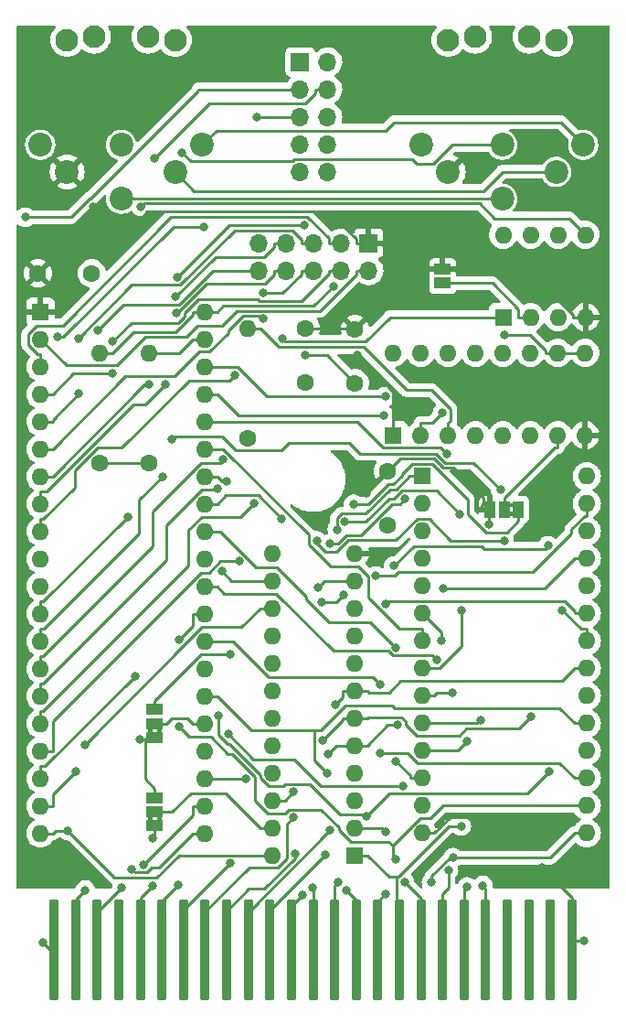
<source format=gbl>
G04 #@! TF.GenerationSoftware,KiCad,Pcbnew,6.0.2+dfsg-1*
G04 #@! TF.CreationDate,2025-05-07T23:53:03+02:00*
G04 #@! TF.ProjectId,burstcart,62757273-7463-4617-9274-2e6b69636164,1.1*
G04 #@! TF.SameCoordinates,Original*
G04 #@! TF.FileFunction,Copper,L2,Bot*
G04 #@! TF.FilePolarity,Positive*
%FSLAX46Y46*%
G04 Gerber Fmt 4.6, Leading zero omitted, Abs format (unit mm)*
G04 Created by KiCad (PCBNEW 6.0.2+dfsg-1) date 2025-05-07 23:53:03*
%MOMM*%
%LPD*%
G01*
G04 APERTURE LIST*
G04 Aperture macros list*
%AMRoundRect*
0 Rectangle with rounded corners*
0 $1 Rounding radius*
0 $2 $3 $4 $5 $6 $7 $8 $9 X,Y pos of 4 corners*
0 Add a 4 corners polygon primitive as box body*
4,1,4,$2,$3,$4,$5,$6,$7,$8,$9,$2,$3,0*
0 Add four circle primitives for the rounded corners*
1,1,$1+$1,$2,$3*
1,1,$1+$1,$4,$5*
1,1,$1+$1,$6,$7*
1,1,$1+$1,$8,$9*
0 Add four rect primitives between the rounded corners*
20,1,$1+$1,$2,$3,$4,$5,0*
20,1,$1+$1,$4,$5,$6,$7,0*
20,1,$1+$1,$6,$7,$8,$9,0*
20,1,$1+$1,$8,$9,$2,$3,0*%
G04 Aperture macros list end*
G04 #@! TA.AperFunction,SMDPad,CuDef*
%ADD10R,1.500000X1.000000*%
G04 #@! TD*
G04 #@! TA.AperFunction,ComponentPad*
%ADD11C,1.600000*%
G04 #@! TD*
G04 #@! TA.AperFunction,ComponentPad*
%ADD12R,1.700000X1.700000*%
G04 #@! TD*
G04 #@! TA.AperFunction,ComponentPad*
%ADD13O,1.700000X1.700000*%
G04 #@! TD*
G04 #@! TA.AperFunction,ComponentPad*
%ADD14C,2.100000*%
G04 #@! TD*
G04 #@! TA.AperFunction,ComponentPad*
%ADD15C,2.200000*%
G04 #@! TD*
G04 #@! TA.AperFunction,ComponentPad*
%ADD16R,1.600000X1.600000*%
G04 #@! TD*
G04 #@! TA.AperFunction,ComponentPad*
%ADD17O,1.600000X1.600000*%
G04 #@! TD*
G04 #@! TA.AperFunction,SMDPad,CuDef*
%ADD18RoundRect,0.112500X-0.337500X-4.512500X0.337500X-4.512500X0.337500X4.512500X-0.337500X4.512500X0*%
G04 #@! TD*
G04 #@! TA.AperFunction,SMDPad,CuDef*
%ADD19R,1.000000X1.500000*%
G04 #@! TD*
G04 #@! TA.AperFunction,ViaPad*
%ADD20C,0.800000*%
G04 #@! TD*
G04 #@! TA.AperFunction,Conductor*
%ADD21C,0.250000*%
G04 #@! TD*
G04 APERTURE END LIST*
G36*
X134204000Y-125898000D02*
G01*
X133804000Y-125898000D01*
X133804000Y-125398000D01*
X134204000Y-125398000D01*
X134204000Y-125898000D01*
G37*
G36*
X133404000Y-125898000D02*
G01*
X133004000Y-125898000D01*
X133004000Y-125398000D01*
X133404000Y-125398000D01*
X133404000Y-125898000D01*
G37*
G36*
X133404000Y-117740000D02*
G01*
X133004000Y-117740000D01*
X133004000Y-117240000D01*
X133404000Y-117240000D01*
X133404000Y-117740000D01*
G37*
G36*
X134204000Y-117740000D02*
G01*
X133804000Y-117740000D01*
X133804000Y-117240000D01*
X134204000Y-117240000D01*
X134204000Y-117740000D01*
G37*
G36*
X166863600Y-97628000D02*
G01*
X166363600Y-97628000D01*
X166363600Y-97228000D01*
X166863600Y-97228000D01*
X166863600Y-97628000D01*
G37*
G36*
X166863600Y-96828000D02*
G01*
X166363600Y-96828000D01*
X166363600Y-96428000D01*
X166863600Y-96428000D01*
X166863600Y-96828000D01*
G37*
D10*
X133604000Y-126298000D03*
X133604000Y-124998000D03*
X133604000Y-123698000D03*
D11*
X127762000Y-75184000D03*
X122762000Y-75184000D03*
D12*
X147066000Y-55626000D03*
D13*
X149606000Y-55626000D03*
X147066000Y-58166000D03*
X149606000Y-58166000D03*
X147066000Y-60706000D03*
X149606000Y-60706000D03*
X147066000Y-63246000D03*
X149606000Y-63246000D03*
X147066000Y-65786000D03*
X149606000Y-65786000D03*
D14*
X127976000Y-53294000D03*
X125476000Y-53594000D03*
X132976000Y-53294000D03*
X135476000Y-53594000D03*
D15*
X122976000Y-63294000D03*
X125476000Y-65794000D03*
X130476000Y-63294000D03*
X135476000Y-65794000D03*
X137976000Y-63294000D03*
X130476000Y-68294000D03*
D16*
X158375000Y-93965000D03*
D17*
X158375000Y-96505000D03*
X158375000Y-99045000D03*
X158375000Y-101585000D03*
X158375000Y-104125000D03*
X158375000Y-106665000D03*
X158375000Y-109205000D03*
X158375000Y-111745000D03*
X158375000Y-114285000D03*
X158375000Y-116825000D03*
X158375000Y-119365000D03*
X158375000Y-121905000D03*
X158375000Y-124445000D03*
X158375000Y-126985000D03*
X173615000Y-126985000D03*
X173615000Y-124445000D03*
X173615000Y-121905000D03*
X173615000Y-119365000D03*
X173615000Y-116825000D03*
X173615000Y-114285000D03*
X173615000Y-111745000D03*
X173615000Y-109205000D03*
X173615000Y-106665000D03*
X173615000Y-104125000D03*
X173615000Y-101585000D03*
X173615000Y-99045000D03*
X173615000Y-96505000D03*
X173615000Y-93965000D03*
D11*
X155194000Y-98512000D03*
X155194000Y-93512000D03*
X147574000Y-85304000D03*
X147574000Y-80304000D03*
D16*
X165872000Y-79238000D03*
D17*
X168412000Y-79238000D03*
X170952000Y-79238000D03*
X173492000Y-79238000D03*
X173492000Y-71618000D03*
X170952000Y-71618000D03*
X168412000Y-71618000D03*
X165872000Y-71618000D03*
D16*
X155692000Y-90160000D03*
D17*
X158232000Y-90160000D03*
X160772000Y-90160000D03*
X163312000Y-90160000D03*
X165852000Y-90160000D03*
X168392000Y-90160000D03*
X170932000Y-90160000D03*
X173472000Y-90160000D03*
X173472000Y-82540000D03*
X170932000Y-82540000D03*
X168392000Y-82540000D03*
X165852000Y-82540000D03*
X163312000Y-82540000D03*
X160772000Y-82540000D03*
X158232000Y-82540000D03*
X155692000Y-82540000D03*
D18*
X124253100Y-137759600D03*
X168253100Y-137759600D03*
X126253100Y-137759600D03*
X170253100Y-137759600D03*
X128253100Y-137759600D03*
X172253100Y-137759600D03*
X130253100Y-137759600D03*
X132253100Y-137759600D03*
X134253100Y-137759600D03*
X136253100Y-137759600D03*
X138253100Y-137759600D03*
X140253100Y-137759600D03*
X142253100Y-137759600D03*
X144253100Y-137759600D03*
X146253100Y-137759600D03*
X148253100Y-137759600D03*
X150253100Y-137759600D03*
X152253100Y-137759600D03*
X154253100Y-137759600D03*
X156253100Y-137759600D03*
X158253100Y-137759600D03*
X160253100Y-137759600D03*
X162253100Y-137759600D03*
X164253100Y-137759600D03*
X166253100Y-137759600D03*
D12*
X153411000Y-72385000D03*
D13*
X153411000Y-74925000D03*
X150871000Y-72385000D03*
X150871000Y-74925000D03*
X148331000Y-72385000D03*
X148331000Y-74925000D03*
X145791000Y-72385000D03*
X145791000Y-74925000D03*
X143251000Y-72385000D03*
X143251000Y-74925000D03*
D16*
X152146000Y-129032000D03*
D17*
X152146000Y-126492000D03*
X152146000Y-123952000D03*
X152146000Y-121412000D03*
X152146000Y-118872000D03*
X152146000Y-116332000D03*
X152146000Y-113792000D03*
X152146000Y-111252000D03*
X152146000Y-108712000D03*
X152146000Y-106172000D03*
X152146000Y-103632000D03*
X152146000Y-101092000D03*
X144526000Y-101092000D03*
X144526000Y-103632000D03*
X144526000Y-106172000D03*
X144526000Y-108712000D03*
X144526000Y-111252000D03*
X144526000Y-113792000D03*
X144526000Y-116332000D03*
X144526000Y-118872000D03*
X144526000Y-121412000D03*
X144526000Y-123952000D03*
X144526000Y-126492000D03*
X144526000Y-129032000D03*
D11*
X152146000Y-85344000D03*
X152146000Y-80344000D03*
D16*
X123000000Y-78740000D03*
D17*
X123000000Y-81280000D03*
X123000000Y-83820000D03*
X123000000Y-86360000D03*
X123000000Y-88900000D03*
X123000000Y-91440000D03*
X123000000Y-93980000D03*
X123000000Y-96520000D03*
X123000000Y-99060000D03*
X123000000Y-101600000D03*
X123000000Y-104140000D03*
X123000000Y-106680000D03*
X123000000Y-109220000D03*
X123000000Y-111760000D03*
X123000000Y-114300000D03*
X123000000Y-116840000D03*
X123000000Y-119380000D03*
X123000000Y-121920000D03*
X123000000Y-124460000D03*
X123000000Y-127000000D03*
X138240000Y-127000000D03*
X138240000Y-124460000D03*
X138240000Y-121920000D03*
X138240000Y-119380000D03*
X138240000Y-116840000D03*
X138240000Y-114300000D03*
X138240000Y-111760000D03*
X138240000Y-109220000D03*
X138240000Y-106680000D03*
X138240000Y-104140000D03*
X138240000Y-101600000D03*
X138240000Y-99060000D03*
X138240000Y-96520000D03*
X138240000Y-93980000D03*
X138240000Y-91440000D03*
X138240000Y-88900000D03*
X138240000Y-86360000D03*
X138240000Y-83820000D03*
X138240000Y-81280000D03*
X138240000Y-78740000D03*
D11*
X142240000Y-90424000D03*
D17*
X142240000Y-80264000D03*
D14*
X163282000Y-53294000D03*
X160782000Y-53594000D03*
X170782000Y-53594000D03*
X168282000Y-53294000D03*
D15*
X158282000Y-63294000D03*
X160782000Y-65794000D03*
X165782000Y-63294000D03*
X170782000Y-65794000D03*
X173282000Y-63294000D03*
X165782000Y-68294000D03*
D10*
X133604000Y-118140000D03*
X133604000Y-116840000D03*
X133604000Y-115540000D03*
D19*
X167263600Y-97028000D03*
X165963600Y-97028000D03*
X164663600Y-97028000D03*
D11*
X128524000Y-92710000D03*
D17*
X128524000Y-82550000D03*
D10*
X160274000Y-76088000D03*
X160274000Y-74788000D03*
D11*
X133096000Y-92710000D03*
D17*
X133096000Y-82550000D03*
D20*
X152007600Y-96544700D03*
X151105900Y-104902000D03*
X149025700Y-105623100D03*
X150125300Y-76367400D03*
X140561900Y-110449100D03*
X148604100Y-99948000D03*
X171350300Y-106351600D03*
X165953400Y-99897500D03*
X146457500Y-123169000D03*
X150516000Y-98890500D03*
X163770800Y-116518300D03*
X154957000Y-86580100D03*
X163994900Y-131825000D03*
X161181900Y-114032100D03*
X162518300Y-131956500D03*
X154845700Y-88352900D03*
X160804700Y-130415900D03*
X160666500Y-91861000D03*
X161980200Y-106404000D03*
X156722300Y-131490100D03*
X161991000Y-126317300D03*
X160115200Y-109173300D03*
X154990000Y-126864100D03*
X154990000Y-132599300D03*
X151308000Y-132302700D03*
X150563900Y-131504000D03*
X149630500Y-119677500D03*
X148204600Y-132062200D03*
X156122700Y-116991300D03*
X160302100Y-104341900D03*
X168444600Y-116179800D03*
X149116800Y-118412000D03*
X147299300Y-132712100D03*
X150360000Y-115075000D03*
X149400000Y-129014500D03*
X149837000Y-126698100D03*
X155003600Y-105793000D03*
X146572300Y-128912700D03*
X146467600Y-125538700D03*
X155743000Y-102260800D03*
X170020200Y-100401800D03*
X154076700Y-103194200D03*
X148717600Y-104215000D03*
X140563800Y-129763400D03*
X135787500Y-131738200D03*
X133381500Y-131826000D03*
X133381500Y-127413800D03*
X127150200Y-118777200D03*
X127150200Y-132241200D03*
X160239700Y-88092700D03*
X156802800Y-96038400D03*
X149779500Y-100222200D03*
X128347900Y-80431200D03*
X166029000Y-80889000D03*
X125546500Y-126741500D03*
X147493200Y-82752600D03*
X136144000Y-64008000D03*
X123197600Y-137076700D03*
X127863900Y-69001200D03*
X153203100Y-95502900D03*
X152324000Y-82735400D03*
X164557600Y-125510900D03*
X164559400Y-98402000D03*
X169494100Y-130163800D03*
X173333600Y-136912000D03*
X142025000Y-121923000D03*
X139820900Y-102745600D03*
X140264400Y-94411400D03*
X145395200Y-81237700D03*
X130545700Y-131984300D03*
X145372200Y-97897500D03*
X162521200Y-118492500D03*
X161846600Y-97460200D03*
X151203400Y-98160800D03*
X155923200Y-109807800D03*
X155956800Y-120362500D03*
X140406700Y-117802700D03*
X156599000Y-122589400D03*
X159227000Y-131548900D03*
X159686200Y-110977000D03*
X161229100Y-129238500D03*
X155934600Y-129367700D03*
X135831100Y-109068300D03*
X135831100Y-117092800D03*
X154472600Y-113234200D03*
X154472600Y-119592800D03*
X153233900Y-125397700D03*
X170110500Y-121283600D03*
X139487600Y-116072200D03*
X149541600Y-121446000D03*
X132243700Y-118269700D03*
X165639700Y-95221700D03*
X135197000Y-90566300D03*
X132566900Y-129893900D03*
X131478500Y-130331000D03*
X126273400Y-121269200D03*
X132318000Y-69007600D03*
X131744500Y-112471200D03*
X135656700Y-75543500D03*
X147475600Y-70734300D03*
X141410700Y-101830000D03*
X142827500Y-96429400D03*
X139419100Y-95106000D03*
X139907100Y-92430600D03*
X134307500Y-93999000D03*
X143074100Y-60719800D03*
X131066300Y-97760400D03*
X133528000Y-64557400D03*
X121588400Y-69994900D03*
X124602300Y-81085400D03*
X138164900Y-70876900D03*
X140983800Y-84604100D03*
X134602800Y-85466300D03*
X135612900Y-78852900D03*
X133086000Y-85467100D03*
X135473100Y-77345200D03*
X143611500Y-79383000D03*
X143611500Y-77024200D03*
X126564600Y-86282300D03*
X126564600Y-81186600D03*
X129703800Y-84426900D03*
X129703800Y-81511600D03*
D21*
X160253100Y-137759600D02*
X160253100Y-132608900D01*
X160253100Y-132608900D02*
X160804700Y-132057300D01*
X160804700Y-132057300D02*
X160804700Y-130415900D01*
X154253100Y-137759600D02*
X154253100Y-133336200D01*
X154253100Y-133336200D02*
X154990000Y-132599300D01*
X132253100Y-137759600D02*
X132253100Y-132954400D01*
X132253100Y-132954400D02*
X133381500Y-131826000D01*
X135476000Y-65794000D02*
X137246000Y-67564000D01*
X137246000Y-67564000D02*
X164012000Y-67564000D01*
X164012000Y-67564000D02*
X165782000Y-65794000D01*
X165782000Y-65794000D02*
X170782000Y-65794000D01*
X137658900Y-58166000D02*
X137658900Y-58267085D01*
X127649296Y-68276689D02*
X127548211Y-68276689D01*
X137658900Y-58267085D02*
X127649296Y-68276689D01*
X127548211Y-68276689D02*
X125830000Y-69994900D01*
X136144000Y-64008000D02*
X136954511Y-64818511D01*
X136954511Y-64818511D02*
X146318511Y-64818511D01*
X146318511Y-64818511D02*
X146525533Y-64611489D01*
X146525533Y-64611489D02*
X157443504Y-64611489D01*
X157443504Y-64611489D02*
X157856015Y-65024000D01*
X157856015Y-65024000D02*
X159396015Y-65024000D01*
X159396015Y-65024000D02*
X161126015Y-63294000D01*
X128224800Y-69721200D02*
X127167000Y-70779000D01*
X127167000Y-70779000D02*
X122762000Y-75184000D01*
X132898800Y-69454800D02*
X131574600Y-70779000D01*
X131574600Y-70779000D02*
X127167000Y-70779000D01*
X132318000Y-69007600D02*
X132595380Y-68730220D01*
X132595380Y-68730220D02*
X163726220Y-68730220D01*
X163726220Y-68730220D02*
X165100000Y-70104000D01*
X165100000Y-70104000D02*
X171978000Y-70104000D01*
X171978000Y-70104000D02*
X173492000Y-71618000D01*
X161126015Y-63294000D02*
X165782000Y-63294000D01*
X173282000Y-63294000D02*
X171202000Y-61214000D01*
X154966700Y-61976000D02*
X139294000Y-61976000D01*
X171202000Y-61214000D02*
X155728700Y-61214000D01*
X155728700Y-61214000D02*
X154966700Y-61976000D01*
X139294000Y-61976000D02*
X137976000Y-63294000D01*
X135205100Y-124998000D02*
X133604000Y-124998000D01*
X136921600Y-123281500D02*
X135205100Y-124998000D01*
X140188600Y-123281500D02*
X136921600Y-123281500D01*
X143399100Y-126492000D02*
X140188600Y-123281500D01*
X144526000Y-126492000D02*
X143399100Y-126492000D01*
X167285100Y-78523500D02*
X167285100Y-79238000D01*
X164849600Y-76088000D02*
X167285100Y-78523500D01*
X160274000Y-76088000D02*
X164849600Y-76088000D01*
X168412000Y-79238000D02*
X167285100Y-79238000D01*
X170627800Y-91286900D02*
X170932000Y-91286900D01*
X165963600Y-95951100D02*
X170627800Y-91286900D01*
X165963600Y-97028000D02*
X165963600Y-95951100D01*
X170932000Y-90160000D02*
X170932000Y-91286900D01*
X160772000Y-90160000D02*
X160772000Y-89033100D01*
X142240000Y-80264000D02*
X143366900Y-80264000D01*
X160978700Y-88826400D02*
X160772000Y-89033100D01*
X160978700Y-87752700D02*
X160978700Y-88826400D01*
X159231000Y-86005000D02*
X160978700Y-87752700D01*
X156956200Y-86005000D02*
X159231000Y-86005000D01*
X152951000Y-81999800D02*
X156956200Y-86005000D01*
X145102700Y-81999800D02*
X152951000Y-81999800D01*
X143366900Y-80264000D02*
X145102700Y-81999800D01*
X167263600Y-97028000D02*
X167263600Y-98104900D01*
X150384800Y-105623100D02*
X149025700Y-105623100D01*
X151105900Y-104902000D02*
X150384800Y-105623100D01*
X166224100Y-99144400D02*
X167263600Y-98104900D01*
X164273500Y-99144400D02*
X166224100Y-99144400D01*
X162573500Y-97444400D02*
X164273500Y-99144400D01*
X162573500Y-96092100D02*
X162573500Y-97444400D01*
X159319500Y-92838100D02*
X162573500Y-96092100D01*
X157424900Y-92838100D02*
X159319500Y-92838100D01*
X156471700Y-93791300D02*
X157424900Y-92838100D01*
X156471700Y-93893200D02*
X156471700Y-93791300D01*
X155637700Y-94727200D02*
X156471700Y-93893200D01*
X155226400Y-94727200D02*
X155637700Y-94727200D01*
X153408900Y-96544700D02*
X155226400Y-94727200D01*
X152007600Y-96544700D02*
X153408900Y-96544700D01*
X138240000Y-78740000D02*
X139366900Y-78740000D01*
X128524000Y-82550000D02*
X129650900Y-82550000D01*
X138240000Y-78740000D02*
X137113100Y-78740000D01*
X137113100Y-79019800D02*
X137113100Y-78740000D01*
X135528600Y-80604300D02*
X137113100Y-79019800D01*
X131640800Y-80604300D02*
X135528600Y-80604300D01*
X129695100Y-82550000D02*
X131640800Y-80604300D01*
X129650900Y-82550000D02*
X129695100Y-82550000D01*
X148289700Y-78203000D02*
X150125300Y-76367400D01*
X139903900Y-78203000D02*
X148289700Y-78203000D01*
X139366900Y-78740000D02*
X139903900Y-78203000D01*
X133604000Y-115540000D02*
X133604000Y-114713100D01*
X137868000Y-110449100D02*
X140561900Y-110449100D01*
X133604000Y-114713100D02*
X137868000Y-110449100D01*
X173076800Y-108078100D02*
X171350300Y-106351600D01*
X173615000Y-108078100D02*
X173076800Y-108078100D01*
X173615000Y-109205000D02*
X173615000Y-108078100D01*
X148604100Y-100157700D02*
X148604100Y-99948000D01*
X149424400Y-100978000D02*
X148604100Y-100157700D01*
X150431600Y-100978000D02*
X149424400Y-100978000D01*
X151524200Y-99885400D02*
X150431600Y-100978000D01*
X155939000Y-99885400D02*
X151524200Y-99885400D01*
X157912900Y-97911500D02*
X155939000Y-99885400D01*
X159041700Y-97911500D02*
X157912900Y-97911500D01*
X161027700Y-99897500D02*
X159041700Y-97911500D01*
X165953400Y-99897500D02*
X161027700Y-99897500D01*
X144526000Y-123952000D02*
X145652900Y-123952000D01*
X158375000Y-93965000D02*
X157248100Y-93965000D01*
X146435900Y-123169000D02*
X146457500Y-123169000D01*
X145652900Y-123952000D02*
X146435900Y-123169000D01*
X150473700Y-98848200D02*
X150516000Y-98890500D01*
X150473700Y-97862600D02*
X150473700Y-98848200D01*
X150902400Y-97433900D02*
X150473700Y-97862600D01*
X153158800Y-97433900D02*
X150902400Y-97433900D01*
X155413600Y-95179100D02*
X153158800Y-97433900D01*
X155995100Y-95179100D02*
X155413600Y-95179100D01*
X157209200Y-93965000D02*
X155995100Y-95179100D01*
X157248100Y-93965000D02*
X157209200Y-93965000D01*
X158375000Y-116825000D02*
X163464100Y-116825000D01*
X138240000Y-83820000D02*
X141227700Y-83820000D01*
X163464100Y-116825000D02*
X163770800Y-116518300D01*
X164253100Y-132083200D02*
X163994900Y-131825000D01*
X164253100Y-137759600D02*
X164253100Y-132083200D01*
X143987800Y-86580100D02*
X154957000Y-86580100D01*
X141227700Y-83820000D02*
X143987800Y-86580100D01*
X158375000Y-114285000D02*
X159501900Y-114285000D01*
X162253100Y-132221700D02*
X162518300Y-131956500D01*
X162253100Y-137759600D02*
X162253100Y-132221700D01*
X154845700Y-88352800D02*
X154845700Y-88352900D01*
X141359700Y-88352800D02*
X154845700Y-88352800D01*
X139366900Y-86360000D02*
X141359700Y-88352800D01*
X138240000Y-86360000D02*
X139366900Y-86360000D01*
X159754800Y-114032100D02*
X161181900Y-114032100D01*
X159501900Y-114285000D02*
X159754800Y-114032100D01*
X160092400Y-91286900D02*
X160666500Y-91861000D01*
X154756600Y-91286900D02*
X160092400Y-91286900D01*
X152369700Y-88900000D02*
X154756600Y-91286900D01*
X138240000Y-88900000D02*
X152369700Y-88900000D01*
X159946500Y-111745000D02*
X158375000Y-111745000D01*
X161980200Y-109711300D02*
X159946500Y-111745000D01*
X161980200Y-106404000D02*
X161980200Y-109711300D01*
X138240000Y-91440000D02*
X139946100Y-91440000D01*
X158375000Y-109205000D02*
X158375000Y-108078100D01*
X156260800Y-108078100D02*
X158375000Y-108078100D01*
X153349800Y-105167100D02*
X156260800Y-108078100D01*
X153349800Y-103239100D02*
X153349800Y-105167100D01*
X152409200Y-102298500D02*
X153349800Y-103239100D01*
X149896100Y-102298500D02*
X152409200Y-102298500D01*
X147877200Y-100279600D02*
X149896100Y-102298500D01*
X147877200Y-99371100D02*
X147877200Y-100279600D01*
X139946100Y-91440000D02*
X147877200Y-99371100D01*
X158253100Y-133020900D02*
X156722300Y-131490100D01*
X158253100Y-137759600D02*
X158253100Y-133020900D01*
X152146000Y-129032000D02*
X153272900Y-129032000D01*
X160115200Y-108405200D02*
X158375000Y-106665000D01*
X160115200Y-109173300D02*
X160115200Y-108405200D01*
X155974500Y-137481000D02*
X155974500Y-131049200D01*
X156253100Y-137759600D02*
X155974500Y-137481000D01*
X155290100Y-131049200D02*
X155974500Y-131049200D01*
X153272900Y-129032000D02*
X155290100Y-131049200D01*
X160866900Y-126317300D02*
X161991000Y-126317300D01*
X156135000Y-131049200D02*
X160866900Y-126317300D01*
X155974500Y-131049200D02*
X156135000Y-131049200D01*
X154617900Y-126492000D02*
X154990000Y-126864100D01*
X152146000Y-126492000D02*
X154617900Y-126492000D01*
X152253100Y-133247800D02*
X151308000Y-132302700D01*
X152253100Y-137759600D02*
X152253100Y-133247800D01*
X150253100Y-131814800D02*
X150563900Y-131504000D01*
X150253100Y-137759600D02*
X150253100Y-131814800D01*
X148253100Y-132110700D02*
X148204600Y-132062200D01*
X148253100Y-137759600D02*
X148253100Y-132110700D01*
X173615000Y-101585000D02*
X172488100Y-101585000D01*
X150436000Y-118872000D02*
X152146000Y-118872000D01*
X149630500Y-119677500D02*
X150436000Y-118872000D01*
X155153600Y-116991300D02*
X156122700Y-116991300D01*
X153272900Y-118872000D02*
X155153600Y-116991300D01*
X152146000Y-118872000D02*
X153272900Y-118872000D01*
X169731200Y-104341900D02*
X160302100Y-104341900D01*
X172488100Y-101585000D02*
X169731200Y-104341900D01*
X152146000Y-116332000D02*
X151019100Y-116332000D01*
X146253100Y-133758300D02*
X147299300Y-132712100D01*
X146253100Y-137759600D02*
X146253100Y-133758300D01*
X151019100Y-116509700D02*
X149116800Y-118412000D01*
X151019100Y-116332000D02*
X151019100Y-116509700D01*
X152146000Y-116332000D02*
X153272900Y-116332000D01*
X167312400Y-117312000D02*
X168444600Y-116179800D01*
X162475600Y-117312000D02*
X167312400Y-117312000D01*
X161835700Y-117951900D02*
X162475600Y-117312000D01*
X157844800Y-117951900D02*
X161835700Y-117951900D01*
X156849600Y-116956700D02*
X157844800Y-117951900D01*
X156849600Y-116639000D02*
X156849600Y-116956700D01*
X156448300Y-116237700D02*
X156849600Y-116639000D01*
X153367200Y-116237700D02*
X156448300Y-116237700D01*
X153272900Y-116332000D02*
X153367200Y-116237700D01*
X173615000Y-111745000D02*
X172488100Y-111745000D01*
X152709500Y-113792000D02*
X153272900Y-113792000D01*
X171315800Y-112917300D02*
X172488100Y-111745000D01*
X156360600Y-112917300D02*
X171315800Y-112917300D01*
X155310900Y-113967000D02*
X156360600Y-112917300D01*
X153447900Y-113967000D02*
X155310900Y-113967000D01*
X153272900Y-113792000D02*
X153447900Y-113967000D01*
X152709500Y-113792000D02*
X152146000Y-113792000D01*
X151019100Y-114415900D02*
X150360000Y-115075000D01*
X151019100Y-113792000D02*
X151019100Y-114415900D01*
X144253100Y-134161400D02*
X149400000Y-129014500D01*
X144253100Y-137759600D02*
X144253100Y-134161400D01*
X152146000Y-113792000D02*
X151019100Y-113792000D01*
X172488100Y-106431500D02*
X172488100Y-106665000D01*
X171567300Y-105510700D02*
X172488100Y-106431500D01*
X155285900Y-105510700D02*
X171567300Y-105510700D01*
X155003600Y-105793000D02*
X155285900Y-105510700D01*
X173615000Y-106665000D02*
X172488100Y-106665000D01*
X142253100Y-134282000D02*
X149837000Y-126698100D01*
X142253100Y-137759600D02*
X142253100Y-134282000D01*
X146572300Y-129281400D02*
X146572300Y-128912700D01*
X143710000Y-132143700D02*
X146572300Y-129281400D01*
X142314600Y-132143700D02*
X143710000Y-132143700D01*
X140253100Y-134205200D02*
X142314600Y-132143700D01*
X140253100Y-137759600D02*
X140253100Y-134205200D01*
X138253100Y-134260000D02*
X138253100Y-137759600D01*
X142338300Y-130174800D02*
X138253100Y-134260000D01*
X145002100Y-130174800D02*
X142338300Y-130174800D01*
X145840800Y-129336100D02*
X145002100Y-130174800D01*
X145840800Y-126165500D02*
X145840800Y-129336100D01*
X146467600Y-125538700D02*
X145840800Y-126165500D01*
X169759000Y-100663000D02*
X170020200Y-100401800D01*
X164131400Y-100663000D02*
X169759000Y-100663000D01*
X163891100Y-100422700D02*
X164131400Y-100663000D01*
X157581100Y-100422700D02*
X163891100Y-100422700D01*
X155743000Y-102260800D02*
X157581100Y-100422700D01*
X173615000Y-96505000D02*
X173615000Y-97631900D01*
X173410900Y-97631900D02*
X173615000Y-97631900D01*
X172200400Y-98842400D02*
X173410900Y-97631900D01*
X172200400Y-99249600D02*
X172200400Y-98842400D01*
X168595000Y-102855000D02*
X172200400Y-99249600D01*
X156176800Y-102855000D02*
X168595000Y-102855000D01*
X155837600Y-103194200D02*
X156176800Y-102855000D01*
X154076700Y-103194200D02*
X155837600Y-103194200D01*
X149300600Y-103632000D02*
X148717600Y-104215000D01*
X152146000Y-103632000D02*
X149300600Y-103632000D01*
X136253100Y-134074100D02*
X140563800Y-129763400D01*
X136253100Y-137759600D02*
X136253100Y-134074100D01*
X134253100Y-133272600D02*
X134253100Y-137759600D01*
X135787500Y-131738200D02*
X134253100Y-133272600D01*
X133604000Y-126298000D02*
X133604000Y-127124900D01*
X133381500Y-127347400D02*
X133381500Y-127413800D01*
X133604000Y-127124900D02*
X133381500Y-127347400D01*
X126253100Y-133138300D02*
X126253100Y-137759600D01*
X127150200Y-132241200D02*
X126253100Y-133138300D01*
X144526000Y-106172000D02*
X143399100Y-106172000D01*
X136558000Y-109369400D02*
X127150200Y-118777200D01*
X136558000Y-109306800D02*
X136558000Y-109369400D01*
X137940500Y-107924300D02*
X136558000Y-109306800D01*
X141646800Y-107924300D02*
X137940500Y-107924300D01*
X143399100Y-106172000D02*
X141646800Y-107924300D01*
X159299300Y-89033100D02*
X160239700Y-88092700D01*
X158232000Y-89033100D02*
X159299300Y-89033100D01*
X158232000Y-90160000D02*
X158232000Y-89033100D01*
X150548300Y-100222200D02*
X149779500Y-100222200D01*
X151356500Y-99414000D02*
X150548300Y-100222200D01*
X152698400Y-99414000D02*
X151356500Y-99414000D01*
X155579100Y-96533300D02*
X152698400Y-99414000D01*
X156307900Y-96533300D02*
X155579100Y-96533300D01*
X156802800Y-96038400D02*
X156307900Y-96533300D01*
X133096000Y-92710000D02*
X128524000Y-92710000D01*
X138985800Y-74925000D02*
X143251000Y-74925000D01*
X135838700Y-78072100D02*
X138985800Y-74925000D01*
X130707000Y-78072100D02*
X135838700Y-78072100D01*
X128347900Y-80431200D02*
X130707000Y-78072100D01*
X170932000Y-82540000D02*
X173472000Y-82540000D01*
X169805100Y-82306500D02*
X169805100Y-82540000D01*
X168387600Y-80889000D02*
X169805100Y-82306500D01*
X166029000Y-80889000D02*
X168387600Y-80889000D01*
X170932000Y-82540000D02*
X169805100Y-82540000D01*
X123000000Y-127000000D02*
X124126900Y-127000000D01*
X124385400Y-126741500D02*
X125546500Y-126741500D01*
X124126900Y-127000000D02*
X124385400Y-126741500D01*
X129877900Y-131072900D02*
X125546500Y-126741500D01*
X133769700Y-131072900D02*
X129877900Y-131072900D01*
X135810600Y-129032000D02*
X133769700Y-131072900D01*
X135810600Y-129032000D02*
X144526000Y-129032000D01*
X149554600Y-82752600D02*
X152146000Y-85344000D01*
X147493200Y-82752600D02*
X149554600Y-82752600D01*
X135843100Y-82550000D02*
X137113100Y-81280000D01*
X133096000Y-82550000D02*
X135843100Y-82550000D01*
X138240000Y-81280000D02*
X137113100Y-81280000D01*
X173492000Y-79238000D02*
X172365100Y-79238000D01*
X153411000Y-72385000D02*
X152234100Y-72385000D01*
X160812500Y-74788000D02*
X161350900Y-74788000D01*
X160812500Y-74788000D02*
X160274000Y-74788000D01*
X153411000Y-72385000D02*
X154587900Y-72385000D01*
X123880500Y-137759600D02*
X123197600Y-137076700D01*
X124253100Y-137759600D02*
X123880500Y-137759600D01*
X155692000Y-86103400D02*
X155692000Y-90160000D01*
X152324000Y-82735400D02*
X155692000Y-86103400D01*
X172365100Y-78989500D02*
X172365100Y-79238000D01*
X168306800Y-74931200D02*
X172365100Y-78989500D01*
X161494100Y-74931200D02*
X168306800Y-74931200D01*
X161350900Y-74788000D02*
X161494100Y-74931200D01*
X158375000Y-126985000D02*
X159501900Y-126985000D01*
X155194000Y-93512000D02*
X153203100Y-95502900D01*
X128224800Y-69362100D02*
X127863900Y-69001200D01*
X128224800Y-69721200D02*
X128224800Y-69362100D01*
X164250200Y-97028000D02*
X163836700Y-97028000D01*
X149671700Y-69454800D02*
X132898800Y-69454800D01*
X152234100Y-72017200D02*
X149671700Y-69454800D01*
X152234100Y-72385000D02*
X152234100Y-72017200D01*
X160274000Y-74788000D02*
X156990900Y-74788000D01*
X156990900Y-74788000D02*
X154587900Y-72385000D01*
X152146000Y-80304000D02*
X147574000Y-80304000D01*
X156990900Y-75459100D02*
X152146000Y-80304000D01*
X156990900Y-74788000D02*
X156990900Y-75459100D01*
X152146000Y-80304000D02*
X152146000Y-80344000D01*
X164559400Y-97028000D02*
X164559400Y-98402000D01*
X164663600Y-97028000D02*
X164559400Y-97028000D01*
X164559400Y-97028000D02*
X164250200Y-97028000D01*
X163854300Y-97010400D02*
X163836700Y-97028000D01*
X163854300Y-96756600D02*
X163854300Y-97010400D01*
X163891500Y-96719400D02*
X163854300Y-96756600D01*
X163891500Y-96605500D02*
X163891500Y-96719400D01*
X164023900Y-96473100D02*
X163891500Y-96605500D01*
X164023900Y-95956600D02*
X164023900Y-96473100D01*
X161246700Y-93179400D02*
X164023900Y-95956600D01*
X160299900Y-93179400D02*
X161246700Y-93179400D01*
X159478600Y-92358100D02*
X160299900Y-93179400D01*
X156347900Y-92358100D02*
X159478600Y-92358100D01*
X155194000Y-93512000D02*
X156347900Y-92358100D01*
X160976000Y-125510900D02*
X164557600Y-125510900D01*
X159501900Y-126985000D02*
X160976000Y-125510900D01*
X172253100Y-132922800D02*
X172253100Y-136912000D01*
X169494100Y-130163800D02*
X172253100Y-132922800D01*
X172253100Y-136912000D02*
X172253100Y-137759600D01*
X172253100Y-136912000D02*
X173333600Y-136912000D01*
X130489300Y-68280700D02*
X130476000Y-68294000D01*
X165768700Y-68280700D02*
X130489300Y-68280700D01*
X165782000Y-68294000D02*
X165768700Y-68280700D01*
X138240000Y-121920000D02*
X139366900Y-121920000D01*
X139369900Y-121923000D02*
X142025000Y-121923000D01*
X139366900Y-121920000D02*
X139369900Y-121923000D01*
X140707300Y-103632000D02*
X144526000Y-103632000D01*
X139798300Y-94411400D02*
X140264400Y-94411400D01*
X139366900Y-93980000D02*
X139798300Y-94411400D01*
X138240000Y-93980000D02*
X139366900Y-93980000D01*
X145639100Y-81481600D02*
X145395200Y-81237700D01*
X153127500Y-81481600D02*
X145639100Y-81481600D01*
X155371100Y-79238000D02*
X153127500Y-81481600D01*
X165872000Y-79238000D02*
X155371100Y-79238000D01*
X128253100Y-134276900D02*
X128253100Y-137759600D01*
X130545700Y-131984300D02*
X128253100Y-134276900D01*
X140707300Y-103632000D02*
X139820900Y-102745600D01*
X158375000Y-119365000D02*
X161648700Y-119365000D01*
X161648700Y-119365000D02*
X162521200Y-118492500D01*
X138240000Y-96520000D02*
X139366900Y-96520000D01*
X140184400Y-95702500D02*
X139366900Y-96520000D01*
X143177200Y-95702500D02*
X140184400Y-95702500D01*
X145372200Y-97897500D02*
X143177200Y-95702500D01*
X159697900Y-95311500D02*
X161846600Y-97460200D01*
X156501800Y-95311500D02*
X159697900Y-95311500D01*
X155785500Y-96027800D02*
X156501800Y-95311500D01*
X155281800Y-96027800D02*
X155785500Y-96027800D01*
X153148800Y-98160800D02*
X155281800Y-96027800D01*
X151203400Y-98160800D02*
X153148800Y-98160800D01*
X158375000Y-121905000D02*
X157248100Y-121905000D01*
X138240000Y-99060000D02*
X139668700Y-99060000D01*
X157248100Y-121653800D02*
X155956800Y-120362500D01*
X157248100Y-121905000D02*
X157248100Y-121653800D01*
X142970700Y-102362000D02*
X139668700Y-99060000D01*
X144927100Y-102362000D02*
X142970700Y-102362000D01*
X147655600Y-105090500D02*
X144927100Y-102362000D01*
X147655600Y-105326400D02*
X147655600Y-105090500D01*
X149771200Y-107442000D02*
X147655600Y-105326400D01*
X153557400Y-107442000D02*
X149771200Y-107442000D01*
X155923200Y-109807800D02*
X153557400Y-107442000D01*
X142746000Y-120142000D02*
X140406700Y-117802700D01*
X146514000Y-120142000D02*
X142746000Y-120142000D01*
X148961300Y-122589300D02*
X146514000Y-120142000D01*
X156599000Y-122589300D02*
X148961300Y-122589300D01*
X156599000Y-122589400D02*
X156599000Y-122589300D01*
X173615000Y-126985000D02*
X172488100Y-126985000D01*
X138240000Y-104140000D02*
X139366900Y-104140000D01*
X159227000Y-130965700D02*
X159227000Y-131548900D01*
X160954200Y-129238500D02*
X159227000Y-130965700D01*
X161229100Y-129238500D02*
X160954200Y-129238500D01*
X170234600Y-129238500D02*
X161229100Y-129238500D01*
X172488100Y-126985000D02*
X170234600Y-129238500D01*
X140033600Y-104806700D02*
X139366900Y-104140000D01*
X144806600Y-104806700D02*
X140033600Y-104806700D01*
X150118500Y-110118600D02*
X144806600Y-104806700D01*
X155206100Y-110118600D02*
X150118500Y-110118600D01*
X155642200Y-110554700D02*
X155206100Y-110118600D01*
X159263900Y-110554700D02*
X155642200Y-110554700D01*
X159686200Y-110977000D02*
X159263900Y-110554700D01*
X160275900Y-124445000D02*
X173615000Y-124445000D01*
X137113100Y-107786300D02*
X135831100Y-109068300D01*
X137113100Y-106680000D02*
X137113100Y-107786300D01*
X138240000Y-106680000D02*
X137113100Y-106680000D01*
X158188100Y-125571900D02*
X155620700Y-128139300D01*
X159149000Y-125571900D02*
X158188100Y-125571900D01*
X160275900Y-124445000D02*
X159149000Y-125571900D01*
X155620700Y-129053800D02*
X155934600Y-129367700D01*
X155620700Y-128139300D02*
X155620700Y-129053800D01*
X136809400Y-118071100D02*
X135831100Y-117092800D01*
X138782600Y-118071100D02*
X136809400Y-118071100D01*
X140347800Y-119636300D02*
X138782600Y-118071100D01*
X140774500Y-119636300D02*
X140347800Y-119636300D01*
X142916800Y-121778600D02*
X140774500Y-119636300D01*
X142916800Y-123988300D02*
X142916800Y-121778600D01*
X144078200Y-125149700D02*
X142916800Y-123988300D01*
X145669900Y-125149700D02*
X144078200Y-125149700D01*
X146019400Y-124800200D02*
X145669900Y-125149700D01*
X148993100Y-124800200D02*
X146019400Y-124800200D01*
X150645100Y-126452200D02*
X148993100Y-124800200D01*
X150645100Y-126665200D02*
X150645100Y-126452200D01*
X151742000Y-127762100D02*
X150645100Y-126665200D01*
X155243500Y-127762100D02*
X151742000Y-127762100D01*
X155620700Y-128139300D02*
X155243500Y-127762100D01*
X138240000Y-109220000D02*
X140852200Y-109220000D01*
X173615000Y-121905000D02*
X172488100Y-121905000D01*
X157009100Y-119592800D02*
X154472600Y-119592800D01*
X157942900Y-120526600D02*
X157009100Y-119592800D01*
X171109700Y-120526600D02*
X157942900Y-120526600D01*
X172488100Y-121905000D02*
X171109700Y-120526600D01*
X144154200Y-112522000D02*
X140852200Y-109220000D01*
X153760400Y-112522000D02*
X144154200Y-112522000D01*
X154472600Y-113234200D02*
X153760400Y-112522000D01*
X168076000Y-123318100D02*
X170110500Y-121283600D01*
X155313500Y-123318100D02*
X168076000Y-123318100D01*
X153233900Y-125397700D02*
X155313500Y-123318100D01*
X139487600Y-117925500D02*
X139487600Y-116072200D01*
X140296100Y-118734000D02*
X139487600Y-117925500D01*
X140519300Y-118734000D02*
X140296100Y-118734000D01*
X143399100Y-121613800D02*
X140519300Y-118734000D01*
X143399100Y-121879000D02*
X143399100Y-121613800D01*
X144129800Y-122609700D02*
X143399100Y-121879000D01*
X145485300Y-122609700D02*
X144129800Y-122609700D01*
X145665200Y-122429800D02*
X145485300Y-122609700D01*
X147919300Y-122429800D02*
X145665200Y-122429800D01*
X150711500Y-125222000D02*
X147919300Y-122429800D01*
X153058200Y-125222000D02*
X150711500Y-125222000D01*
X153233900Y-125397700D02*
X153058200Y-125222000D01*
X138240000Y-114300000D02*
X139366900Y-114300000D01*
X173615000Y-116825000D02*
X172488100Y-116825000D01*
X142557900Y-117491000D02*
X139366900Y-114300000D01*
X148348500Y-117491000D02*
X142557900Y-117491000D01*
X171093900Y-115430800D02*
X172488100Y-116825000D01*
X155799700Y-115430800D02*
X171093900Y-115430800D01*
X155552200Y-115183300D02*
X155799700Y-115430800D01*
X151279700Y-115183300D02*
X155552200Y-115183300D01*
X148972000Y-117491000D02*
X151279700Y-115183300D01*
X148348500Y-117491000D02*
X148972000Y-117491000D01*
X148348500Y-120252900D02*
X149541600Y-121446000D01*
X148348500Y-117491000D02*
X148348500Y-120252900D01*
X133604000Y-123698000D02*
X133604000Y-122871100D01*
X132838600Y-118140000D02*
X132708900Y-118269700D01*
X133604000Y-118140000D02*
X132838600Y-118140000D01*
X132708900Y-121976000D02*
X133604000Y-122871100D01*
X132708900Y-118269700D02*
X132708900Y-121976000D01*
X163145500Y-92727500D02*
X165639700Y-95221700D01*
X160487200Y-92727500D02*
X163145500Y-92727500D01*
X159648200Y-91888500D02*
X160487200Y-92727500D01*
X152586800Y-91888500D02*
X159648200Y-91888500D01*
X151600500Y-90902200D02*
X152586800Y-91888500D01*
X146014000Y-90902200D02*
X151600500Y-90902200D01*
X145348500Y-91567700D02*
X146014000Y-90902200D01*
X141137500Y-91567700D02*
X145348500Y-91567700D01*
X139834500Y-90264700D02*
X141137500Y-91567700D01*
X135498600Y-90264700D02*
X139834500Y-90264700D01*
X135197000Y-90566300D02*
X135498600Y-90264700D01*
X132708900Y-118269700D02*
X132243700Y-118269700D01*
X136631100Y-116358000D02*
X137113100Y-116840000D01*
X135162900Y-116358000D02*
X136631100Y-116358000D01*
X134680900Y-116840000D02*
X135162900Y-116358000D01*
X133604000Y-116840000D02*
X134680900Y-116840000D01*
X138240000Y-116840000D02*
X137113100Y-116840000D01*
X137113100Y-125347700D02*
X132566900Y-129893900D01*
X137113100Y-124460000D02*
X137113100Y-125347700D01*
X138240000Y-124460000D02*
X137113100Y-124460000D01*
X138240000Y-127000000D02*
X137113100Y-127000000D01*
X131768300Y-130620800D02*
X131478500Y-130331000D01*
X132868000Y-130620800D02*
X131768300Y-130620800D01*
X133332300Y-130156500D02*
X132868000Y-130620800D01*
X133332300Y-130156400D02*
X133332300Y-130156500D01*
X133956700Y-130156400D02*
X133332300Y-130156400D01*
X137113100Y-127000000D02*
X133956700Y-130156400D01*
X123000000Y-124460000D02*
X124126900Y-124460000D01*
X124126900Y-123415700D02*
X126273400Y-121269200D01*
X124126900Y-124460000D02*
X124126900Y-123415700D01*
X140465900Y-70734300D02*
X135656700Y-75543500D01*
X147475600Y-70734300D02*
X140465900Y-70734300D01*
X123000000Y-121920000D02*
X123000000Y-120793100D01*
X123422600Y-120793100D02*
X131744500Y-112471200D01*
X123000000Y-120793100D02*
X123422600Y-120793100D01*
X124126900Y-116590100D02*
X124126900Y-119380000D01*
X137847000Y-102870000D02*
X124126900Y-116590100D01*
X138616300Y-102870000D02*
X137847000Y-102870000D01*
X139656300Y-101830000D02*
X138616300Y-102870000D01*
X141410700Y-101830000D02*
X139656300Y-101830000D01*
X123000000Y-119380000D02*
X124126900Y-119380000D01*
X123000000Y-116840000D02*
X123000000Y-115713100D01*
X141540800Y-97716100D02*
X142827500Y-96429400D01*
X137924900Y-97716100D02*
X141540800Y-97716100D01*
X136735500Y-98905500D02*
X137924900Y-97716100D01*
X136735500Y-102247900D02*
X136735500Y-98905500D01*
X123270300Y-115713100D02*
X136735500Y-102247900D01*
X123000000Y-115713100D02*
X123270300Y-115713100D01*
X123000000Y-114300000D02*
X123000000Y-113173100D01*
X139301100Y-95224000D02*
X139419100Y-95106000D01*
X137932300Y-95224000D02*
X139301100Y-95224000D01*
X134671900Y-98484400D02*
X137932300Y-95224000D01*
X134671900Y-101712500D02*
X134671900Y-98484400D01*
X123211300Y-113173100D02*
X134671900Y-101712500D01*
X123000000Y-113173100D02*
X123211300Y-113173100D01*
X123000000Y-111760000D02*
X123000000Y-110633100D01*
X139627700Y-92710000D02*
X139907100Y-92430600D01*
X137895600Y-92710000D02*
X139627700Y-92710000D01*
X133360300Y-97245300D02*
X137895600Y-92710000D01*
X133360300Y-100486300D02*
X133360300Y-97245300D01*
X123213500Y-110633100D02*
X133360300Y-100486300D01*
X123000000Y-110633100D02*
X123213500Y-110633100D01*
X132152700Y-96153800D02*
X134307500Y-93999000D01*
X132152700Y-99222100D02*
X132152700Y-96153800D01*
X123281700Y-108093100D02*
X132152700Y-99222100D01*
X123000000Y-108093100D02*
X123281700Y-108093100D01*
X145875300Y-60719800D02*
X145889100Y-60706000D01*
X143074100Y-60719800D02*
X145875300Y-60719800D01*
X147066000Y-60706000D02*
X145889100Y-60706000D01*
X123000000Y-109220000D02*
X123000000Y-108093100D01*
X149606000Y-58166000D02*
X148429100Y-58166000D01*
X123000000Y-106680000D02*
X123000000Y-105553100D01*
X148429100Y-58531800D02*
X148429100Y-58166000D01*
X147524900Y-59436000D02*
X148429100Y-58531800D01*
X138649400Y-59436000D02*
X147524900Y-59436000D01*
X133528000Y-64557400D02*
X138649400Y-59436000D01*
X123273600Y-105553100D02*
X131066300Y-97760400D01*
X123000000Y-105553100D02*
X123273600Y-105553100D01*
X137658900Y-58166000D02*
X147066000Y-58166000D01*
X121588400Y-69994900D02*
X125830000Y-69994900D01*
X135329800Y-70876900D02*
X138164900Y-70876900D01*
X125121300Y-81085400D02*
X135329800Y-70876900D01*
X124602300Y-81085400D02*
X125121300Y-81085400D01*
X123000000Y-99060000D02*
X123000000Y-97933100D01*
X140497900Y-85090000D02*
X140983800Y-84604100D01*
X136741700Y-85090000D02*
X140497900Y-85090000D01*
X130527800Y-91303900D02*
X136741700Y-85090000D01*
X128305900Y-91303900D02*
X130527800Y-91303900D01*
X126155900Y-93453900D02*
X128305900Y-91303900D01*
X126155900Y-95010700D02*
X126155900Y-93453900D01*
X123233500Y-97933100D02*
X126155900Y-95010700D01*
X123000000Y-97933100D02*
X123233500Y-97933100D01*
X145791000Y-74925000D02*
X144614100Y-74925000D01*
X123000000Y-96520000D02*
X123000000Y-95393100D01*
X132721800Y-87347300D02*
X134602800Y-85466300D01*
X131594000Y-87347300D02*
X132721800Y-87347300D01*
X123548200Y-95393100D02*
X131594000Y-87347300D01*
X123000000Y-95393100D02*
X123548200Y-95393100D01*
X144614100Y-75290900D02*
X144614100Y-74925000D01*
X143766000Y-76139000D02*
X144614100Y-75290900D01*
X138411000Y-76139000D02*
X143766000Y-76139000D01*
X135697100Y-78852900D02*
X138411000Y-76139000D01*
X135612900Y-78852900D02*
X135697100Y-78852900D01*
X145791000Y-72385000D02*
X144614100Y-72385000D01*
X123000000Y-93980000D02*
X124126900Y-93980000D01*
X132639800Y-85467100D02*
X133086000Y-85467100D01*
X124126900Y-93980000D02*
X132639800Y-85467100D01*
X144614100Y-72750800D02*
X144614100Y-72385000D01*
X143709900Y-73655000D02*
X144614100Y-72750800D01*
X139212300Y-73655000D02*
X143709900Y-73655000D01*
X135522100Y-77345200D02*
X139212300Y-73655000D01*
X135473100Y-77345200D02*
X135522100Y-77345200D01*
X147154100Y-75290800D02*
X147154100Y-74925000D01*
X145420700Y-77024200D02*
X147154100Y-75290800D01*
X143611500Y-77024200D02*
X145420700Y-77024200D01*
X123000000Y-91440000D02*
X124126900Y-91440000D01*
X148331000Y-74925000D02*
X147154100Y-74925000D01*
X143338800Y-79110300D02*
X143611500Y-79383000D01*
X141790200Y-79110300D02*
X143338800Y-79110300D01*
X140433700Y-80466800D02*
X141790200Y-79110300D01*
X140433700Y-80697400D02*
X140433700Y-80466800D01*
X138680800Y-82450300D02*
X140433700Y-80697400D01*
X137708800Y-82450300D02*
X138680800Y-82450300D01*
X135447700Y-84711400D02*
X137708800Y-82450300D01*
X130855500Y-84711400D02*
X135447700Y-84711400D01*
X124126900Y-91440000D02*
X130855500Y-84711400D01*
X148331000Y-72385000D02*
X147154100Y-72385000D01*
X123000000Y-88900000D02*
X124126900Y-88900000D01*
X124126900Y-88720000D02*
X126564600Y-86282300D01*
X124126900Y-88900000D02*
X124126900Y-88720000D01*
X147154100Y-72047800D02*
X147154100Y-72385000D01*
X146313600Y-71207300D02*
X147154100Y-72047800D01*
X141020900Y-71207300D02*
X146313600Y-71207300D01*
X135957800Y-76270400D02*
X141020900Y-71207300D01*
X131480800Y-76270400D02*
X135957800Y-76270400D01*
X126564600Y-81186600D02*
X131480800Y-76270400D01*
X123000000Y-86360000D02*
X124126900Y-86360000D01*
X150871000Y-74925000D02*
X149694100Y-74925000D01*
X126060000Y-84426900D02*
X129703800Y-84426900D01*
X124126900Y-86360000D02*
X126060000Y-84426900D01*
X149694100Y-75235700D02*
X149694100Y-74925000D01*
X147178700Y-77751100D02*
X149694100Y-75235700D01*
X143310500Y-77751100D02*
X147178700Y-77751100D01*
X143115200Y-77555800D02*
X143310500Y-77751100D01*
X137654600Y-77555800D02*
X143115200Y-77555800D01*
X136339800Y-78870600D02*
X137654600Y-77555800D01*
X136339800Y-79154000D02*
X136339800Y-78870600D01*
X135726900Y-79766900D02*
X136339800Y-79154000D01*
X131448400Y-79766900D02*
X135726900Y-79766900D01*
X131448400Y-79767000D02*
X131448400Y-79766900D01*
X129703800Y-81511600D02*
X131448400Y-79767000D01*
X150871000Y-72385000D02*
X149694100Y-72385000D01*
X123000000Y-83820000D02*
X123000000Y-82693100D01*
X122766500Y-82693100D02*
X123000000Y-82693100D01*
X121873100Y-81799700D02*
X122766500Y-82693100D01*
X121873100Y-80763300D02*
X121873100Y-81799700D01*
X122628200Y-80008200D02*
X121873100Y-80763300D01*
X125070000Y-80008200D02*
X122628200Y-80008200D01*
X135108400Y-69969800D02*
X125070000Y-80008200D01*
X147739100Y-69969800D02*
X135108400Y-69969800D01*
X149694100Y-71924800D02*
X147739100Y-69969800D01*
X149694100Y-72385000D02*
X149694100Y-71924800D01*
X153411000Y-74925000D02*
X152234100Y-74925000D01*
X152234100Y-75290800D02*
X152234100Y-74925000D01*
X148869900Y-78655000D02*
X152234100Y-75290800D01*
X141222000Y-78655000D02*
X148869900Y-78655000D01*
X139794600Y-80082400D02*
X141222000Y-78655000D01*
X137536700Y-80082400D02*
X139794600Y-80082400D01*
X136561400Y-81057700D02*
X137536700Y-80082400D01*
X132739200Y-81057700D02*
X136561400Y-81057700D01*
X130100500Y-83696400D02*
X132739200Y-81057700D01*
X125416400Y-83696400D02*
X130100500Y-83696400D01*
X123000000Y-81280000D02*
X125416400Y-83696400D01*
G04 #@! TA.AperFunction,Conductor*
G36*
X124356013Y-52287602D02*
G01*
X124402506Y-52341258D01*
X124412610Y-52411532D01*
X124383116Y-52476112D01*
X124376987Y-52482695D01*
X124374323Y-52485359D01*
X124370567Y-52488567D01*
X124367359Y-52492323D01*
X124335467Y-52529664D01*
X124211248Y-52675104D01*
X124083073Y-52884268D01*
X123989195Y-53110908D01*
X123988040Y-53115720D01*
X123945239Y-53294000D01*
X123931928Y-53349443D01*
X123912681Y-53594000D01*
X123931928Y-53838557D01*
X123989195Y-54077092D01*
X124083073Y-54303732D01*
X124132958Y-54385137D01*
X124196054Y-54488101D01*
X124211248Y-54512896D01*
X124214459Y-54516655D01*
X124214465Y-54516663D01*
X124313716Y-54632870D01*
X124370567Y-54699433D01*
X124374323Y-54702641D01*
X124531539Y-54836917D01*
X124557104Y-54858752D01*
X124561327Y-54861340D01*
X124561330Y-54861342D01*
X124630515Y-54903738D01*
X124766268Y-54986927D01*
X124910967Y-55046864D01*
X124988335Y-55078911D01*
X124988337Y-55078912D01*
X124992908Y-55080805D01*
X125075563Y-55100649D01*
X125226630Y-55136917D01*
X125226636Y-55136918D01*
X125231443Y-55138072D01*
X125476000Y-55157319D01*
X125720557Y-55138072D01*
X125725364Y-55136918D01*
X125725370Y-55136917D01*
X125876437Y-55100649D01*
X125959092Y-55080805D01*
X125963663Y-55078912D01*
X125963665Y-55078911D01*
X126041033Y-55046864D01*
X126185732Y-54986927D01*
X126321485Y-54903738D01*
X126390670Y-54861342D01*
X126390673Y-54861340D01*
X126394896Y-54858752D01*
X126420462Y-54836917D01*
X126577677Y-54702641D01*
X126581433Y-54699433D01*
X126638284Y-54632870D01*
X126737542Y-54516655D01*
X126737545Y-54516651D01*
X126740752Y-54512896D01*
X126743342Y-54508670D01*
X126753912Y-54491422D01*
X126806560Y-54443791D01*
X126876602Y-54432185D01*
X126943175Y-54461447D01*
X127032459Y-54537703D01*
X127057104Y-54558752D01*
X127061327Y-54561340D01*
X127061330Y-54561342D01*
X127130176Y-54603530D01*
X127266268Y-54686927D01*
X127304205Y-54702641D01*
X127488335Y-54778911D01*
X127488337Y-54778912D01*
X127492908Y-54780805D01*
X127533112Y-54790457D01*
X127726630Y-54836917D01*
X127726636Y-54836918D01*
X127731443Y-54838072D01*
X127976000Y-54857319D01*
X128220557Y-54838072D01*
X128225364Y-54836918D01*
X128225370Y-54836917D01*
X128418888Y-54790457D01*
X128459092Y-54780805D01*
X128463663Y-54778912D01*
X128463665Y-54778911D01*
X128647795Y-54702641D01*
X128685732Y-54686927D01*
X128821824Y-54603530D01*
X128890670Y-54561342D01*
X128890673Y-54561340D01*
X128894896Y-54558752D01*
X128929386Y-54529295D01*
X129077677Y-54402641D01*
X129081433Y-54399433D01*
X129108493Y-54367750D01*
X129237535Y-54216663D01*
X129237537Y-54216660D01*
X129240752Y-54212896D01*
X129368927Y-54003732D01*
X129462805Y-53777092D01*
X129505578Y-53598930D01*
X129518917Y-53543370D01*
X129518918Y-53543364D01*
X129520072Y-53538557D01*
X129539319Y-53294000D01*
X129520072Y-53049443D01*
X129462805Y-52810908D01*
X129368927Y-52584268D01*
X129292428Y-52459433D01*
X129273891Y-52390901D01*
X129295348Y-52323224D01*
X129349987Y-52277891D01*
X129399862Y-52267600D01*
X131552138Y-52267600D01*
X131620259Y-52287602D01*
X131666752Y-52341258D01*
X131676856Y-52411532D01*
X131659572Y-52459432D01*
X131583073Y-52584268D01*
X131489195Y-52810908D01*
X131431928Y-53049443D01*
X131412681Y-53294000D01*
X131431928Y-53538557D01*
X131433082Y-53543364D01*
X131433083Y-53543370D01*
X131446422Y-53598930D01*
X131489195Y-53777092D01*
X131583073Y-54003732D01*
X131711248Y-54212896D01*
X131714463Y-54216660D01*
X131714465Y-54216663D01*
X131843507Y-54367750D01*
X131870567Y-54399433D01*
X131874323Y-54402641D01*
X132022615Y-54529295D01*
X132057104Y-54558752D01*
X132061327Y-54561340D01*
X132061330Y-54561342D01*
X132130176Y-54603530D01*
X132266268Y-54686927D01*
X132304205Y-54702641D01*
X132488335Y-54778911D01*
X132488337Y-54778912D01*
X132492908Y-54780805D01*
X132533112Y-54790457D01*
X132726630Y-54836917D01*
X132726636Y-54836918D01*
X132731443Y-54838072D01*
X132976000Y-54857319D01*
X133220557Y-54838072D01*
X133225364Y-54836918D01*
X133225370Y-54836917D01*
X133418888Y-54790457D01*
X133459092Y-54780805D01*
X133463663Y-54778912D01*
X133463665Y-54778911D01*
X133647795Y-54702641D01*
X133685732Y-54686927D01*
X133821824Y-54603530D01*
X133890670Y-54561342D01*
X133890673Y-54561340D01*
X133894896Y-54558752D01*
X133919541Y-54537703D01*
X134008825Y-54461447D01*
X134073615Y-54432416D01*
X134143815Y-54443021D01*
X134198088Y-54491422D01*
X134208658Y-54508670D01*
X134211248Y-54512896D01*
X134214455Y-54516651D01*
X134214458Y-54516655D01*
X134313716Y-54632870D01*
X134370567Y-54699433D01*
X134374323Y-54702641D01*
X134531539Y-54836917D01*
X134557104Y-54858752D01*
X134561327Y-54861340D01*
X134561330Y-54861342D01*
X134630515Y-54903738D01*
X134766268Y-54986927D01*
X134910967Y-55046864D01*
X134988335Y-55078911D01*
X134988337Y-55078912D01*
X134992908Y-55080805D01*
X135075563Y-55100649D01*
X135226630Y-55136917D01*
X135226636Y-55136918D01*
X135231443Y-55138072D01*
X135476000Y-55157319D01*
X135720557Y-55138072D01*
X135725364Y-55136918D01*
X135725370Y-55136917D01*
X135876437Y-55100649D01*
X135959092Y-55080805D01*
X135963663Y-55078912D01*
X135963665Y-55078911D01*
X136041033Y-55046864D01*
X136185732Y-54986927D01*
X136321485Y-54903738D01*
X136390670Y-54861342D01*
X136390673Y-54861340D01*
X136394896Y-54858752D01*
X136420462Y-54836917D01*
X136577677Y-54702641D01*
X136581433Y-54699433D01*
X136638284Y-54632870D01*
X136737535Y-54516663D01*
X136737541Y-54516655D01*
X136740752Y-54512896D01*
X136755947Y-54488101D01*
X136819042Y-54385137D01*
X136868927Y-54303732D01*
X136962805Y-54077092D01*
X137020072Y-53838557D01*
X137039319Y-53594000D01*
X137020072Y-53349443D01*
X137006762Y-53294000D01*
X136963960Y-53115720D01*
X136962805Y-53110908D01*
X136868927Y-52884268D01*
X136740752Y-52675104D01*
X136616534Y-52529664D01*
X136584641Y-52492323D01*
X136581433Y-52488567D01*
X136577677Y-52485359D01*
X136575013Y-52482695D01*
X136540987Y-52420383D01*
X136546052Y-52349568D01*
X136588599Y-52292732D01*
X136655119Y-52267921D01*
X136664108Y-52267600D01*
X159593892Y-52267600D01*
X159662013Y-52287602D01*
X159708506Y-52341258D01*
X159718610Y-52411532D01*
X159689116Y-52476112D01*
X159682987Y-52482695D01*
X159680323Y-52485359D01*
X159676567Y-52488567D01*
X159673359Y-52492323D01*
X159641467Y-52529664D01*
X159517248Y-52675104D01*
X159389073Y-52884268D01*
X159295195Y-53110908D01*
X159294040Y-53115720D01*
X159251239Y-53294000D01*
X159237928Y-53349443D01*
X159218681Y-53594000D01*
X159237928Y-53838557D01*
X159295195Y-54077092D01*
X159389073Y-54303732D01*
X159438958Y-54385137D01*
X159502054Y-54488101D01*
X159517248Y-54512896D01*
X159520459Y-54516655D01*
X159520465Y-54516663D01*
X159619716Y-54632870D01*
X159676567Y-54699433D01*
X159680323Y-54702641D01*
X159837539Y-54836917D01*
X159863104Y-54858752D01*
X159867327Y-54861340D01*
X159867330Y-54861342D01*
X159936515Y-54903738D01*
X160072268Y-54986927D01*
X160216967Y-55046864D01*
X160294335Y-55078911D01*
X160294337Y-55078912D01*
X160298908Y-55080805D01*
X160381563Y-55100649D01*
X160532630Y-55136917D01*
X160532636Y-55136918D01*
X160537443Y-55138072D01*
X160782000Y-55157319D01*
X161026557Y-55138072D01*
X161031364Y-55136918D01*
X161031370Y-55136917D01*
X161182437Y-55100649D01*
X161265092Y-55080805D01*
X161269663Y-55078912D01*
X161269665Y-55078911D01*
X161347033Y-55046864D01*
X161491732Y-54986927D01*
X161627485Y-54903738D01*
X161696670Y-54861342D01*
X161696673Y-54861340D01*
X161700896Y-54858752D01*
X161726462Y-54836917D01*
X161883677Y-54702641D01*
X161887433Y-54699433D01*
X161944284Y-54632870D01*
X162043542Y-54516655D01*
X162043545Y-54516651D01*
X162046752Y-54512896D01*
X162049342Y-54508670D01*
X162059912Y-54491422D01*
X162112560Y-54443791D01*
X162182602Y-54432185D01*
X162249175Y-54461447D01*
X162338459Y-54537703D01*
X162363104Y-54558752D01*
X162367327Y-54561340D01*
X162367330Y-54561342D01*
X162436176Y-54603530D01*
X162572268Y-54686927D01*
X162610205Y-54702641D01*
X162794335Y-54778911D01*
X162794337Y-54778912D01*
X162798908Y-54780805D01*
X162839112Y-54790457D01*
X163032630Y-54836917D01*
X163032636Y-54836918D01*
X163037443Y-54838072D01*
X163282000Y-54857319D01*
X163526557Y-54838072D01*
X163531364Y-54836918D01*
X163531370Y-54836917D01*
X163724888Y-54790457D01*
X163765092Y-54780805D01*
X163769663Y-54778912D01*
X163769665Y-54778911D01*
X163953795Y-54702641D01*
X163991732Y-54686927D01*
X164127824Y-54603530D01*
X164196670Y-54561342D01*
X164196673Y-54561340D01*
X164200896Y-54558752D01*
X164235386Y-54529295D01*
X164383677Y-54402641D01*
X164387433Y-54399433D01*
X164414493Y-54367750D01*
X164543535Y-54216663D01*
X164543537Y-54216660D01*
X164546752Y-54212896D01*
X164674927Y-54003732D01*
X164768805Y-53777092D01*
X164811578Y-53598930D01*
X164824917Y-53543370D01*
X164824918Y-53543364D01*
X164826072Y-53538557D01*
X164845319Y-53294000D01*
X164826072Y-53049443D01*
X164768805Y-52810908D01*
X164674927Y-52584268D01*
X164598428Y-52459433D01*
X164579891Y-52390901D01*
X164601348Y-52323224D01*
X164655987Y-52277891D01*
X164705862Y-52267600D01*
X166858138Y-52267600D01*
X166926259Y-52287602D01*
X166972752Y-52341258D01*
X166982856Y-52411532D01*
X166965572Y-52459432D01*
X166889073Y-52584268D01*
X166795195Y-52810908D01*
X166737928Y-53049443D01*
X166718681Y-53294000D01*
X166737928Y-53538557D01*
X166739082Y-53543364D01*
X166739083Y-53543370D01*
X166752422Y-53598930D01*
X166795195Y-53777092D01*
X166889073Y-54003732D01*
X167017248Y-54212896D01*
X167020463Y-54216660D01*
X167020465Y-54216663D01*
X167149507Y-54367750D01*
X167176567Y-54399433D01*
X167180323Y-54402641D01*
X167328615Y-54529295D01*
X167363104Y-54558752D01*
X167367327Y-54561340D01*
X167367330Y-54561342D01*
X167436176Y-54603530D01*
X167572268Y-54686927D01*
X167610205Y-54702641D01*
X167794335Y-54778911D01*
X167794337Y-54778912D01*
X167798908Y-54780805D01*
X167839112Y-54790457D01*
X168032630Y-54836917D01*
X168032636Y-54836918D01*
X168037443Y-54838072D01*
X168282000Y-54857319D01*
X168526557Y-54838072D01*
X168531364Y-54836918D01*
X168531370Y-54836917D01*
X168724888Y-54790457D01*
X168765092Y-54780805D01*
X168769663Y-54778912D01*
X168769665Y-54778911D01*
X168953795Y-54702641D01*
X168991732Y-54686927D01*
X169127824Y-54603530D01*
X169196670Y-54561342D01*
X169196673Y-54561340D01*
X169200896Y-54558752D01*
X169225541Y-54537703D01*
X169314825Y-54461447D01*
X169379615Y-54432416D01*
X169449815Y-54443021D01*
X169504088Y-54491422D01*
X169514658Y-54508670D01*
X169517248Y-54512896D01*
X169520455Y-54516651D01*
X169520458Y-54516655D01*
X169619716Y-54632870D01*
X169676567Y-54699433D01*
X169680323Y-54702641D01*
X169837539Y-54836917D01*
X169863104Y-54858752D01*
X169867327Y-54861340D01*
X169867330Y-54861342D01*
X169936515Y-54903738D01*
X170072268Y-54986927D01*
X170216967Y-55046864D01*
X170294335Y-55078911D01*
X170294337Y-55078912D01*
X170298908Y-55080805D01*
X170381563Y-55100649D01*
X170532630Y-55136917D01*
X170532636Y-55136918D01*
X170537443Y-55138072D01*
X170782000Y-55157319D01*
X171026557Y-55138072D01*
X171031364Y-55136918D01*
X171031370Y-55136917D01*
X171182437Y-55100649D01*
X171265092Y-55080805D01*
X171269663Y-55078912D01*
X171269665Y-55078911D01*
X171347033Y-55046864D01*
X171491732Y-54986927D01*
X171627485Y-54903738D01*
X171696670Y-54861342D01*
X171696673Y-54861340D01*
X171700896Y-54858752D01*
X171726462Y-54836917D01*
X171883677Y-54702641D01*
X171887433Y-54699433D01*
X171944284Y-54632870D01*
X172043535Y-54516663D01*
X172043541Y-54516655D01*
X172046752Y-54512896D01*
X172061947Y-54488101D01*
X172125042Y-54385137D01*
X172174927Y-54303732D01*
X172268805Y-54077092D01*
X172326072Y-53838557D01*
X172345319Y-53594000D01*
X172326072Y-53349443D01*
X172312762Y-53294000D01*
X172269960Y-53115720D01*
X172268805Y-53110908D01*
X172174927Y-52884268D01*
X172046752Y-52675104D01*
X171922534Y-52529664D01*
X171890641Y-52492323D01*
X171887433Y-52488567D01*
X171883677Y-52485359D01*
X171881013Y-52482695D01*
X171846987Y-52420383D01*
X171852052Y-52349568D01*
X171894599Y-52292732D01*
X171961119Y-52267921D01*
X171970108Y-52267600D01*
X175619100Y-52267600D01*
X175687221Y-52287602D01*
X175733714Y-52341258D01*
X175745100Y-52393600D01*
X175745100Y-131954000D01*
X175725098Y-132022121D01*
X175671442Y-132068614D01*
X175619100Y-132080000D01*
X165021540Y-132080000D01*
X164953419Y-132059998D01*
X164906926Y-132006342D01*
X164896230Y-131940830D01*
X164907714Y-131831565D01*
X164908404Y-131825000D01*
X164903828Y-131781464D01*
X164889132Y-131641635D01*
X164889132Y-131641633D01*
X164888442Y-131635072D01*
X164829427Y-131453444D01*
X164733940Y-131288056D01*
X164702305Y-131252921D01*
X164610575Y-131151045D01*
X164610574Y-131151044D01*
X164606153Y-131146134D01*
X164481339Y-131055451D01*
X164456994Y-131037763D01*
X164456993Y-131037762D01*
X164451652Y-131033882D01*
X164445624Y-131031198D01*
X164445622Y-131031197D01*
X164283219Y-130958891D01*
X164283218Y-130958891D01*
X164277188Y-130956206D01*
X164183788Y-130936353D01*
X164096844Y-130917872D01*
X164096839Y-130917872D01*
X164090387Y-130916500D01*
X163899413Y-130916500D01*
X163892961Y-130917872D01*
X163892956Y-130917872D01*
X163806012Y-130936353D01*
X163712612Y-130956206D01*
X163706582Y-130958891D01*
X163706581Y-130958891D01*
X163544178Y-131031197D01*
X163544176Y-131031198D01*
X163538148Y-131033882D01*
X163532807Y-131037762D01*
X163532806Y-131037763D01*
X163508461Y-131055451D01*
X163383647Y-131146134D01*
X163379226Y-131151044D01*
X163379225Y-131151045D01*
X163368734Y-131162697D01*
X163328867Y-131206974D01*
X163287496Y-131252921D01*
X163227050Y-131290161D01*
X163156067Y-131288809D01*
X163119799Y-131270547D01*
X162980394Y-131169263D01*
X162980393Y-131169262D01*
X162975052Y-131165382D01*
X162969024Y-131162698D01*
X162969022Y-131162697D01*
X162806619Y-131090391D01*
X162806618Y-131090391D01*
X162800588Y-131087706D01*
X162707188Y-131067853D01*
X162620244Y-131049372D01*
X162620239Y-131049372D01*
X162613787Y-131048000D01*
X162422813Y-131048000D01*
X162416361Y-131049372D01*
X162416356Y-131049372D01*
X162329412Y-131067853D01*
X162236012Y-131087706D01*
X162229982Y-131090391D01*
X162229981Y-131090391D01*
X162067578Y-131162697D01*
X162067576Y-131162698D01*
X162061548Y-131165382D01*
X162056207Y-131169262D01*
X162056206Y-131169263D01*
X162045084Y-131177344D01*
X161907047Y-131277634D01*
X161902626Y-131282544D01*
X161902625Y-131282545D01*
X161805066Y-131390896D01*
X161779260Y-131419556D01*
X161733262Y-131499227D01*
X161693992Y-131567245D01*
X161683773Y-131584944D01*
X161681731Y-131591228D01*
X161679307Y-131596673D01*
X161633327Y-131650769D01*
X161565399Y-131671418D01*
X161497091Y-131652066D01*
X161450090Y-131598855D01*
X161438200Y-131545424D01*
X161438200Y-131118424D01*
X161458202Y-131050303D01*
X161470558Y-131034121D01*
X161543740Y-130952844D01*
X161610571Y-130837089D01*
X161635923Y-130793179D01*
X161635924Y-130793178D01*
X161639227Y-130787456D01*
X161698242Y-130605828D01*
X161699136Y-130597328D01*
X161717514Y-130422465D01*
X161718204Y-130415900D01*
X161710279Y-130340500D01*
X161698933Y-130232542D01*
X161698932Y-130232538D01*
X161698242Y-130225972D01*
X161690012Y-130200642D01*
X161672550Y-130146899D01*
X161670523Y-130075931D01*
X161707185Y-130015134D01*
X161718322Y-130006027D01*
X161835014Y-129921245D01*
X161840353Y-129917366D01*
X161844768Y-129912463D01*
X161849680Y-129908040D01*
X161850805Y-129909289D01*
X161904114Y-129876449D01*
X161937300Y-129872000D01*
X170155833Y-129872000D01*
X170167016Y-129872527D01*
X170174509Y-129874202D01*
X170182435Y-129873953D01*
X170182436Y-129873953D01*
X170242586Y-129872062D01*
X170246545Y-129872000D01*
X170274456Y-129872000D01*
X170278391Y-129871503D01*
X170278456Y-129871495D01*
X170290293Y-129870562D01*
X170322551Y-129869548D01*
X170326570Y-129869422D01*
X170334489Y-129869173D01*
X170353943Y-129863521D01*
X170373300Y-129859513D01*
X170385530Y-129857968D01*
X170385531Y-129857968D01*
X170393397Y-129856974D01*
X170400768Y-129854055D01*
X170400770Y-129854055D01*
X170434512Y-129840696D01*
X170445742Y-129836851D01*
X170480583Y-129826729D01*
X170480584Y-129826729D01*
X170488193Y-129824518D01*
X170495012Y-129820485D01*
X170495017Y-129820483D01*
X170505628Y-129814207D01*
X170523376Y-129805512D01*
X170542217Y-129798052D01*
X170554473Y-129789148D01*
X170577987Y-129772064D01*
X170587907Y-129765548D01*
X170619135Y-129747080D01*
X170619138Y-129747078D01*
X170625962Y-129743042D01*
X170640283Y-129728721D01*
X170655317Y-129715880D01*
X170671707Y-129703972D01*
X170699898Y-129669895D01*
X170707888Y-129661116D01*
X172485158Y-127883846D01*
X172547470Y-127849820D01*
X172618285Y-127854885D01*
X172663348Y-127883846D01*
X172770700Y-127991198D01*
X172775208Y-127994355D01*
X172775211Y-127994357D01*
X172825685Y-128029699D01*
X172958251Y-128122523D01*
X172963233Y-128124846D01*
X172963238Y-128124849D01*
X173160775Y-128216961D01*
X173165757Y-128219284D01*
X173171065Y-128220706D01*
X173171067Y-128220707D01*
X173381598Y-128277119D01*
X173381600Y-128277119D01*
X173386913Y-128278543D01*
X173615000Y-128298498D01*
X173843087Y-128278543D01*
X173848400Y-128277119D01*
X173848402Y-128277119D01*
X174058933Y-128220707D01*
X174058935Y-128220706D01*
X174064243Y-128219284D01*
X174069225Y-128216961D01*
X174266762Y-128124849D01*
X174266767Y-128124846D01*
X174271749Y-128122523D01*
X174404315Y-128029699D01*
X174454789Y-127994357D01*
X174454792Y-127994355D01*
X174459300Y-127991198D01*
X174621198Y-127829300D01*
X174643314Y-127797716D01*
X174738863Y-127661257D01*
X174752523Y-127641749D01*
X174754846Y-127636767D01*
X174754849Y-127636762D01*
X174846961Y-127439225D01*
X174846961Y-127439224D01*
X174849284Y-127434243D01*
X174852400Y-127422616D01*
X174907119Y-127218402D01*
X174907119Y-127218400D01*
X174908543Y-127213087D01*
X174928498Y-126985000D01*
X174908543Y-126756913D01*
X174888133Y-126680742D01*
X174850707Y-126541067D01*
X174850706Y-126541065D01*
X174849284Y-126535757D01*
X174841716Y-126519528D01*
X174754849Y-126333238D01*
X174754846Y-126333233D01*
X174752523Y-126328251D01*
X174662474Y-126199648D01*
X174624357Y-126145211D01*
X174624355Y-126145208D01*
X174621198Y-126140700D01*
X174459300Y-125978802D01*
X174454792Y-125975645D01*
X174454789Y-125975643D01*
X174361406Y-125910256D01*
X174271749Y-125847477D01*
X174266767Y-125845154D01*
X174266762Y-125845151D01*
X174232543Y-125829195D01*
X174179258Y-125782278D01*
X174159797Y-125714001D01*
X174180339Y-125646041D01*
X174232543Y-125600805D01*
X174266762Y-125584849D01*
X174266767Y-125584846D01*
X174271749Y-125582523D01*
X174431584Y-125470605D01*
X174454789Y-125454357D01*
X174454792Y-125454355D01*
X174459300Y-125451198D01*
X174621198Y-125289300D01*
X174752523Y-125101749D01*
X174754846Y-125096767D01*
X174754849Y-125096762D01*
X174846961Y-124899225D01*
X174846961Y-124899224D01*
X174849284Y-124894243D01*
X174865293Y-124834499D01*
X174907119Y-124678402D01*
X174907119Y-124678400D01*
X174908543Y-124673087D01*
X174928498Y-124445000D01*
X174908543Y-124216913D01*
X174907119Y-124211598D01*
X174850707Y-124001067D01*
X174850706Y-124001065D01*
X174849284Y-123995757D01*
X174841716Y-123979528D01*
X174754849Y-123793238D01*
X174754846Y-123793233D01*
X174752523Y-123788251D01*
X174631701Y-123615700D01*
X174624357Y-123605211D01*
X174624355Y-123605208D01*
X174621198Y-123600700D01*
X174459300Y-123438802D01*
X174454792Y-123435645D01*
X174454789Y-123435643D01*
X174335857Y-123352366D01*
X174271749Y-123307477D01*
X174266767Y-123305154D01*
X174266762Y-123305151D01*
X174232543Y-123289195D01*
X174179258Y-123242278D01*
X174159797Y-123174001D01*
X174180339Y-123106041D01*
X174232543Y-123060805D01*
X174266762Y-123044849D01*
X174266767Y-123044846D01*
X174271749Y-123042523D01*
X174402036Y-122951295D01*
X174454789Y-122914357D01*
X174454792Y-122914355D01*
X174459300Y-122911198D01*
X174621198Y-122749300D01*
X174633392Y-122731886D01*
X174683385Y-122660488D01*
X174752523Y-122561749D01*
X174754846Y-122556767D01*
X174754849Y-122556762D01*
X174846961Y-122359225D01*
X174846961Y-122359224D01*
X174849284Y-122354243D01*
X174870184Y-122276246D01*
X174907119Y-122138402D01*
X174907119Y-122138400D01*
X174908543Y-122133087D01*
X174928498Y-121905000D01*
X174908543Y-121676913D01*
X174898855Y-121640756D01*
X174850707Y-121461067D01*
X174850706Y-121461065D01*
X174849284Y-121455757D01*
X174846961Y-121450775D01*
X174754849Y-121253238D01*
X174754846Y-121253233D01*
X174752523Y-121248251D01*
X174638798Y-121085835D01*
X174624357Y-121065211D01*
X174624355Y-121065208D01*
X174621198Y-121060700D01*
X174459300Y-120898802D01*
X174454792Y-120895645D01*
X174454789Y-120895643D01*
X174376611Y-120840902D01*
X174271749Y-120767477D01*
X174266767Y-120765154D01*
X174266762Y-120765151D01*
X174232543Y-120749195D01*
X174179258Y-120702278D01*
X174159797Y-120634001D01*
X174180339Y-120566041D01*
X174232543Y-120520805D01*
X174266762Y-120504849D01*
X174266767Y-120504846D01*
X174271749Y-120502523D01*
X174424449Y-120395601D01*
X174454789Y-120374357D01*
X174454792Y-120374355D01*
X174459300Y-120371198D01*
X174621198Y-120209300D01*
X174625278Y-120203474D01*
X174684019Y-120119582D01*
X174752523Y-120021749D01*
X174754846Y-120016767D01*
X174754849Y-120016762D01*
X174846961Y-119819225D01*
X174846961Y-119819224D01*
X174849284Y-119814243D01*
X174852225Y-119803269D01*
X174907119Y-119598402D01*
X174907119Y-119598400D01*
X174908543Y-119593087D01*
X174928498Y-119365000D01*
X174908543Y-119136913D01*
X174900100Y-119105402D01*
X174850707Y-118921067D01*
X174850706Y-118921065D01*
X174849284Y-118915757D01*
X174797900Y-118805563D01*
X174754849Y-118713238D01*
X174754846Y-118713233D01*
X174752523Y-118708251D01*
X174646910Y-118557420D01*
X174624357Y-118525211D01*
X174624355Y-118525208D01*
X174621198Y-118520700D01*
X174459300Y-118358802D01*
X174454792Y-118355645D01*
X174454789Y-118355643D01*
X174370030Y-118296294D01*
X174271749Y-118227477D01*
X174266767Y-118225154D01*
X174266762Y-118225151D01*
X174232543Y-118209195D01*
X174179258Y-118162278D01*
X174159797Y-118094001D01*
X174180339Y-118026041D01*
X174232543Y-117980805D01*
X174266762Y-117964849D01*
X174266767Y-117964846D01*
X174271749Y-117962523D01*
X174416073Y-117861466D01*
X174454789Y-117834357D01*
X174454792Y-117834355D01*
X174459300Y-117831198D01*
X174621198Y-117669300D01*
X174643314Y-117637716D01*
X174738863Y-117501257D01*
X174752523Y-117481749D01*
X174754846Y-117476767D01*
X174754849Y-117476762D01*
X174846961Y-117279225D01*
X174846961Y-117279224D01*
X174849284Y-117274243D01*
X174862190Y-117226080D01*
X174907119Y-117058402D01*
X174907119Y-117058400D01*
X174908543Y-117053087D01*
X174928498Y-116825000D01*
X174908543Y-116596913D01*
X174900100Y-116565402D01*
X174850707Y-116381067D01*
X174850706Y-116381065D01*
X174849284Y-116375757D01*
X174811759Y-116295283D01*
X174754849Y-116173238D01*
X174754846Y-116173233D01*
X174752523Y-116168251D01*
X174631701Y-115995700D01*
X174624357Y-115985211D01*
X174624355Y-115985208D01*
X174621198Y-115980700D01*
X174459300Y-115818802D01*
X174454792Y-115815645D01*
X174454789Y-115815643D01*
X174358137Y-115747967D01*
X174271749Y-115687477D01*
X174266767Y-115685154D01*
X174266762Y-115685151D01*
X174232543Y-115669195D01*
X174179258Y-115622278D01*
X174159797Y-115554001D01*
X174180339Y-115486041D01*
X174232543Y-115440805D01*
X174266762Y-115424849D01*
X174266767Y-115424846D01*
X174271749Y-115422523D01*
X174414392Y-115322643D01*
X174454789Y-115294357D01*
X174454792Y-115294355D01*
X174459300Y-115291198D01*
X174621198Y-115129300D01*
X174643314Y-115097716D01*
X174716608Y-114993041D01*
X174752523Y-114941749D01*
X174754846Y-114936767D01*
X174754849Y-114936762D01*
X174846961Y-114739225D01*
X174846961Y-114739224D01*
X174849284Y-114734243D01*
X174850873Y-114728315D01*
X174907119Y-114518402D01*
X174907119Y-114518400D01*
X174908543Y-114513087D01*
X174928498Y-114285000D01*
X174908543Y-114056913D01*
X174907119Y-114051598D01*
X174850707Y-113841067D01*
X174850706Y-113841065D01*
X174849284Y-113835757D01*
X174843739Y-113823865D01*
X174754849Y-113633238D01*
X174754846Y-113633233D01*
X174752523Y-113628251D01*
X174654289Y-113487959D01*
X174624357Y-113445211D01*
X174624355Y-113445208D01*
X174621198Y-113440700D01*
X174459300Y-113278802D01*
X174454792Y-113275645D01*
X174454789Y-113275643D01*
X174367090Y-113214236D01*
X174271749Y-113147477D01*
X174266767Y-113145154D01*
X174266762Y-113145151D01*
X174232543Y-113129195D01*
X174179258Y-113082278D01*
X174159797Y-113014001D01*
X174180339Y-112946041D01*
X174232543Y-112900805D01*
X174266762Y-112884849D01*
X174266767Y-112884846D01*
X174271749Y-112882523D01*
X174422280Y-112777120D01*
X174454789Y-112754357D01*
X174454792Y-112754355D01*
X174459300Y-112751198D01*
X174621198Y-112589300D01*
X174644982Y-112555334D01*
X174720719Y-112447169D01*
X174752523Y-112401749D01*
X174754846Y-112396767D01*
X174754849Y-112396762D01*
X174846961Y-112199225D01*
X174846961Y-112199224D01*
X174849284Y-112194243D01*
X174855291Y-112171827D01*
X174907119Y-111978402D01*
X174907119Y-111978400D01*
X174908543Y-111973087D01*
X174928498Y-111745000D01*
X174908543Y-111516913D01*
X174900100Y-111485402D01*
X174850707Y-111301067D01*
X174850706Y-111301065D01*
X174849284Y-111295757D01*
X174833473Y-111261850D01*
X174754849Y-111093238D01*
X174754846Y-111093233D01*
X174752523Y-111088251D01*
X174659728Y-110955726D01*
X174624357Y-110905211D01*
X174624355Y-110905208D01*
X174621198Y-110900700D01*
X174459300Y-110738802D01*
X174454792Y-110735645D01*
X174454789Y-110735643D01*
X174340760Y-110655799D01*
X174271749Y-110607477D01*
X174266767Y-110605154D01*
X174266762Y-110605151D01*
X174232543Y-110589195D01*
X174179258Y-110542278D01*
X174159797Y-110474001D01*
X174180339Y-110406041D01*
X174232543Y-110360805D01*
X174266762Y-110344849D01*
X174266767Y-110344846D01*
X174271749Y-110342523D01*
X174422317Y-110237094D01*
X174454789Y-110214357D01*
X174454792Y-110214355D01*
X174459300Y-110211198D01*
X174621198Y-110049300D01*
X174643314Y-110017716D01*
X174693267Y-109946375D01*
X174752523Y-109861749D01*
X174754846Y-109856767D01*
X174754849Y-109856762D01*
X174846961Y-109659225D01*
X174846961Y-109659224D01*
X174849284Y-109654243D01*
X174858557Y-109619638D01*
X174907119Y-109438402D01*
X174907119Y-109438400D01*
X174908543Y-109433087D01*
X174928498Y-109205000D01*
X174908543Y-108976913D01*
X174900100Y-108945402D01*
X174850707Y-108761067D01*
X174850706Y-108761065D01*
X174849284Y-108755757D01*
X174838996Y-108733694D01*
X174754849Y-108553238D01*
X174754846Y-108553233D01*
X174752523Y-108548251D01*
X174653973Y-108407507D01*
X174624357Y-108365211D01*
X174624355Y-108365208D01*
X174621198Y-108360700D01*
X174459300Y-108198802D01*
X174454792Y-108195645D01*
X174454789Y-108195643D01*
X174382152Y-108144782D01*
X174297711Y-108085656D01*
X174253384Y-108030200D01*
X174244232Y-107990354D01*
X174244006Y-107986753D01*
X174242225Y-107958450D01*
X174239679Y-107950613D01*
X174234506Y-107927469D01*
X174233474Y-107919300D01*
X174235031Y-107919103D01*
X174237151Y-107857199D01*
X174277556Y-107798821D01*
X174284478Y-107793610D01*
X174414392Y-107702643D01*
X174454789Y-107674357D01*
X174454792Y-107674355D01*
X174459300Y-107671198D01*
X174621198Y-107509300D01*
X174643314Y-107477716D01*
X174738863Y-107341257D01*
X174752523Y-107321749D01*
X174754846Y-107316767D01*
X174754849Y-107316762D01*
X174846961Y-107119225D01*
X174846961Y-107119224D01*
X174849284Y-107114243D01*
X174868673Y-107041885D01*
X174907119Y-106898402D01*
X174907120Y-106898398D01*
X174908543Y-106893087D01*
X174928498Y-106665000D01*
X174908543Y-106436913D01*
X174899724Y-106404000D01*
X174850707Y-106221067D01*
X174850706Y-106221065D01*
X174849284Y-106215757D01*
X174836341Y-106188000D01*
X174754849Y-106013238D01*
X174754846Y-106013233D01*
X174752523Y-106008251D01*
X174631701Y-105835700D01*
X174624357Y-105825211D01*
X174624355Y-105825208D01*
X174621198Y-105820700D01*
X174459300Y-105658802D01*
X174454792Y-105655645D01*
X174454789Y-105655643D01*
X174356495Y-105586817D01*
X174271749Y-105527477D01*
X174266767Y-105525154D01*
X174266762Y-105525151D01*
X174232543Y-105509195D01*
X174179258Y-105462278D01*
X174159797Y-105394001D01*
X174180339Y-105326041D01*
X174232543Y-105280805D01*
X174266762Y-105264849D01*
X174266767Y-105264846D01*
X174271749Y-105262523D01*
X174423328Y-105156386D01*
X174454789Y-105134357D01*
X174454792Y-105134355D01*
X174459300Y-105131198D01*
X174621198Y-104969300D01*
X174632220Y-104953560D01*
X174732857Y-104809835D01*
X174752523Y-104781749D01*
X174754846Y-104776767D01*
X174754849Y-104776762D01*
X174846961Y-104579225D01*
X174846961Y-104579224D01*
X174849284Y-104574243D01*
X174862554Y-104524721D01*
X174907119Y-104358402D01*
X174907119Y-104358400D01*
X174908543Y-104353087D01*
X174928498Y-104125000D01*
X174908543Y-103896913D01*
X174894216Y-103843444D01*
X174850707Y-103681067D01*
X174850706Y-103681065D01*
X174849284Y-103675757D01*
X174843351Y-103663034D01*
X174754849Y-103473238D01*
X174754846Y-103473233D01*
X174752523Y-103468251D01*
X174640224Y-103307872D01*
X174624357Y-103285211D01*
X174624355Y-103285208D01*
X174621198Y-103280700D01*
X174459300Y-103118802D01*
X174454792Y-103115645D01*
X174454789Y-103115643D01*
X174355301Y-103045981D01*
X174271749Y-102987477D01*
X174266767Y-102985154D01*
X174266762Y-102985151D01*
X174232543Y-102969195D01*
X174179258Y-102922278D01*
X174159797Y-102854001D01*
X174180339Y-102786041D01*
X174232543Y-102740805D01*
X174266762Y-102724849D01*
X174266767Y-102724846D01*
X174271749Y-102722523D01*
X174376611Y-102649098D01*
X174454789Y-102594357D01*
X174454792Y-102594355D01*
X174459300Y-102591198D01*
X174621198Y-102429300D01*
X174752523Y-102241749D01*
X174754846Y-102236767D01*
X174754849Y-102236762D01*
X174846961Y-102039225D01*
X174846961Y-102039224D01*
X174849284Y-102034243D01*
X174852458Y-102022400D01*
X174907119Y-101818402D01*
X174907119Y-101818400D01*
X174908543Y-101813087D01*
X174928498Y-101585000D01*
X174908543Y-101356913D01*
X174900100Y-101325402D01*
X174850707Y-101141067D01*
X174850706Y-101141065D01*
X174849284Y-101135757D01*
X174841663Y-101119413D01*
X174754849Y-100933238D01*
X174754846Y-100933233D01*
X174752523Y-100928251D01*
X174629732Y-100752888D01*
X174624357Y-100745211D01*
X174624355Y-100745208D01*
X174621198Y-100740700D01*
X174459300Y-100578802D01*
X174454792Y-100575645D01*
X174454789Y-100575643D01*
X174366556Y-100513862D01*
X174271749Y-100447477D01*
X174266767Y-100445154D01*
X174266762Y-100445151D01*
X174232543Y-100429195D01*
X174179258Y-100382278D01*
X174159797Y-100314001D01*
X174180339Y-100246041D01*
X174232543Y-100200805D01*
X174266762Y-100184849D01*
X174266767Y-100184846D01*
X174271749Y-100182523D01*
X174414392Y-100082643D01*
X174454789Y-100054357D01*
X174454792Y-100054355D01*
X174459300Y-100051198D01*
X174621198Y-99889300D01*
X174635924Y-99868270D01*
X174684807Y-99798457D01*
X174752523Y-99701749D01*
X174754846Y-99696767D01*
X174754849Y-99696762D01*
X174846961Y-99499225D01*
X174846961Y-99499224D01*
X174849284Y-99494243D01*
X174886302Y-99356093D01*
X174907119Y-99278402D01*
X174907119Y-99278400D01*
X174908543Y-99273087D01*
X174928498Y-99045000D01*
X174908543Y-98816913D01*
X174886645Y-98735188D01*
X174850707Y-98601067D01*
X174850706Y-98601065D01*
X174849284Y-98595757D01*
X174843739Y-98583865D01*
X174754849Y-98393238D01*
X174754846Y-98393233D01*
X174752523Y-98388251D01*
X174664661Y-98262771D01*
X174624357Y-98205211D01*
X174624355Y-98205208D01*
X174621198Y-98200700D01*
X174459300Y-98038802D01*
X174454792Y-98035645D01*
X174454789Y-98035643D01*
X174281713Y-97914454D01*
X174237385Y-97858997D01*
X174230215Y-97787638D01*
X174232804Y-97774062D01*
X174234532Y-97766329D01*
X174248500Y-97711930D01*
X174248500Y-97708127D01*
X174276152Y-97644731D01*
X174300502Y-97622390D01*
X174454789Y-97514357D01*
X174454792Y-97514355D01*
X174459300Y-97511198D01*
X174621198Y-97349300D01*
X174627165Y-97340779D01*
X174705311Y-97229174D01*
X174752523Y-97161749D01*
X174754846Y-97156767D01*
X174754849Y-97156762D01*
X174846961Y-96959225D01*
X174846961Y-96959224D01*
X174849284Y-96954243D01*
X174853458Y-96938668D01*
X174907119Y-96738402D01*
X174907119Y-96738400D01*
X174908543Y-96733087D01*
X174928498Y-96505000D01*
X174908543Y-96276913D01*
X174899183Y-96241982D01*
X174850707Y-96061067D01*
X174850706Y-96061065D01*
X174849284Y-96055757D01*
X174834639Y-96024351D01*
X174754849Y-95853238D01*
X174754846Y-95853233D01*
X174752523Y-95848251D01*
X174643314Y-95692285D01*
X174624357Y-95665211D01*
X174624355Y-95665208D01*
X174621198Y-95660700D01*
X174459300Y-95498802D01*
X174454792Y-95495645D01*
X174454789Y-95495643D01*
X174310820Y-95394835D01*
X174271749Y-95367477D01*
X174266767Y-95365154D01*
X174266762Y-95365151D01*
X174232543Y-95349195D01*
X174179258Y-95302278D01*
X174159797Y-95234001D01*
X174180339Y-95166041D01*
X174232543Y-95120805D01*
X174266762Y-95104849D01*
X174266767Y-95104846D01*
X174271749Y-95102523D01*
X174397399Y-95014542D01*
X174454789Y-94974357D01*
X174454792Y-94974355D01*
X174459300Y-94971198D01*
X174621198Y-94809300D01*
X174631272Y-94794914D01*
X174698908Y-94698319D01*
X174752523Y-94621749D01*
X174754846Y-94616767D01*
X174754849Y-94616762D01*
X174846961Y-94419225D01*
X174846961Y-94419224D01*
X174849284Y-94414243D01*
X174855937Y-94389416D01*
X174907119Y-94198402D01*
X174907119Y-94198400D01*
X174908543Y-94193087D01*
X174928498Y-93965000D01*
X174908543Y-93736913D01*
X174903021Y-93716304D01*
X174850707Y-93521067D01*
X174850706Y-93521065D01*
X174849284Y-93515757D01*
X174844979Y-93506525D01*
X174754849Y-93313238D01*
X174754846Y-93313233D01*
X174752523Y-93308251D01*
X174631701Y-93135700D01*
X174624357Y-93125211D01*
X174624355Y-93125208D01*
X174621198Y-93120700D01*
X174459300Y-92958802D01*
X174454792Y-92955645D01*
X174454789Y-92955643D01*
X174360348Y-92889515D01*
X174271749Y-92827477D01*
X174266767Y-92825154D01*
X174266762Y-92825151D01*
X174069225Y-92733039D01*
X174069224Y-92733039D01*
X174064243Y-92730716D01*
X174058935Y-92729294D01*
X174058933Y-92729293D01*
X173848402Y-92672881D01*
X173848400Y-92672881D01*
X173843087Y-92671457D01*
X173615000Y-92651502D01*
X173386913Y-92671457D01*
X173381600Y-92672881D01*
X173381598Y-92672881D01*
X173171067Y-92729293D01*
X173171065Y-92729294D01*
X173165757Y-92730716D01*
X173160776Y-92733039D01*
X173160775Y-92733039D01*
X172963238Y-92825151D01*
X172963233Y-92825154D01*
X172958251Y-92827477D01*
X172869652Y-92889515D01*
X172775211Y-92955643D01*
X172775208Y-92955645D01*
X172770700Y-92958802D01*
X172608802Y-93120700D01*
X172605645Y-93125208D01*
X172605643Y-93125211D01*
X172598299Y-93135700D01*
X172477477Y-93308251D01*
X172475154Y-93313233D01*
X172475151Y-93313238D01*
X172385021Y-93506525D01*
X172380716Y-93515757D01*
X172379294Y-93521065D01*
X172379293Y-93521067D01*
X172326979Y-93716304D01*
X172321457Y-93736913D01*
X172301502Y-93965000D01*
X172321457Y-94193087D01*
X172322881Y-94198400D01*
X172322881Y-94198402D01*
X172374064Y-94389416D01*
X172380716Y-94414243D01*
X172383039Y-94419224D01*
X172383039Y-94419225D01*
X172475151Y-94616762D01*
X172475154Y-94616767D01*
X172477477Y-94621749D01*
X172531092Y-94698319D01*
X172598729Y-94794914D01*
X172608802Y-94809300D01*
X172770700Y-94971198D01*
X172775208Y-94974355D01*
X172775211Y-94974357D01*
X172832601Y-95014542D01*
X172958251Y-95102523D01*
X172963233Y-95104846D01*
X172963238Y-95104849D01*
X172997457Y-95120805D01*
X173050742Y-95167722D01*
X173070203Y-95235999D01*
X173049661Y-95303959D01*
X172997457Y-95349195D01*
X172963238Y-95365151D01*
X172963233Y-95365154D01*
X172958251Y-95367477D01*
X172919180Y-95394835D01*
X172775211Y-95495643D01*
X172775208Y-95495645D01*
X172770700Y-95498802D01*
X172608802Y-95660700D01*
X172605645Y-95665208D01*
X172605643Y-95665211D01*
X172586686Y-95692285D01*
X172477477Y-95848251D01*
X172475154Y-95853233D01*
X172475151Y-95853238D01*
X172395361Y-96024351D01*
X172380716Y-96055757D01*
X172379294Y-96061065D01*
X172379293Y-96061067D01*
X172330817Y-96241982D01*
X172321457Y-96276913D01*
X172301502Y-96505000D01*
X172321457Y-96733087D01*
X172322881Y-96738400D01*
X172322881Y-96738402D01*
X172376543Y-96938668D01*
X172380716Y-96954243D01*
X172383039Y-96959224D01*
X172383039Y-96959225D01*
X172475151Y-97156762D01*
X172475154Y-97156767D01*
X172477477Y-97161749D01*
X172524689Y-97229174D01*
X172602836Y-97340779D01*
X172608802Y-97349300D01*
X172614103Y-97354601D01*
X172614524Y-97355371D01*
X172616226Y-97357400D01*
X172615818Y-97357742D01*
X172648129Y-97416913D01*
X172643064Y-97487728D01*
X172614103Y-97532791D01*
X171808142Y-98338752D01*
X171799862Y-98346287D01*
X171793382Y-98350400D01*
X171757838Y-98388251D01*
X171746757Y-98400051D01*
X171744002Y-98402893D01*
X171724265Y-98422630D01*
X171721785Y-98425827D01*
X171714082Y-98434847D01*
X171683814Y-98467079D01*
X171679995Y-98474025D01*
X171679993Y-98474028D01*
X171674052Y-98484834D01*
X171663201Y-98501353D01*
X171650786Y-98517359D01*
X171647641Y-98524628D01*
X171647638Y-98524632D01*
X171633226Y-98557937D01*
X171628009Y-98568587D01*
X171606705Y-98607340D01*
X171604734Y-98615015D01*
X171604734Y-98615016D01*
X171601667Y-98626962D01*
X171595263Y-98645666D01*
X171587219Y-98664255D01*
X171585980Y-98672078D01*
X171585977Y-98672088D01*
X171580301Y-98707924D01*
X171577895Y-98719544D01*
X171568872Y-98754689D01*
X171566900Y-98762370D01*
X171566900Y-98782624D01*
X171565349Y-98802334D01*
X171562180Y-98822343D01*
X171562926Y-98830235D01*
X171566341Y-98866361D01*
X171566900Y-98878219D01*
X171566900Y-98935006D01*
X171546898Y-99003127D01*
X171529995Y-99024101D01*
X170819962Y-99734134D01*
X170757650Y-99768160D01*
X170686835Y-99763095D01*
X170641056Y-99731955D01*
X170640780Y-99732261D01*
X170638536Y-99730241D01*
X170637237Y-99729357D01*
X170635875Y-99727845D01*
X170635874Y-99727844D01*
X170631453Y-99722934D01*
X170622941Y-99716749D01*
X170482294Y-99614563D01*
X170482293Y-99614562D01*
X170476952Y-99610682D01*
X170470924Y-99607998D01*
X170470922Y-99607997D01*
X170308519Y-99535691D01*
X170308518Y-99535691D01*
X170302488Y-99533006D01*
X170209087Y-99513153D01*
X170122144Y-99494672D01*
X170122139Y-99494672D01*
X170115687Y-99493300D01*
X169924713Y-99493300D01*
X169918261Y-99494672D01*
X169918256Y-99494672D01*
X169831313Y-99513153D01*
X169737912Y-99533006D01*
X169731882Y-99535691D01*
X169731881Y-99535691D01*
X169569478Y-99607997D01*
X169569476Y-99607998D01*
X169563448Y-99610682D01*
X169408947Y-99722934D01*
X169404526Y-99727844D01*
X169404525Y-99727845D01*
X169292699Y-99852041D01*
X169281160Y-99864856D01*
X169234704Y-99945320D01*
X169222476Y-99966500D01*
X169171094Y-100015493D01*
X169113357Y-100029500D01*
X166992214Y-100029500D01*
X166924093Y-100009498D01*
X166877600Y-99955842D01*
X166866254Y-99903684D01*
X166866904Y-99897500D01*
X166856444Y-99797978D01*
X166847632Y-99714135D01*
X166847632Y-99714133D01*
X166846942Y-99707572D01*
X166799656Y-99562042D01*
X166797628Y-99491075D01*
X166830394Y-99434010D01*
X167219405Y-99045000D01*
X167655858Y-98608547D01*
X167664137Y-98601013D01*
X167670618Y-98596900D01*
X167717244Y-98547248D01*
X167719998Y-98544407D01*
X167739735Y-98524670D01*
X167742215Y-98521473D01*
X167749920Y-98512451D01*
X167751190Y-98511099D01*
X167780186Y-98480221D01*
X167784005Y-98473275D01*
X167784007Y-98473272D01*
X167789948Y-98462466D01*
X167800799Y-98445947D01*
X167808358Y-98436201D01*
X167813214Y-98429941D01*
X167816359Y-98422672D01*
X167816362Y-98422668D01*
X167830774Y-98389363D01*
X167835991Y-98378713D01*
X167857295Y-98339960D01*
X167859266Y-98332284D01*
X167860560Y-98329015D01*
X167904233Y-98273040D01*
X167933482Y-98257415D01*
X168001897Y-98231767D01*
X168010305Y-98228615D01*
X168126861Y-98141261D01*
X168214215Y-98024705D01*
X168265345Y-97888316D01*
X168272100Y-97826134D01*
X168272100Y-96229866D01*
X168265345Y-96167684D01*
X168214215Y-96031295D01*
X168126861Y-95914739D01*
X168010305Y-95827385D01*
X167873916Y-95776255D01*
X167811734Y-95769500D01*
X167345294Y-95769500D01*
X167277173Y-95749498D01*
X167230680Y-95695842D01*
X167220576Y-95625568D01*
X167250070Y-95560988D01*
X167256199Y-95554405D01*
X168966239Y-93844366D01*
X170852396Y-91958209D01*
X170914708Y-91924183D01*
X170933580Y-91921553D01*
X170942301Y-91921004D01*
X170947952Y-91920649D01*
X170955862Y-91920400D01*
X170971856Y-91920400D01*
X170987730Y-91918394D01*
X170995590Y-91917652D01*
X171023049Y-91915924D01*
X171043737Y-91914623D01*
X171043738Y-91914623D01*
X171051650Y-91914125D01*
X171059191Y-91911675D01*
X171059487Y-91911579D01*
X171082631Y-91906406D01*
X171082935Y-91906368D01*
X171082940Y-91906367D01*
X171090797Y-91905374D01*
X171098162Y-91902458D01*
X171098166Y-91902457D01*
X171143011Y-91884701D01*
X171150430Y-91882029D01*
X171203875Y-91864664D01*
X171210572Y-91860414D01*
X171210831Y-91860250D01*
X171231958Y-91849485D01*
X171232246Y-91849371D01*
X171232251Y-91849368D01*
X171239617Y-91846452D01*
X171246025Y-91841796D01*
X171246031Y-91841793D01*
X171285052Y-91813442D01*
X171291589Y-91808999D01*
X171339018Y-91778900D01*
X171344659Y-91772893D01*
X171362446Y-91757212D01*
X171362691Y-91757034D01*
X171362693Y-91757032D01*
X171369107Y-91752372D01*
X171383235Y-91735295D01*
X171404903Y-91709104D01*
X171410134Y-91703170D01*
X171443158Y-91668002D01*
X171443160Y-91667999D01*
X171448586Y-91662221D01*
X171452558Y-91654997D01*
X171465881Y-91635394D01*
X171466080Y-91635154D01*
X171466084Y-91635147D01*
X171471133Y-91629044D01*
X171495047Y-91578224D01*
X171498629Y-91571192D01*
X171525695Y-91521960D01*
X171527665Y-91514285D01*
X171527668Y-91514279D01*
X171527744Y-91513981D01*
X171535776Y-91491672D01*
X171535906Y-91491397D01*
X171535909Y-91491389D01*
X171539283Y-91484218D01*
X171549806Y-91429051D01*
X171551532Y-91421329D01*
X171565500Y-91366930D01*
X171565500Y-91363127D01*
X171593152Y-91299731D01*
X171617502Y-91277390D01*
X171771789Y-91169357D01*
X171771792Y-91169355D01*
X171776300Y-91166198D01*
X171938198Y-91004300D01*
X171951170Y-90985775D01*
X172029965Y-90873243D01*
X172069523Y-90816749D01*
X172071846Y-90811767D01*
X172071849Y-90811762D01*
X172088081Y-90776951D01*
X172134998Y-90723666D01*
X172203275Y-90704205D01*
X172271235Y-90724747D01*
X172316471Y-90776951D01*
X172332586Y-90811511D01*
X172338069Y-90821007D01*
X172463028Y-90999467D01*
X172470084Y-91007875D01*
X172624125Y-91161916D01*
X172632533Y-91168972D01*
X172810993Y-91293931D01*
X172820489Y-91299414D01*
X173017947Y-91391490D01*
X173028239Y-91395236D01*
X173200503Y-91441394D01*
X173214599Y-91441058D01*
X173218000Y-91433116D01*
X173218000Y-91427967D01*
X173726000Y-91427967D01*
X173729973Y-91441498D01*
X173738522Y-91442727D01*
X173915761Y-91395236D01*
X173926053Y-91391490D01*
X174123511Y-91299414D01*
X174133007Y-91293931D01*
X174311467Y-91168972D01*
X174319875Y-91161916D01*
X174473916Y-91007875D01*
X174480972Y-90999467D01*
X174605931Y-90821007D01*
X174611414Y-90811511D01*
X174703490Y-90614053D01*
X174707236Y-90603761D01*
X174753394Y-90431497D01*
X174753058Y-90417401D01*
X174745116Y-90414000D01*
X173744115Y-90414000D01*
X173728876Y-90418475D01*
X173727671Y-90419865D01*
X173726000Y-90427548D01*
X173726000Y-91427967D01*
X173218000Y-91427967D01*
X173218000Y-89887885D01*
X173726000Y-89887885D01*
X173730475Y-89903124D01*
X173731865Y-89904329D01*
X173739548Y-89906000D01*
X174739967Y-89906000D01*
X174753498Y-89902027D01*
X174754727Y-89893478D01*
X174707236Y-89716239D01*
X174703490Y-89705947D01*
X174611414Y-89508489D01*
X174605931Y-89498993D01*
X174480972Y-89320533D01*
X174473916Y-89312125D01*
X174319875Y-89158084D01*
X174311467Y-89151028D01*
X174133007Y-89026069D01*
X174123511Y-89020586D01*
X173926053Y-88928510D01*
X173915761Y-88924764D01*
X173743497Y-88878606D01*
X173729401Y-88878942D01*
X173726000Y-88886884D01*
X173726000Y-89887885D01*
X173218000Y-89887885D01*
X173218000Y-88892033D01*
X173214027Y-88878502D01*
X173205478Y-88877273D01*
X173028239Y-88924764D01*
X173017947Y-88928510D01*
X172820489Y-89020586D01*
X172810993Y-89026069D01*
X172632533Y-89151028D01*
X172624125Y-89158084D01*
X172470084Y-89312125D01*
X172463028Y-89320533D01*
X172338069Y-89498993D01*
X172332586Y-89508489D01*
X172316471Y-89543049D01*
X172269554Y-89596334D01*
X172201277Y-89615795D01*
X172133317Y-89595253D01*
X172088081Y-89543049D01*
X172071849Y-89508238D01*
X172071846Y-89508233D01*
X172069523Y-89503251D01*
X171991624Y-89392000D01*
X171941357Y-89320211D01*
X171941355Y-89320208D01*
X171938198Y-89315700D01*
X171776300Y-89153802D01*
X171771792Y-89150645D01*
X171771789Y-89150643D01*
X171644422Y-89061460D01*
X171588749Y-89022477D01*
X171583767Y-89020154D01*
X171583762Y-89020151D01*
X171386225Y-88928039D01*
X171386224Y-88928039D01*
X171381243Y-88925716D01*
X171375935Y-88924294D01*
X171375933Y-88924293D01*
X171165402Y-88867881D01*
X171165400Y-88867881D01*
X171160087Y-88866457D01*
X170932000Y-88846502D01*
X170703913Y-88866457D01*
X170698600Y-88867881D01*
X170698598Y-88867881D01*
X170488067Y-88924293D01*
X170488065Y-88924294D01*
X170482757Y-88925716D01*
X170477776Y-88928039D01*
X170477775Y-88928039D01*
X170280238Y-89020151D01*
X170280233Y-89020154D01*
X170275251Y-89022477D01*
X170219578Y-89061460D01*
X170092211Y-89150643D01*
X170092208Y-89150645D01*
X170087700Y-89153802D01*
X169925802Y-89315700D01*
X169922645Y-89320208D01*
X169922643Y-89320211D01*
X169872376Y-89392000D01*
X169794477Y-89503251D01*
X169792154Y-89508233D01*
X169792151Y-89508238D01*
X169776195Y-89542457D01*
X169729278Y-89595742D01*
X169661001Y-89615203D01*
X169593041Y-89594661D01*
X169547805Y-89542457D01*
X169531849Y-89508238D01*
X169531846Y-89508233D01*
X169529523Y-89503251D01*
X169451624Y-89392000D01*
X169401357Y-89320211D01*
X169401355Y-89320208D01*
X169398198Y-89315700D01*
X169236300Y-89153802D01*
X169231792Y-89150645D01*
X169231789Y-89150643D01*
X169104422Y-89061460D01*
X169048749Y-89022477D01*
X169043767Y-89020154D01*
X169043762Y-89020151D01*
X168846225Y-88928039D01*
X168846224Y-88928039D01*
X168841243Y-88925716D01*
X168835935Y-88924294D01*
X168835933Y-88924293D01*
X168625402Y-88867881D01*
X168625400Y-88867881D01*
X168620087Y-88866457D01*
X168392000Y-88846502D01*
X168163913Y-88866457D01*
X168158600Y-88867881D01*
X168158598Y-88867881D01*
X167948067Y-88924293D01*
X167948065Y-88924294D01*
X167942757Y-88925716D01*
X167937776Y-88928039D01*
X167937775Y-88928039D01*
X167740238Y-89020151D01*
X167740233Y-89020154D01*
X167735251Y-89022477D01*
X167679578Y-89061460D01*
X167552211Y-89150643D01*
X167552208Y-89150645D01*
X167547700Y-89153802D01*
X167385802Y-89315700D01*
X167382645Y-89320208D01*
X167382643Y-89320211D01*
X167332376Y-89392000D01*
X167254477Y-89503251D01*
X167252154Y-89508233D01*
X167252151Y-89508238D01*
X167236195Y-89542457D01*
X167189278Y-89595742D01*
X167121001Y-89615203D01*
X167053041Y-89594661D01*
X167007805Y-89542457D01*
X166991849Y-89508238D01*
X166991846Y-89508233D01*
X166989523Y-89503251D01*
X166911624Y-89392000D01*
X166861357Y-89320211D01*
X166861355Y-89320208D01*
X166858198Y-89315700D01*
X166696300Y-89153802D01*
X166691792Y-89150645D01*
X166691789Y-89150643D01*
X166564422Y-89061460D01*
X166508749Y-89022477D01*
X166503767Y-89020154D01*
X166503762Y-89020151D01*
X166306225Y-88928039D01*
X166306224Y-88928039D01*
X166301243Y-88925716D01*
X166295935Y-88924294D01*
X166295933Y-88924293D01*
X166085402Y-88867881D01*
X166085400Y-88867881D01*
X166080087Y-88866457D01*
X165852000Y-88846502D01*
X165623913Y-88866457D01*
X165618600Y-88867881D01*
X165618598Y-88867881D01*
X165408067Y-88924293D01*
X165408065Y-88924294D01*
X165402757Y-88925716D01*
X165397776Y-88928039D01*
X165397775Y-88928039D01*
X165200238Y-89020151D01*
X165200233Y-89020154D01*
X165195251Y-89022477D01*
X165139578Y-89061460D01*
X165012211Y-89150643D01*
X165012208Y-89150645D01*
X165007700Y-89153802D01*
X164845802Y-89315700D01*
X164842645Y-89320208D01*
X164842643Y-89320211D01*
X164792376Y-89392000D01*
X164714477Y-89503251D01*
X164712154Y-89508233D01*
X164712151Y-89508238D01*
X164696195Y-89542457D01*
X164649278Y-89595742D01*
X164581001Y-89615203D01*
X164513041Y-89594661D01*
X164467805Y-89542457D01*
X164451849Y-89508238D01*
X164451846Y-89508233D01*
X164449523Y-89503251D01*
X164371624Y-89392000D01*
X164321357Y-89320211D01*
X164321355Y-89320208D01*
X164318198Y-89315700D01*
X164156300Y-89153802D01*
X164151792Y-89150645D01*
X164151789Y-89150643D01*
X164024422Y-89061460D01*
X163968749Y-89022477D01*
X163963767Y-89020154D01*
X163963762Y-89020151D01*
X163766225Y-88928039D01*
X163766224Y-88928039D01*
X163761243Y-88925716D01*
X163755935Y-88924294D01*
X163755933Y-88924293D01*
X163545402Y-88867881D01*
X163545400Y-88867881D01*
X163540087Y-88866457D01*
X163312000Y-88846502D01*
X163083913Y-88866457D01*
X163078600Y-88867881D01*
X163078598Y-88867881D01*
X162868067Y-88924293D01*
X162868065Y-88924294D01*
X162862757Y-88925716D01*
X162857776Y-88928039D01*
X162857775Y-88928039D01*
X162660238Y-89020151D01*
X162660233Y-89020154D01*
X162655251Y-89022477D01*
X162599578Y-89061460D01*
X162472211Y-89150643D01*
X162472208Y-89150645D01*
X162467700Y-89153802D01*
X162305802Y-89315700D01*
X162302645Y-89320208D01*
X162302643Y-89320211D01*
X162252376Y-89392000D01*
X162174477Y-89503251D01*
X162172154Y-89508233D01*
X162172151Y-89508238D01*
X162156195Y-89542457D01*
X162109278Y-89595742D01*
X162041001Y-89615203D01*
X161973041Y-89594661D01*
X161927805Y-89542457D01*
X161911849Y-89508238D01*
X161911846Y-89508233D01*
X161909523Y-89503251D01*
X161831624Y-89392000D01*
X161781357Y-89320211D01*
X161781355Y-89320208D01*
X161778198Y-89315700D01*
X161616300Y-89153802D01*
X161617764Y-89152338D01*
X161583429Y-89100753D01*
X161582288Y-89029766D01*
X161588101Y-89013279D01*
X161588734Y-89011817D01*
X161591881Y-89004545D01*
X161593120Y-88996722D01*
X161593123Y-88996712D01*
X161598799Y-88960876D01*
X161601205Y-88949256D01*
X161610228Y-88914111D01*
X161610228Y-88914110D01*
X161612200Y-88906430D01*
X161612200Y-88886176D01*
X161613751Y-88866465D01*
X161615680Y-88854286D01*
X161616920Y-88846457D01*
X161612759Y-88802438D01*
X161612200Y-88790581D01*
X161612200Y-87831467D01*
X161612727Y-87820284D01*
X161614402Y-87812791D01*
X161612262Y-87744714D01*
X161612200Y-87740755D01*
X161612200Y-87712844D01*
X161611695Y-87708844D01*
X161610762Y-87697001D01*
X161610195Y-87678945D01*
X161609373Y-87652811D01*
X161603721Y-87633357D01*
X161599713Y-87614000D01*
X161598168Y-87601770D01*
X161598168Y-87601769D01*
X161597174Y-87593903D01*
X161585993Y-87565663D01*
X161580896Y-87552788D01*
X161577051Y-87541558D01*
X161566929Y-87506717D01*
X161566929Y-87506716D01*
X161564718Y-87499107D01*
X161560685Y-87492288D01*
X161560683Y-87492283D01*
X161554407Y-87481672D01*
X161545712Y-87463924D01*
X161538252Y-87445083D01*
X161512264Y-87409313D01*
X161505748Y-87399393D01*
X161487280Y-87368165D01*
X161487278Y-87368162D01*
X161483242Y-87361338D01*
X161468921Y-87347017D01*
X161456080Y-87331983D01*
X161455243Y-87330831D01*
X161444172Y-87315593D01*
X161410095Y-87287402D01*
X161401316Y-87279412D01*
X159734652Y-85612747D01*
X159727112Y-85604461D01*
X159723000Y-85597982D01*
X159673348Y-85551356D01*
X159670507Y-85548602D01*
X159650770Y-85528865D01*
X159647573Y-85526385D01*
X159638551Y-85518680D01*
X159634312Y-85514699D01*
X159606321Y-85488414D01*
X159599375Y-85484595D01*
X159599372Y-85484593D01*
X159588566Y-85478652D01*
X159572047Y-85467801D01*
X159563477Y-85461154D01*
X159556041Y-85455386D01*
X159548772Y-85452241D01*
X159548768Y-85452238D01*
X159515463Y-85437826D01*
X159504813Y-85432609D01*
X159466060Y-85411305D01*
X159446437Y-85406267D01*
X159427734Y-85399863D01*
X159416420Y-85394967D01*
X159416419Y-85394967D01*
X159409145Y-85391819D01*
X159401322Y-85390580D01*
X159401312Y-85390577D01*
X159365476Y-85384901D01*
X159353856Y-85382495D01*
X159318711Y-85373472D01*
X159318710Y-85373472D01*
X159311030Y-85371500D01*
X159290776Y-85371500D01*
X159271065Y-85369949D01*
X159258886Y-85368020D01*
X159251057Y-85366780D01*
X159243165Y-85367526D01*
X159207039Y-85370941D01*
X159195181Y-85371500D01*
X157270795Y-85371500D01*
X157202674Y-85351498D01*
X157181700Y-85334595D01*
X155885565Y-84038460D01*
X155851539Y-83976148D01*
X155856604Y-83905333D01*
X155899151Y-83848497D01*
X155942048Y-83827659D01*
X156103923Y-83784284D01*
X156135933Y-83775707D01*
X156135935Y-83775706D01*
X156141243Y-83774284D01*
X156146225Y-83771961D01*
X156343762Y-83679849D01*
X156343767Y-83679846D01*
X156348749Y-83677523D01*
X156463186Y-83597393D01*
X156531789Y-83549357D01*
X156531792Y-83549355D01*
X156536300Y-83546198D01*
X156698198Y-83384300D01*
X156711170Y-83365775D01*
X156768551Y-83283826D01*
X156829523Y-83196749D01*
X156831846Y-83191767D01*
X156831849Y-83191762D01*
X156847805Y-83157543D01*
X156894722Y-83104258D01*
X156962999Y-83084797D01*
X157030959Y-83105339D01*
X157076195Y-83157543D01*
X157092151Y-83191762D01*
X157092154Y-83191767D01*
X157094477Y-83196749D01*
X157155449Y-83283826D01*
X157212831Y-83365775D01*
X157225802Y-83384300D01*
X157387700Y-83546198D01*
X157392208Y-83549355D01*
X157392211Y-83549357D01*
X157460814Y-83597393D01*
X157575251Y-83677523D01*
X157580233Y-83679846D01*
X157580238Y-83679849D01*
X157777775Y-83771961D01*
X157782757Y-83774284D01*
X157788065Y-83775706D01*
X157788067Y-83775707D01*
X157998598Y-83832119D01*
X157998600Y-83832119D01*
X158003913Y-83833543D01*
X158232000Y-83853498D01*
X158460087Y-83833543D01*
X158465400Y-83832119D01*
X158465402Y-83832119D01*
X158675933Y-83775707D01*
X158675935Y-83775706D01*
X158681243Y-83774284D01*
X158686225Y-83771961D01*
X158883762Y-83679849D01*
X158883767Y-83679846D01*
X158888749Y-83677523D01*
X159003186Y-83597393D01*
X159071789Y-83549357D01*
X159071792Y-83549355D01*
X159076300Y-83546198D01*
X159238198Y-83384300D01*
X159251170Y-83365775D01*
X159308551Y-83283826D01*
X159369523Y-83196749D01*
X159371846Y-83191767D01*
X159371849Y-83191762D01*
X159387805Y-83157543D01*
X159434722Y-83104258D01*
X159502999Y-83084797D01*
X159570959Y-83105339D01*
X159616195Y-83157543D01*
X159632151Y-83191762D01*
X159632154Y-83191767D01*
X159634477Y-83196749D01*
X159695449Y-83283826D01*
X159752831Y-83365775D01*
X159765802Y-83384300D01*
X159927700Y-83546198D01*
X159932208Y-83549355D01*
X159932211Y-83549357D01*
X160000814Y-83597393D01*
X160115251Y-83677523D01*
X160120233Y-83679846D01*
X160120238Y-83679849D01*
X160317775Y-83771961D01*
X160322757Y-83774284D01*
X160328065Y-83775706D01*
X160328067Y-83775707D01*
X160538598Y-83832119D01*
X160538600Y-83832119D01*
X160543913Y-83833543D01*
X160772000Y-83853498D01*
X161000087Y-83833543D01*
X161005400Y-83832119D01*
X161005402Y-83832119D01*
X161215933Y-83775707D01*
X161215935Y-83775706D01*
X161221243Y-83774284D01*
X161226225Y-83771961D01*
X161423762Y-83679849D01*
X161423767Y-83679846D01*
X161428749Y-83677523D01*
X161543186Y-83597393D01*
X161611789Y-83549357D01*
X161611792Y-83549355D01*
X161616300Y-83546198D01*
X161778198Y-83384300D01*
X161791170Y-83365775D01*
X161848551Y-83283826D01*
X161909523Y-83196749D01*
X161911846Y-83191767D01*
X161911849Y-83191762D01*
X161927805Y-83157543D01*
X161974722Y-83104258D01*
X162042999Y-83084797D01*
X162110959Y-83105339D01*
X162156195Y-83157543D01*
X162172151Y-83191762D01*
X162172154Y-83191767D01*
X162174477Y-83196749D01*
X162235449Y-83283826D01*
X162292831Y-83365775D01*
X162305802Y-83384300D01*
X162467700Y-83546198D01*
X162472208Y-83549355D01*
X162472211Y-83549357D01*
X162540814Y-83597393D01*
X162655251Y-83677523D01*
X162660233Y-83679846D01*
X162660238Y-83679849D01*
X162857775Y-83771961D01*
X162862757Y-83774284D01*
X162868065Y-83775706D01*
X162868067Y-83775707D01*
X163078598Y-83832119D01*
X163078600Y-83832119D01*
X163083913Y-83833543D01*
X163312000Y-83853498D01*
X163540087Y-83833543D01*
X163545400Y-83832119D01*
X163545402Y-83832119D01*
X163755933Y-83775707D01*
X163755935Y-83775706D01*
X163761243Y-83774284D01*
X163766225Y-83771961D01*
X163963762Y-83679849D01*
X163963767Y-83679846D01*
X163968749Y-83677523D01*
X164083186Y-83597393D01*
X164151789Y-83549357D01*
X164151792Y-83549355D01*
X164156300Y-83546198D01*
X164318198Y-83384300D01*
X164331170Y-83365775D01*
X164388551Y-83283826D01*
X164449523Y-83196749D01*
X164451846Y-83191767D01*
X164451849Y-83191762D01*
X164467805Y-83157543D01*
X164514722Y-83104258D01*
X164582999Y-83084797D01*
X164650959Y-83105339D01*
X164696195Y-83157543D01*
X164712151Y-83191762D01*
X164712154Y-83191767D01*
X164714477Y-83196749D01*
X164775449Y-83283826D01*
X164832831Y-83365775D01*
X164845802Y-83384300D01*
X165007700Y-83546198D01*
X165012208Y-83549355D01*
X165012211Y-83549357D01*
X165080814Y-83597393D01*
X165195251Y-83677523D01*
X165200233Y-83679846D01*
X165200238Y-83679849D01*
X165397775Y-83771961D01*
X165402757Y-83774284D01*
X165408065Y-83775706D01*
X165408067Y-83775707D01*
X165618598Y-83832119D01*
X165618600Y-83832119D01*
X165623913Y-83833543D01*
X165852000Y-83853498D01*
X166080087Y-83833543D01*
X166085400Y-83832119D01*
X166085402Y-83832119D01*
X166295933Y-83775707D01*
X166295935Y-83775706D01*
X166301243Y-83774284D01*
X166306225Y-83771961D01*
X166503762Y-83679849D01*
X166503767Y-83679846D01*
X166508749Y-83677523D01*
X166623186Y-83597393D01*
X166691789Y-83549357D01*
X166691792Y-83549355D01*
X166696300Y-83546198D01*
X166858198Y-83384300D01*
X166871170Y-83365775D01*
X166928551Y-83283826D01*
X166989523Y-83196749D01*
X166991846Y-83191767D01*
X166991849Y-83191762D01*
X167007805Y-83157543D01*
X167054722Y-83104258D01*
X167122999Y-83084797D01*
X167190959Y-83105339D01*
X167236195Y-83157543D01*
X167252151Y-83191762D01*
X167252154Y-83191767D01*
X167254477Y-83196749D01*
X167315449Y-83283826D01*
X167372831Y-83365775D01*
X167385802Y-83384300D01*
X167547700Y-83546198D01*
X167552208Y-83549355D01*
X167552211Y-83549357D01*
X167620814Y-83597393D01*
X167735251Y-83677523D01*
X167740233Y-83679846D01*
X167740238Y-83679849D01*
X167937775Y-83771961D01*
X167942757Y-83774284D01*
X167948065Y-83775706D01*
X167948067Y-83775707D01*
X168158598Y-83832119D01*
X168158600Y-83832119D01*
X168163913Y-83833543D01*
X168392000Y-83853498D01*
X168620087Y-83833543D01*
X168625400Y-83832119D01*
X168625402Y-83832119D01*
X168835933Y-83775707D01*
X168835935Y-83775706D01*
X168841243Y-83774284D01*
X168846225Y-83771961D01*
X169043762Y-83679849D01*
X169043767Y-83679846D01*
X169048749Y-83677523D01*
X169163186Y-83597393D01*
X169231789Y-83549357D01*
X169231792Y-83549355D01*
X169236300Y-83546198D01*
X169398198Y-83384300D01*
X169411170Y-83365775D01*
X169493914Y-83247604D01*
X169522546Y-83206713D01*
X169578003Y-83162385D01*
X169649362Y-83155215D01*
X169657984Y-83156859D01*
X169662946Y-83157806D01*
X169670658Y-83159529D01*
X169725070Y-83173500D01*
X169728873Y-83173500D01*
X169792269Y-83201152D01*
X169814610Y-83225502D01*
X169912831Y-83365775D01*
X169925802Y-83384300D01*
X170087700Y-83546198D01*
X170092208Y-83549355D01*
X170092211Y-83549357D01*
X170160814Y-83597393D01*
X170275251Y-83677523D01*
X170280233Y-83679846D01*
X170280238Y-83679849D01*
X170477775Y-83771961D01*
X170482757Y-83774284D01*
X170488065Y-83775706D01*
X170488067Y-83775707D01*
X170698598Y-83832119D01*
X170698600Y-83832119D01*
X170703913Y-83833543D01*
X170932000Y-83853498D01*
X171160087Y-83833543D01*
X171165400Y-83832119D01*
X171165402Y-83832119D01*
X171375933Y-83775707D01*
X171375935Y-83775706D01*
X171381243Y-83774284D01*
X171386225Y-83771961D01*
X171583762Y-83679849D01*
X171583767Y-83679846D01*
X171588749Y-83677523D01*
X171703186Y-83597393D01*
X171771789Y-83549357D01*
X171771792Y-83549355D01*
X171776300Y-83546198D01*
X171938198Y-83384300D01*
X171950762Y-83366357D01*
X172048181Y-83227229D01*
X172103638Y-83182901D01*
X172151394Y-83173500D01*
X172252606Y-83173500D01*
X172320727Y-83193502D01*
X172355819Y-83227229D01*
X172453238Y-83366357D01*
X172465802Y-83384300D01*
X172627700Y-83546198D01*
X172632208Y-83549355D01*
X172632211Y-83549357D01*
X172700814Y-83597393D01*
X172815251Y-83677523D01*
X172820233Y-83679846D01*
X172820238Y-83679849D01*
X173017775Y-83771961D01*
X173022757Y-83774284D01*
X173028065Y-83775706D01*
X173028067Y-83775707D01*
X173238598Y-83832119D01*
X173238600Y-83832119D01*
X173243913Y-83833543D01*
X173472000Y-83853498D01*
X173700087Y-83833543D01*
X173705400Y-83832119D01*
X173705402Y-83832119D01*
X173915933Y-83775707D01*
X173915935Y-83775706D01*
X173921243Y-83774284D01*
X173926225Y-83771961D01*
X174123762Y-83679849D01*
X174123767Y-83679846D01*
X174128749Y-83677523D01*
X174243186Y-83597393D01*
X174311789Y-83549357D01*
X174311792Y-83549355D01*
X174316300Y-83546198D01*
X174478198Y-83384300D01*
X174491170Y-83365775D01*
X174548551Y-83283826D01*
X174609523Y-83196749D01*
X174611846Y-83191767D01*
X174611849Y-83191762D01*
X174703961Y-82994225D01*
X174703961Y-82994224D01*
X174706284Y-82989243D01*
X174710030Y-82975265D01*
X174764119Y-82773402D01*
X174764119Y-82773400D01*
X174765543Y-82768087D01*
X174785498Y-82540000D01*
X174765543Y-82311913D01*
X174722964Y-82153007D01*
X174707707Y-82096067D01*
X174707706Y-82096065D01*
X174706284Y-82090757D01*
X174700924Y-82079263D01*
X174611849Y-81888238D01*
X174611846Y-81888233D01*
X174609523Y-81883251D01*
X174497695Y-81723544D01*
X174481357Y-81700211D01*
X174481355Y-81700208D01*
X174478198Y-81695700D01*
X174316300Y-81533802D01*
X174311792Y-81530645D01*
X174311789Y-81530643D01*
X174233611Y-81475902D01*
X174128749Y-81402477D01*
X174123767Y-81400154D01*
X174123762Y-81400151D01*
X173926225Y-81308039D01*
X173926224Y-81308039D01*
X173921243Y-81305716D01*
X173915935Y-81304294D01*
X173915933Y-81304293D01*
X173705402Y-81247881D01*
X173705400Y-81247881D01*
X173700087Y-81246457D01*
X173472000Y-81226502D01*
X173243913Y-81246457D01*
X173238600Y-81247881D01*
X173238598Y-81247881D01*
X173028067Y-81304293D01*
X173028065Y-81304294D01*
X173022757Y-81305716D01*
X173017776Y-81308039D01*
X173017775Y-81308039D01*
X172820238Y-81400151D01*
X172820233Y-81400154D01*
X172815251Y-81402477D01*
X172710389Y-81475902D01*
X172632211Y-81530643D01*
X172632208Y-81530645D01*
X172627700Y-81533802D01*
X172465802Y-81695700D01*
X172462645Y-81700208D01*
X172462643Y-81700211D01*
X172355819Y-81852771D01*
X172300362Y-81897099D01*
X172252606Y-81906500D01*
X172151394Y-81906500D01*
X172083273Y-81886498D01*
X172048181Y-81852771D01*
X171941357Y-81700211D01*
X171941355Y-81700208D01*
X171938198Y-81695700D01*
X171776300Y-81533802D01*
X171771792Y-81530645D01*
X171771789Y-81530643D01*
X171693611Y-81475902D01*
X171588749Y-81402477D01*
X171583767Y-81400154D01*
X171583762Y-81400151D01*
X171386225Y-81308039D01*
X171386224Y-81308039D01*
X171381243Y-81305716D01*
X171375935Y-81304294D01*
X171375933Y-81304293D01*
X171165402Y-81247881D01*
X171165400Y-81247881D01*
X171160087Y-81246457D01*
X170932000Y-81226502D01*
X170703913Y-81246457D01*
X170698600Y-81247881D01*
X170698598Y-81247881D01*
X170488067Y-81304293D01*
X170488065Y-81304294D01*
X170482757Y-81305716D01*
X170477776Y-81308039D01*
X170477775Y-81308039D01*
X170280238Y-81400151D01*
X170280233Y-81400154D01*
X170275251Y-81402477D01*
X170156489Y-81485635D01*
X170092212Y-81530643D01*
X170087700Y-81533802D01*
X170087579Y-81533629D01*
X170024782Y-81561116D01*
X169954677Y-81549903D01*
X169919733Y-81525229D01*
X168992265Y-80597760D01*
X168958241Y-80535450D01*
X168963306Y-80464634D01*
X169005853Y-80407799D01*
X169028112Y-80394472D01*
X169028951Y-80394081D01*
X169068749Y-80375523D01*
X169210458Y-80276297D01*
X169251789Y-80247357D01*
X169251792Y-80247355D01*
X169256300Y-80244198D01*
X169418198Y-80082300D01*
X169454872Y-80029925D01*
X169493183Y-79975210D01*
X169549523Y-79894749D01*
X169551846Y-79889767D01*
X169551849Y-79889762D01*
X169567805Y-79855543D01*
X169614722Y-79802258D01*
X169682999Y-79782797D01*
X169750959Y-79803339D01*
X169796195Y-79855543D01*
X169812151Y-79889762D01*
X169812154Y-79889767D01*
X169814477Y-79894749D01*
X169870817Y-79975210D01*
X169909129Y-80029925D01*
X169945802Y-80082300D01*
X170107700Y-80244198D01*
X170112208Y-80247355D01*
X170112211Y-80247357D01*
X170153542Y-80276297D01*
X170295251Y-80375523D01*
X170300231Y-80377845D01*
X170300238Y-80377849D01*
X170455961Y-80450463D01*
X170502757Y-80472284D01*
X170508065Y-80473706D01*
X170508067Y-80473707D01*
X170718598Y-80530119D01*
X170718600Y-80530119D01*
X170723913Y-80531543D01*
X170952000Y-80551498D01*
X171180087Y-80531543D01*
X171185400Y-80530119D01*
X171185402Y-80530119D01*
X171395933Y-80473707D01*
X171395935Y-80473706D01*
X171401243Y-80472284D01*
X171448039Y-80450463D01*
X171603762Y-80377849D01*
X171603769Y-80377845D01*
X171608749Y-80375523D01*
X171750458Y-80276297D01*
X171791789Y-80247357D01*
X171791792Y-80247355D01*
X171796300Y-80244198D01*
X171958198Y-80082300D01*
X171994872Y-80029925D01*
X172033183Y-79975210D01*
X172089523Y-79894749D01*
X172091846Y-79889767D01*
X172091849Y-79889762D01*
X172108081Y-79854951D01*
X172154998Y-79801666D01*
X172223275Y-79782205D01*
X172291235Y-79802747D01*
X172336471Y-79854951D01*
X172352586Y-79889511D01*
X172358069Y-79899007D01*
X172483028Y-80077467D01*
X172490084Y-80085875D01*
X172644125Y-80239916D01*
X172652533Y-80246972D01*
X172830993Y-80371931D01*
X172840489Y-80377414D01*
X173037947Y-80469490D01*
X173048239Y-80473236D01*
X173220503Y-80519394D01*
X173234599Y-80519058D01*
X173238000Y-80511116D01*
X173238000Y-80505967D01*
X173746000Y-80505967D01*
X173749973Y-80519498D01*
X173758522Y-80520727D01*
X173935761Y-80473236D01*
X173946053Y-80469490D01*
X174143511Y-80377414D01*
X174153007Y-80371931D01*
X174331467Y-80246972D01*
X174339875Y-80239916D01*
X174493916Y-80085875D01*
X174500972Y-80077467D01*
X174625931Y-79899007D01*
X174631414Y-79889511D01*
X174723490Y-79692053D01*
X174727236Y-79681761D01*
X174773394Y-79509497D01*
X174773058Y-79495401D01*
X174765116Y-79492000D01*
X173764115Y-79492000D01*
X173748876Y-79496475D01*
X173747671Y-79497865D01*
X173746000Y-79505548D01*
X173746000Y-80505967D01*
X173238000Y-80505967D01*
X173238000Y-78965885D01*
X173746000Y-78965885D01*
X173750475Y-78981124D01*
X173751865Y-78982329D01*
X173759548Y-78984000D01*
X174759967Y-78984000D01*
X174773498Y-78980027D01*
X174774727Y-78971478D01*
X174727236Y-78794239D01*
X174723490Y-78783947D01*
X174631414Y-78586489D01*
X174625931Y-78576993D01*
X174500972Y-78398533D01*
X174493916Y-78390125D01*
X174339875Y-78236084D01*
X174331467Y-78229028D01*
X174153007Y-78104069D01*
X174143511Y-78098586D01*
X173946053Y-78006510D01*
X173935761Y-78002764D01*
X173763497Y-77956606D01*
X173749401Y-77956942D01*
X173746000Y-77964884D01*
X173746000Y-78965885D01*
X173238000Y-78965885D01*
X173238000Y-77970033D01*
X173234027Y-77956502D01*
X173225478Y-77955273D01*
X173048239Y-78002764D01*
X173037947Y-78006510D01*
X172840489Y-78098586D01*
X172830993Y-78104069D01*
X172652533Y-78229028D01*
X172644125Y-78236084D01*
X172490084Y-78390125D01*
X172483028Y-78398533D01*
X172358069Y-78576993D01*
X172352586Y-78586489D01*
X172336471Y-78621049D01*
X172289554Y-78674334D01*
X172221277Y-78693795D01*
X172153317Y-78673253D01*
X172108081Y-78621049D01*
X172091849Y-78586238D01*
X172091846Y-78586233D01*
X172089523Y-78581251D01*
X171958198Y-78393700D01*
X171796300Y-78231802D01*
X171791792Y-78228645D01*
X171791789Y-78228643D01*
X171713611Y-78173902D01*
X171608749Y-78100477D01*
X171603767Y-78098154D01*
X171603762Y-78098151D01*
X171406225Y-78006039D01*
X171406224Y-78006039D01*
X171401243Y-78003716D01*
X171395935Y-78002294D01*
X171395933Y-78002293D01*
X171185402Y-77945881D01*
X171185400Y-77945881D01*
X171180087Y-77944457D01*
X170952000Y-77924502D01*
X170723913Y-77944457D01*
X170718600Y-77945881D01*
X170718598Y-77945881D01*
X170508067Y-78002293D01*
X170508065Y-78002294D01*
X170502757Y-78003716D01*
X170497776Y-78006039D01*
X170497775Y-78006039D01*
X170300238Y-78098151D01*
X170300233Y-78098154D01*
X170295251Y-78100477D01*
X170190389Y-78173902D01*
X170112211Y-78228643D01*
X170112208Y-78228645D01*
X170107700Y-78231802D01*
X169945802Y-78393700D01*
X169814477Y-78581251D01*
X169812154Y-78586233D01*
X169812151Y-78586238D01*
X169796195Y-78620457D01*
X169749278Y-78673742D01*
X169681001Y-78693203D01*
X169613041Y-78672661D01*
X169567805Y-78620457D01*
X169551849Y-78586238D01*
X169551846Y-78586233D01*
X169549523Y-78581251D01*
X169418198Y-78393700D01*
X169256300Y-78231802D01*
X169251792Y-78228645D01*
X169251789Y-78228643D01*
X169173611Y-78173902D01*
X169068749Y-78100477D01*
X169063767Y-78098154D01*
X169063762Y-78098151D01*
X168866225Y-78006039D01*
X168866224Y-78006039D01*
X168861243Y-78003716D01*
X168855935Y-78002294D01*
X168855933Y-78002293D01*
X168645402Y-77945881D01*
X168645400Y-77945881D01*
X168640087Y-77944457D01*
X168412000Y-77924502D01*
X168183913Y-77944457D01*
X168178600Y-77945881D01*
X168178598Y-77945881D01*
X167968067Y-78002293D01*
X167968065Y-78002294D01*
X167962757Y-78003716D01*
X167957775Y-78006039D01*
X167957770Y-78006041D01*
X167837071Y-78062323D01*
X167766880Y-78072984D01*
X167702067Y-78044004D01*
X167694727Y-78037223D01*
X165353252Y-75695747D01*
X165345712Y-75687461D01*
X165341600Y-75680982D01*
X165291948Y-75634356D01*
X165289107Y-75631602D01*
X165269370Y-75611865D01*
X165266173Y-75609385D01*
X165257151Y-75601680D01*
X165230700Y-75576841D01*
X165224921Y-75571414D01*
X165217975Y-75567595D01*
X165217972Y-75567593D01*
X165207166Y-75561652D01*
X165190647Y-75550801D01*
X165180954Y-75543283D01*
X165174641Y-75538386D01*
X165167372Y-75535241D01*
X165167368Y-75535238D01*
X165134063Y-75520826D01*
X165123413Y-75515609D01*
X165084660Y-75494305D01*
X165065037Y-75489267D01*
X165046334Y-75482863D01*
X165035020Y-75477967D01*
X165035019Y-75477967D01*
X165027745Y-75474819D01*
X165019922Y-75473580D01*
X165019912Y-75473577D01*
X164984076Y-75467901D01*
X164972456Y-75465495D01*
X164937311Y-75456472D01*
X164937310Y-75456472D01*
X164929630Y-75454500D01*
X164909376Y-75454500D01*
X164889665Y-75452949D01*
X164877486Y-75451020D01*
X164869657Y-75449780D01*
X164861765Y-75450526D01*
X164825639Y-75453941D01*
X164813781Y-75454500D01*
X161658000Y-75454500D01*
X161589879Y-75434498D01*
X161543386Y-75380842D01*
X161532000Y-75328500D01*
X161532000Y-75060115D01*
X161527525Y-75044876D01*
X161526135Y-75043671D01*
X161518452Y-75042000D01*
X159034116Y-75042000D01*
X159018877Y-75046475D01*
X159017672Y-75047865D01*
X159016001Y-75055548D01*
X159016001Y-75332669D01*
X159016371Y-75339490D01*
X159021895Y-75390349D01*
X159026035Y-75407764D01*
X159026034Y-75466058D01*
X159025029Y-75470284D01*
X159022255Y-75477684D01*
X159015500Y-75539866D01*
X159015500Y-76636134D01*
X159022255Y-76698316D01*
X159073385Y-76834705D01*
X159160739Y-76951261D01*
X159277295Y-77038615D01*
X159413684Y-77089745D01*
X159475866Y-77096500D01*
X161072134Y-77096500D01*
X161134316Y-77089745D01*
X161270705Y-77038615D01*
X161387261Y-76951261D01*
X161474615Y-76834705D01*
X161477769Y-76826293D01*
X161486401Y-76803269D01*
X161529043Y-76746505D01*
X161595605Y-76721806D01*
X161604382Y-76721500D01*
X164535006Y-76721500D01*
X164603127Y-76741502D01*
X164624097Y-76758401D01*
X165580102Y-77714407D01*
X165614126Y-77776717D01*
X165609061Y-77847533D01*
X165566514Y-77904368D01*
X165499994Y-77929179D01*
X165491005Y-77929500D01*
X165023866Y-77929500D01*
X164961684Y-77936255D01*
X164825295Y-77987385D01*
X164708739Y-78074739D01*
X164621385Y-78191295D01*
X164570255Y-78327684D01*
X164563500Y-78389866D01*
X164563500Y-78478500D01*
X164543498Y-78546621D01*
X164489842Y-78593114D01*
X164437500Y-78604500D01*
X155449868Y-78604500D01*
X155438685Y-78603973D01*
X155431192Y-78602298D01*
X155423266Y-78602547D01*
X155423265Y-78602547D01*
X155363102Y-78604438D01*
X155359144Y-78604500D01*
X155331244Y-78604500D01*
X155327254Y-78605004D01*
X155315420Y-78605936D01*
X155271211Y-78607326D01*
X155263595Y-78609539D01*
X155263593Y-78609539D01*
X155251752Y-78612979D01*
X155232393Y-78616988D01*
X155231083Y-78617154D01*
X155212303Y-78619526D01*
X155204937Y-78622442D01*
X155204931Y-78622444D01*
X155171198Y-78635800D01*
X155159968Y-78639645D01*
X155125117Y-78649770D01*
X155117507Y-78651981D01*
X155110684Y-78656016D01*
X155100066Y-78662295D01*
X155082313Y-78670992D01*
X155078098Y-78672661D01*
X155063483Y-78678448D01*
X155042360Y-78693795D01*
X155027712Y-78704437D01*
X155017795Y-78710951D01*
X154979738Y-78733458D01*
X154965417Y-78747779D01*
X154950384Y-78760619D01*
X154933993Y-78772528D01*
X154920567Y-78788757D01*
X154905802Y-78806605D01*
X154897812Y-78815384D01*
X153626786Y-80086410D01*
X153564475Y-80120435D01*
X153493660Y-80115370D01*
X153436824Y-80072823D01*
X153415985Y-80029925D01*
X153381236Y-79900239D01*
X153377490Y-79889947D01*
X153285414Y-79692489D01*
X153279931Y-79682994D01*
X153243491Y-79630952D01*
X153233012Y-79622576D01*
X153219566Y-79629644D01*
X152235095Y-80614115D01*
X152172783Y-80648141D01*
X152101968Y-80643076D01*
X152056905Y-80614115D01*
X151071713Y-79628923D01*
X151059938Y-79622493D01*
X151047923Y-79631789D01*
X151012069Y-79682994D01*
X151006586Y-79692489D01*
X150914510Y-79889947D01*
X150910764Y-79900239D01*
X150854375Y-80110688D01*
X150852472Y-80121481D01*
X150833483Y-80338525D01*
X150833483Y-80349475D01*
X150852472Y-80566519D01*
X150854375Y-80577313D01*
X150884432Y-80689489D01*
X150882742Y-80760466D01*
X150842948Y-80819261D01*
X150777683Y-80847209D01*
X150762725Y-80848100D01*
X148946557Y-80848100D01*
X148878436Y-80828098D01*
X148831943Y-80774442D01*
X148821839Y-80704168D01*
X148824850Y-80689489D01*
X148865625Y-80537312D01*
X148867528Y-80526519D01*
X148886517Y-80309475D01*
X148886517Y-80298525D01*
X148867528Y-80081481D01*
X148865625Y-80070688D01*
X148809236Y-79860239D01*
X148805490Y-79849947D01*
X148713414Y-79652489D01*
X148707931Y-79642993D01*
X148598543Y-79486771D01*
X148575855Y-79419497D01*
X148593140Y-79350636D01*
X148644910Y-79302052D01*
X148701756Y-79288500D01*
X148791133Y-79288500D01*
X148802316Y-79289027D01*
X148809809Y-79290702D01*
X148817735Y-79290453D01*
X148817736Y-79290453D01*
X148877886Y-79288562D01*
X148881845Y-79288500D01*
X148909756Y-79288500D01*
X148913691Y-79288003D01*
X148913756Y-79287995D01*
X148925593Y-79287062D01*
X148957851Y-79286048D01*
X148961870Y-79285922D01*
X148969789Y-79285673D01*
X148989243Y-79280021D01*
X149008600Y-79276013D01*
X149020830Y-79274468D01*
X149020831Y-79274468D01*
X149028697Y-79273474D01*
X149036068Y-79270555D01*
X149036070Y-79270555D01*
X149069812Y-79257196D01*
X149070420Y-79256988D01*
X151424576Y-79256988D01*
X151431644Y-79270434D01*
X152133188Y-79971978D01*
X152147132Y-79979592D01*
X152148965Y-79979461D01*
X152155580Y-79975210D01*
X152861077Y-79269713D01*
X152867507Y-79257938D01*
X152858211Y-79245923D01*
X152807006Y-79210069D01*
X152797511Y-79204586D01*
X152600053Y-79112510D01*
X152589761Y-79108764D01*
X152379312Y-79052375D01*
X152368519Y-79050472D01*
X152151475Y-79031483D01*
X152140525Y-79031483D01*
X151923481Y-79050472D01*
X151912688Y-79052375D01*
X151702239Y-79108764D01*
X151691947Y-79112510D01*
X151494489Y-79204586D01*
X151484994Y-79210069D01*
X151432952Y-79246509D01*
X151424576Y-79256988D01*
X149070420Y-79256988D01*
X149081042Y-79253351D01*
X149115883Y-79243229D01*
X149115884Y-79243229D01*
X149123493Y-79241018D01*
X149130312Y-79236985D01*
X149130317Y-79236983D01*
X149140928Y-79230707D01*
X149158676Y-79222012D01*
X149177517Y-79214552D01*
X149213287Y-79188564D01*
X149223207Y-79182048D01*
X149254435Y-79163580D01*
X149254438Y-79163578D01*
X149261262Y-79159542D01*
X149275583Y-79145221D01*
X149290617Y-79132380D01*
X149292354Y-79131118D01*
X149307007Y-79120472D01*
X149335198Y-79086395D01*
X149343188Y-79077616D01*
X152411342Y-76009462D01*
X152473654Y-75975436D01*
X152544469Y-75980501D01*
X152580921Y-76001612D01*
X152590431Y-76009507D01*
X152629126Y-76041632D01*
X152822000Y-76154338D01*
X152826825Y-76156180D01*
X152826826Y-76156181D01*
X152894932Y-76182188D01*
X153030692Y-76234030D01*
X153035760Y-76235061D01*
X153035763Y-76235062D01*
X153143017Y-76256883D01*
X153249597Y-76278567D01*
X153254772Y-76278757D01*
X153254774Y-76278757D01*
X153467673Y-76286564D01*
X153467677Y-76286564D01*
X153472837Y-76286753D01*
X153477957Y-76286097D01*
X153477959Y-76286097D01*
X153689288Y-76259025D01*
X153689289Y-76259025D01*
X153694416Y-76258368D01*
X153699366Y-76256883D01*
X153903429Y-76195661D01*
X153903434Y-76195659D01*
X153908384Y-76194174D01*
X154108994Y-76095896D01*
X154290860Y-75966173D01*
X154449096Y-75808489D01*
X154579453Y-75627077D01*
X154585586Y-75614669D01*
X154676136Y-75431453D01*
X154676137Y-75431451D01*
X154678430Y-75426811D01*
X154710900Y-75319940D01*
X154741865Y-75218023D01*
X154741865Y-75218021D01*
X154743370Y-75213069D01*
X154772529Y-74991590D01*
X154773401Y-74955913D01*
X154774074Y-74928365D01*
X154774074Y-74928361D01*
X154774156Y-74925000D01*
X154755852Y-74702361D01*
X154709012Y-74515885D01*
X159016000Y-74515885D01*
X159020475Y-74531124D01*
X159021865Y-74532329D01*
X159029548Y-74534000D01*
X160001885Y-74534000D01*
X160017124Y-74529525D01*
X160018329Y-74528135D01*
X160020000Y-74520452D01*
X160020000Y-74515885D01*
X160528000Y-74515885D01*
X160532475Y-74531124D01*
X160533865Y-74532329D01*
X160541548Y-74534000D01*
X161513884Y-74534000D01*
X161529123Y-74529525D01*
X161530328Y-74528135D01*
X161531999Y-74520452D01*
X161531999Y-74243331D01*
X161531629Y-74236510D01*
X161526105Y-74185648D01*
X161522479Y-74170396D01*
X161477324Y-74049946D01*
X161468786Y-74034351D01*
X161392285Y-73932276D01*
X161379724Y-73919715D01*
X161277649Y-73843214D01*
X161262054Y-73834676D01*
X161141606Y-73789522D01*
X161126351Y-73785895D01*
X161075486Y-73780369D01*
X161068672Y-73780000D01*
X160546115Y-73780000D01*
X160530876Y-73784475D01*
X160529671Y-73785865D01*
X160528000Y-73793548D01*
X160528000Y-74515885D01*
X160020000Y-74515885D01*
X160020000Y-73798116D01*
X160015525Y-73782877D01*
X160014135Y-73781672D01*
X160006452Y-73780001D01*
X159479331Y-73780001D01*
X159472510Y-73780371D01*
X159421648Y-73785895D01*
X159406396Y-73789521D01*
X159285946Y-73834676D01*
X159270351Y-73843214D01*
X159168276Y-73919715D01*
X159155715Y-73932276D01*
X159079214Y-74034351D01*
X159070676Y-74049946D01*
X159025522Y-74170394D01*
X159021895Y-74185649D01*
X159016369Y-74236514D01*
X159016000Y-74243328D01*
X159016000Y-74515885D01*
X154709012Y-74515885D01*
X154701431Y-74485702D01*
X154612354Y-74280840D01*
X154540903Y-74170394D01*
X154493822Y-74097617D01*
X154493820Y-74097614D01*
X154491014Y-74093277D01*
X154487538Y-74089457D01*
X154487533Y-74089450D01*
X154343435Y-73931088D01*
X154312383Y-73867242D01*
X154320779Y-73796744D01*
X154365956Y-73741976D01*
X154392400Y-73728307D01*
X154499052Y-73688325D01*
X154514649Y-73679786D01*
X154616724Y-73603285D01*
X154629285Y-73590724D01*
X154705786Y-73488649D01*
X154714324Y-73473054D01*
X154759478Y-73352606D01*
X154763105Y-73337351D01*
X154768631Y-73286486D01*
X154769000Y-73279672D01*
X154769000Y-72657115D01*
X154764525Y-72641876D01*
X154763135Y-72640671D01*
X154755452Y-72639000D01*
X153283000Y-72639000D01*
X153214879Y-72618998D01*
X153168386Y-72565342D01*
X153157000Y-72513000D01*
X153157000Y-72112885D01*
X153665000Y-72112885D01*
X153669475Y-72128124D01*
X153670865Y-72129329D01*
X153678548Y-72131000D01*
X154750884Y-72131000D01*
X154766123Y-72126525D01*
X154767328Y-72125135D01*
X154768999Y-72117452D01*
X154768999Y-71490331D01*
X154768629Y-71483510D01*
X154763105Y-71432648D01*
X154759479Y-71417396D01*
X154714324Y-71296946D01*
X154705786Y-71281351D01*
X154629285Y-71179276D01*
X154616724Y-71166715D01*
X154514649Y-71090214D01*
X154499054Y-71081676D01*
X154378606Y-71036522D01*
X154363351Y-71032895D01*
X154312486Y-71027369D01*
X154305672Y-71027000D01*
X153683115Y-71027000D01*
X153667876Y-71031475D01*
X153666671Y-71032865D01*
X153665000Y-71040548D01*
X153665000Y-72112885D01*
X153157000Y-72112885D01*
X153157000Y-71045116D01*
X153152525Y-71029877D01*
X153151135Y-71028672D01*
X153143452Y-71027001D01*
X152516331Y-71027001D01*
X152509510Y-71027371D01*
X152458648Y-71032895D01*
X152443396Y-71036521D01*
X152322946Y-71081676D01*
X152307351Y-71090214D01*
X152205276Y-71166715D01*
X152192715Y-71179276D01*
X152116214Y-71281351D01*
X152107676Y-71296946D01*
X152066297Y-71407322D01*
X152023655Y-71464087D01*
X151957093Y-71488786D01*
X151887744Y-71473578D01*
X151855121Y-71447891D01*
X151804151Y-71391876D01*
X151804148Y-71391873D01*
X151800670Y-71388051D01*
X151796619Y-71384852D01*
X151796615Y-71384848D01*
X151629414Y-71252800D01*
X151629410Y-71252798D01*
X151625359Y-71249598D01*
X151429789Y-71141638D01*
X151424920Y-71139914D01*
X151424916Y-71139912D01*
X151224087Y-71068795D01*
X151224083Y-71068794D01*
X151219212Y-71067069D01*
X151214119Y-71066162D01*
X151214116Y-71066161D01*
X151004373Y-71028800D01*
X151004367Y-71028799D01*
X150999284Y-71027894D01*
X150925452Y-71026992D01*
X150781081Y-71025228D01*
X150781079Y-71025228D01*
X150775911Y-71025165D01*
X150555091Y-71058955D01*
X150342756Y-71128357D01*
X150144607Y-71231507D01*
X150140474Y-71234610D01*
X150140471Y-71234612D01*
X150090454Y-71272166D01*
X150023969Y-71297072D01*
X149954573Y-71282080D01*
X149925706Y-71260501D01*
X148244020Y-69578815D01*
X148209994Y-69516503D01*
X148215059Y-69445688D01*
X148257606Y-69388852D01*
X148324126Y-69364041D01*
X148333115Y-69363720D01*
X163411626Y-69363720D01*
X163479747Y-69383722D01*
X163500721Y-69400625D01*
X164596343Y-70496247D01*
X164603887Y-70504537D01*
X164608000Y-70511018D01*
X164613777Y-70516443D01*
X164657667Y-70557658D01*
X164660509Y-70560413D01*
X164680230Y-70580134D01*
X164683425Y-70582612D01*
X164692447Y-70590318D01*
X164724679Y-70620586D01*
X164734203Y-70625822D01*
X164742432Y-70630346D01*
X164758956Y-70641199D01*
X164774959Y-70653613D01*
X164782146Y-70656723D01*
X164830567Y-70708585D01*
X164843272Y-70778435D01*
X164821188Y-70837415D01*
X164737634Y-70956742D01*
X164737633Y-70956744D01*
X164734477Y-70961251D01*
X164732154Y-70966233D01*
X164732151Y-70966238D01*
X164650362Y-71141638D01*
X164637716Y-71168757D01*
X164636294Y-71174065D01*
X164636293Y-71174067D01*
X164603334Y-71297072D01*
X164578457Y-71389913D01*
X164558502Y-71618000D01*
X164578457Y-71846087D01*
X164579881Y-71851400D01*
X164579881Y-71851402D01*
X164619825Y-72000472D01*
X164637716Y-72067243D01*
X164640039Y-72072224D01*
X164640039Y-72072225D01*
X164732151Y-72269762D01*
X164732154Y-72269767D01*
X164734477Y-72274749D01*
X164737634Y-72279257D01*
X164858303Y-72451590D01*
X164865802Y-72462300D01*
X165027700Y-72624198D01*
X165032208Y-72627355D01*
X165032211Y-72627357D01*
X165074710Y-72657115D01*
X165215251Y-72755523D01*
X165220233Y-72757846D01*
X165220238Y-72757849D01*
X165417775Y-72849961D01*
X165422757Y-72852284D01*
X165428065Y-72853706D01*
X165428067Y-72853707D01*
X165638598Y-72910119D01*
X165638600Y-72910119D01*
X165643913Y-72911543D01*
X165872000Y-72931498D01*
X166100087Y-72911543D01*
X166105400Y-72910119D01*
X166105402Y-72910119D01*
X166315933Y-72853707D01*
X166315935Y-72853706D01*
X166321243Y-72852284D01*
X166326225Y-72849961D01*
X166523762Y-72757849D01*
X166523767Y-72757846D01*
X166528749Y-72755523D01*
X166669290Y-72657115D01*
X166711789Y-72627357D01*
X166711792Y-72627355D01*
X166716300Y-72624198D01*
X166878198Y-72462300D01*
X166885698Y-72451590D01*
X167006366Y-72279257D01*
X167009523Y-72274749D01*
X167011846Y-72269767D01*
X167011849Y-72269762D01*
X167027805Y-72235543D01*
X167074722Y-72182258D01*
X167142999Y-72162797D01*
X167210959Y-72183339D01*
X167256195Y-72235543D01*
X167272151Y-72269762D01*
X167272154Y-72269767D01*
X167274477Y-72274749D01*
X167277634Y-72279257D01*
X167398303Y-72451590D01*
X167405802Y-72462300D01*
X167567700Y-72624198D01*
X167572208Y-72627355D01*
X167572211Y-72627357D01*
X167614710Y-72657115D01*
X167755251Y-72755523D01*
X167760233Y-72757846D01*
X167760238Y-72757849D01*
X167957775Y-72849961D01*
X167962757Y-72852284D01*
X167968065Y-72853706D01*
X167968067Y-72853707D01*
X168178598Y-72910119D01*
X168178600Y-72910119D01*
X168183913Y-72911543D01*
X168412000Y-72931498D01*
X168640087Y-72911543D01*
X168645400Y-72910119D01*
X168645402Y-72910119D01*
X168855933Y-72853707D01*
X168855935Y-72853706D01*
X168861243Y-72852284D01*
X168866225Y-72849961D01*
X169063762Y-72757849D01*
X169063767Y-72757846D01*
X169068749Y-72755523D01*
X169209290Y-72657115D01*
X169251789Y-72627357D01*
X169251792Y-72627355D01*
X169256300Y-72624198D01*
X169418198Y-72462300D01*
X169425698Y-72451590D01*
X169546366Y-72279257D01*
X169549523Y-72274749D01*
X169551846Y-72269767D01*
X169551849Y-72269762D01*
X169567805Y-72235543D01*
X169614722Y-72182258D01*
X169682999Y-72162797D01*
X169750959Y-72183339D01*
X169796195Y-72235543D01*
X169812151Y-72269762D01*
X169812154Y-72269767D01*
X169814477Y-72274749D01*
X169817634Y-72279257D01*
X169938303Y-72451590D01*
X169945802Y-72462300D01*
X170107700Y-72624198D01*
X170112208Y-72627355D01*
X170112211Y-72627357D01*
X170154710Y-72657115D01*
X170295251Y-72755523D01*
X170300233Y-72757846D01*
X170300238Y-72757849D01*
X170497775Y-72849961D01*
X170502757Y-72852284D01*
X170508065Y-72853706D01*
X170508067Y-72853707D01*
X170718598Y-72910119D01*
X170718600Y-72910119D01*
X170723913Y-72911543D01*
X170952000Y-72931498D01*
X171180087Y-72911543D01*
X171185400Y-72910119D01*
X171185402Y-72910119D01*
X171395933Y-72853707D01*
X171395935Y-72853706D01*
X171401243Y-72852284D01*
X171406225Y-72849961D01*
X171603762Y-72757849D01*
X171603767Y-72757846D01*
X171608749Y-72755523D01*
X171749290Y-72657115D01*
X171791789Y-72627357D01*
X171791792Y-72627355D01*
X171796300Y-72624198D01*
X171958198Y-72462300D01*
X171965698Y-72451590D01*
X172086366Y-72279257D01*
X172089523Y-72274749D01*
X172091846Y-72269767D01*
X172091849Y-72269762D01*
X172107805Y-72235543D01*
X172154722Y-72182258D01*
X172222999Y-72162797D01*
X172290959Y-72183339D01*
X172336195Y-72235543D01*
X172352151Y-72269762D01*
X172352154Y-72269767D01*
X172354477Y-72274749D01*
X172357634Y-72279257D01*
X172478303Y-72451590D01*
X172485802Y-72462300D01*
X172647700Y-72624198D01*
X172652208Y-72627355D01*
X172652211Y-72627357D01*
X172694710Y-72657115D01*
X172835251Y-72755523D01*
X172840233Y-72757846D01*
X172840238Y-72757849D01*
X173037775Y-72849961D01*
X173042757Y-72852284D01*
X173048065Y-72853706D01*
X173048067Y-72853707D01*
X173258598Y-72910119D01*
X173258600Y-72910119D01*
X173263913Y-72911543D01*
X173492000Y-72931498D01*
X173720087Y-72911543D01*
X173725400Y-72910119D01*
X173725402Y-72910119D01*
X173935933Y-72853707D01*
X173935935Y-72853706D01*
X173941243Y-72852284D01*
X173946225Y-72849961D01*
X174143762Y-72757849D01*
X174143767Y-72757846D01*
X174148749Y-72755523D01*
X174289290Y-72657115D01*
X174331789Y-72627357D01*
X174331792Y-72627355D01*
X174336300Y-72624198D01*
X174498198Y-72462300D01*
X174505698Y-72451590D01*
X174626366Y-72279257D01*
X174629523Y-72274749D01*
X174631846Y-72269767D01*
X174631849Y-72269762D01*
X174723961Y-72072225D01*
X174723961Y-72072224D01*
X174726284Y-72067243D01*
X174744176Y-72000472D01*
X174784119Y-71851402D01*
X174784119Y-71851400D01*
X174785543Y-71846087D01*
X174805498Y-71618000D01*
X174785543Y-71389913D01*
X174760666Y-71297072D01*
X174727707Y-71174067D01*
X174727706Y-71174065D01*
X174726284Y-71168757D01*
X174713638Y-71141638D01*
X174631849Y-70966238D01*
X174631846Y-70966233D01*
X174629523Y-70961251D01*
X174529495Y-70818396D01*
X174501357Y-70778211D01*
X174501355Y-70778208D01*
X174498198Y-70773700D01*
X174336300Y-70611802D01*
X174331792Y-70608645D01*
X174331789Y-70608643D01*
X174217281Y-70528464D01*
X174148749Y-70480477D01*
X174143767Y-70478154D01*
X174143762Y-70478151D01*
X173946225Y-70386039D01*
X173946224Y-70386039D01*
X173941243Y-70383716D01*
X173935935Y-70382294D01*
X173935933Y-70382293D01*
X173725402Y-70325881D01*
X173725400Y-70325881D01*
X173720087Y-70324457D01*
X173492000Y-70304502D01*
X173263913Y-70324457D01*
X173200458Y-70341460D01*
X173129482Y-70339770D01*
X173078753Y-70308848D01*
X172481652Y-69711747D01*
X172474112Y-69703461D01*
X172470000Y-69696982D01*
X172420348Y-69650356D01*
X172417507Y-69647602D01*
X172397770Y-69627865D01*
X172394573Y-69625385D01*
X172385551Y-69617680D01*
X172369293Y-69602413D01*
X172353321Y-69587414D01*
X172346375Y-69583595D01*
X172346372Y-69583593D01*
X172335566Y-69577652D01*
X172319047Y-69566801D01*
X172313865Y-69562782D01*
X172303041Y-69554386D01*
X172295772Y-69551241D01*
X172295768Y-69551238D01*
X172262463Y-69536826D01*
X172251813Y-69531609D01*
X172213060Y-69510305D01*
X172202728Y-69507652D01*
X172193438Y-69505267D01*
X172174734Y-69498863D01*
X172163420Y-69493967D01*
X172163419Y-69493967D01*
X172156145Y-69490819D01*
X172148322Y-69489580D01*
X172148312Y-69489577D01*
X172112476Y-69483901D01*
X172100856Y-69481495D01*
X172065711Y-69472472D01*
X172065710Y-69472472D01*
X172058030Y-69470500D01*
X172037776Y-69470500D01*
X172018065Y-69468949D01*
X172005886Y-69467020D01*
X171998057Y-69465780D01*
X171990165Y-69466526D01*
X171954039Y-69469941D01*
X171942181Y-69470500D01*
X166890508Y-69470500D01*
X166822387Y-69450498D01*
X166775894Y-69396842D01*
X166765790Y-69326568D01*
X166795284Y-69261988D01*
X166801568Y-69255250D01*
X166848523Y-69208458D01*
X166848527Y-69208453D01*
X166852190Y-69204803D01*
X166910269Y-69123978D01*
X166983559Y-69021983D01*
X166986577Y-69017783D01*
X167088615Y-68811325D01*
X167122650Y-68699305D01*
X167154059Y-68595927D01*
X167154060Y-68595921D01*
X167155563Y-68590975D01*
X167185622Y-68362649D01*
X167187300Y-68294000D01*
X167168430Y-68064478D01*
X167112326Y-67841120D01*
X167040825Y-67676678D01*
X167022556Y-67634661D01*
X167022554Y-67634658D01*
X167020496Y-67629924D01*
X166935769Y-67498956D01*
X166898215Y-67440906D01*
X166898213Y-67440903D01*
X166895405Y-67436563D01*
X166740412Y-67266229D01*
X166736361Y-67263030D01*
X166736357Y-67263026D01*
X166563735Y-67126697D01*
X166563730Y-67126693D01*
X166559681Y-67123496D01*
X166555165Y-67121003D01*
X166555162Y-67121001D01*
X166362589Y-67014695D01*
X166362585Y-67014693D01*
X166358065Y-67012198D01*
X166353196Y-67010474D01*
X166353192Y-67010472D01*
X166145853Y-66937049D01*
X166145849Y-66937048D01*
X166140978Y-66935323D01*
X166135885Y-66934416D01*
X166135882Y-66934415D01*
X166026665Y-66914961D01*
X165914250Y-66894937D01*
X165880027Y-66894519D01*
X165812157Y-66873686D01*
X165766323Y-66819467D01*
X165757078Y-66749074D01*
X165787357Y-66684859D01*
X165792472Y-66679433D01*
X166007500Y-66464405D01*
X166069812Y-66430379D01*
X166096595Y-66427500D01*
X169457013Y-66427500D01*
X169525134Y-66447502D01*
X169564446Y-66487665D01*
X169647979Y-66623978D01*
X169798763Y-66798048D01*
X169975953Y-66945154D01*
X170174790Y-67061345D01*
X170389934Y-67143501D01*
X170395000Y-67144532D01*
X170395001Y-67144532D01*
X170407997Y-67147176D01*
X170615607Y-67189414D01*
X170745352Y-67194172D01*
X170840585Y-67197664D01*
X170840589Y-67197664D01*
X170845749Y-67197853D01*
X170850869Y-67197197D01*
X170850871Y-67197197D01*
X170920272Y-67188307D01*
X171074178Y-67168591D01*
X171079126Y-67167106D01*
X171079133Y-67167105D01*
X171289811Y-67103898D01*
X171289810Y-67103898D01*
X171294761Y-67102413D01*
X171501574Y-67001096D01*
X171689062Y-66867363D01*
X171852190Y-66704803D01*
X171880582Y-66665292D01*
X171983559Y-66521983D01*
X171986577Y-66517783D01*
X171998829Y-66492994D01*
X172086321Y-66315966D01*
X172088615Y-66311325D01*
X172133744Y-66162790D01*
X172154059Y-66095927D01*
X172154061Y-66095919D01*
X172155563Y-66090975D01*
X172171417Y-65970547D01*
X172185185Y-65865971D01*
X172185185Y-65865965D01*
X172185622Y-65862649D01*
X172187066Y-65803580D01*
X172187218Y-65797364D01*
X172187218Y-65797360D01*
X172187300Y-65794000D01*
X172168430Y-65564478D01*
X172112326Y-65341120D01*
X172049074Y-65195649D01*
X172022556Y-65134661D01*
X172022554Y-65134658D01*
X172020496Y-65129924D01*
X171895405Y-64936563D01*
X171888484Y-64928956D01*
X171743890Y-64770051D01*
X171743889Y-64770050D01*
X171740412Y-64766229D01*
X171736361Y-64763030D01*
X171736357Y-64763026D01*
X171563735Y-64626697D01*
X171563730Y-64626693D01*
X171559681Y-64623496D01*
X171555165Y-64621003D01*
X171555162Y-64621001D01*
X171362589Y-64514695D01*
X171362585Y-64514693D01*
X171358065Y-64512198D01*
X171353196Y-64510474D01*
X171353192Y-64510472D01*
X171145853Y-64437049D01*
X171145849Y-64437048D01*
X171140978Y-64435323D01*
X171135885Y-64434416D01*
X171135882Y-64434415D01*
X171021478Y-64414037D01*
X170914250Y-64394937D01*
X170827802Y-64393881D01*
X170689141Y-64392186D01*
X170689139Y-64392186D01*
X170683971Y-64392123D01*
X170456325Y-64426958D01*
X170237424Y-64498506D01*
X170033149Y-64604845D01*
X169848984Y-64743119D01*
X169689877Y-64909616D01*
X169560099Y-65099863D01*
X169559532Y-65099476D01*
X169511316Y-65146091D01*
X169452806Y-65160500D01*
X165860767Y-65160500D01*
X165849584Y-65159973D01*
X165842091Y-65158298D01*
X165834165Y-65158547D01*
X165834164Y-65158547D01*
X165774014Y-65160438D01*
X165770055Y-65160500D01*
X165742144Y-65160500D01*
X165738210Y-65160997D01*
X165738209Y-65160997D01*
X165738144Y-65161005D01*
X165726307Y-65161938D01*
X165694049Y-65162952D01*
X165690030Y-65163078D01*
X165682111Y-65163327D01*
X165662657Y-65168979D01*
X165643300Y-65172987D01*
X165631070Y-65174532D01*
X165631069Y-65174532D01*
X165623203Y-65175526D01*
X165615832Y-65178445D01*
X165615830Y-65178445D01*
X165582088Y-65191804D01*
X165570858Y-65195649D01*
X165536017Y-65205771D01*
X165536016Y-65205771D01*
X165528407Y-65207982D01*
X165521588Y-65212015D01*
X165521583Y-65212017D01*
X165510972Y-65218293D01*
X165493224Y-65226988D01*
X165474383Y-65234448D01*
X165467967Y-65239110D01*
X165467966Y-65239110D01*
X165438613Y-65260436D01*
X165428693Y-65266952D01*
X165397465Y-65285420D01*
X165397462Y-65285422D01*
X165390638Y-65289458D01*
X165376317Y-65303779D01*
X165361284Y-65316619D01*
X165344893Y-65328528D01*
X165330330Y-65346132D01*
X165316702Y-65362605D01*
X165308712Y-65371384D01*
X163786500Y-66893595D01*
X163724188Y-66927621D01*
X163697405Y-66930500D01*
X162196448Y-66930500D01*
X162128327Y-66910498D01*
X162081834Y-66856842D01*
X162071730Y-66786568D01*
X162089015Y-66738665D01*
X162216583Y-66530494D01*
X162221064Y-66521700D01*
X162314134Y-66297009D01*
X162317183Y-66287624D01*
X162373959Y-66051137D01*
X162375502Y-66041390D01*
X162394584Y-65798930D01*
X162394584Y-65789070D01*
X162375502Y-65546610D01*
X162373959Y-65536863D01*
X162317183Y-65300376D01*
X162314134Y-65290991D01*
X162221064Y-65066300D01*
X162216583Y-65057506D01*
X162097287Y-64862833D01*
X162086830Y-64853373D01*
X162078054Y-64857156D01*
X160871095Y-66064115D01*
X160808783Y-66098141D01*
X160737968Y-66093076D01*
X160692905Y-66064115D01*
X160511885Y-65883095D01*
X160477859Y-65820783D01*
X160482924Y-65749968D01*
X160511885Y-65704905D01*
X161715800Y-64500990D01*
X161722560Y-64488610D01*
X161716833Y-64480960D01*
X161518494Y-64359417D01*
X161509700Y-64354936D01*
X161295916Y-64266384D01*
X161240635Y-64221836D01*
X161218214Y-64154472D01*
X161235772Y-64085681D01*
X161255039Y-64060880D01*
X161351514Y-63964405D01*
X161413826Y-63930379D01*
X161440609Y-63927500D01*
X164457013Y-63927500D01*
X164525134Y-63947502D01*
X164564446Y-63987665D01*
X164647979Y-64123978D01*
X164798763Y-64298048D01*
X164975953Y-64445154D01*
X165174790Y-64561345D01*
X165389934Y-64643501D01*
X165395000Y-64644532D01*
X165395001Y-64644532D01*
X165495697Y-64665018D01*
X165615607Y-64689414D01*
X165745352Y-64694172D01*
X165840585Y-64697664D01*
X165840589Y-64697664D01*
X165845749Y-64697853D01*
X165850869Y-64697197D01*
X165850871Y-64697197D01*
X165920272Y-64688307D01*
X166074178Y-64668591D01*
X166079126Y-64667106D01*
X166079133Y-64667105D01*
X166266882Y-64610777D01*
X166294761Y-64602413D01*
X166501574Y-64501096D01*
X166689062Y-64367363D01*
X166852190Y-64204803D01*
X166855284Y-64200498D01*
X166983559Y-64021983D01*
X166986577Y-64017783D01*
X166993793Y-64003184D01*
X167036542Y-63916686D01*
X167088615Y-63811325D01*
X167137964Y-63648900D01*
X167154059Y-63595927D01*
X167154060Y-63595921D01*
X167155563Y-63590975D01*
X167176003Y-63435715D01*
X167185185Y-63365971D01*
X167185185Y-63365965D01*
X167185622Y-63362649D01*
X167185704Y-63359296D01*
X167187218Y-63297364D01*
X167187218Y-63297360D01*
X167187300Y-63294000D01*
X167168430Y-63064478D01*
X167116444Y-62857516D01*
X167113585Y-62846132D01*
X167113585Y-62846131D01*
X167112326Y-62841120D01*
X167034912Y-62663078D01*
X167022556Y-62634661D01*
X167022554Y-62634658D01*
X167020496Y-62629924D01*
X166923856Y-62480542D01*
X166898215Y-62440906D01*
X166898213Y-62440903D01*
X166895405Y-62436563D01*
X166874774Y-62413889D01*
X166743890Y-62270051D01*
X166743889Y-62270050D01*
X166740412Y-62266229D01*
X166736361Y-62263030D01*
X166736357Y-62263026D01*
X166563735Y-62126697D01*
X166563730Y-62126693D01*
X166559681Y-62123496D01*
X166555165Y-62121003D01*
X166555162Y-62121001D01*
X166487788Y-62083809D01*
X166437818Y-62033376D01*
X166423046Y-61963933D01*
X166448162Y-61897528D01*
X166505193Y-61855243D01*
X166548682Y-61847500D01*
X170887406Y-61847500D01*
X170955527Y-61867502D01*
X170976501Y-61884405D01*
X171897653Y-62805557D01*
X171931679Y-62867869D01*
X171929975Y-62928324D01*
X171902974Y-63025688D01*
X171901592Y-63030673D01*
X171901044Y-63035801D01*
X171901043Y-63035806D01*
X171878220Y-63249365D01*
X171877119Y-63259665D01*
X171877416Y-63264817D01*
X171877416Y-63264821D01*
X171880362Y-63315908D01*
X171890376Y-63489580D01*
X171891513Y-63494626D01*
X171891514Y-63494632D01*
X171921773Y-63628898D01*
X171941006Y-63714242D01*
X171942948Y-63719024D01*
X171942949Y-63719028D01*
X172006375Y-63875226D01*
X172027649Y-63927618D01*
X172147979Y-64123978D01*
X172298763Y-64298048D01*
X172475953Y-64445154D01*
X172674790Y-64561345D01*
X172889934Y-64643501D01*
X172895000Y-64644532D01*
X172895001Y-64644532D01*
X172995697Y-64665018D01*
X173115607Y-64689414D01*
X173245352Y-64694172D01*
X173340585Y-64697664D01*
X173340589Y-64697664D01*
X173345749Y-64697853D01*
X173350869Y-64697197D01*
X173350871Y-64697197D01*
X173420272Y-64688307D01*
X173574178Y-64668591D01*
X173579126Y-64667106D01*
X173579133Y-64667105D01*
X173766882Y-64610777D01*
X173794761Y-64602413D01*
X174001574Y-64501096D01*
X174189062Y-64367363D01*
X174352190Y-64204803D01*
X174355284Y-64200498D01*
X174483559Y-64021983D01*
X174486577Y-64017783D01*
X174493793Y-64003184D01*
X174536542Y-63916686D01*
X174588615Y-63811325D01*
X174637964Y-63648900D01*
X174654059Y-63595927D01*
X174654060Y-63595921D01*
X174655563Y-63590975D01*
X174676003Y-63435715D01*
X174685185Y-63365971D01*
X174685185Y-63365965D01*
X174685622Y-63362649D01*
X174685704Y-63359296D01*
X174687218Y-63297364D01*
X174687218Y-63297360D01*
X174687300Y-63294000D01*
X174668430Y-63064478D01*
X174616444Y-62857516D01*
X174613585Y-62846132D01*
X174613585Y-62846131D01*
X174612326Y-62841120D01*
X174534912Y-62663078D01*
X174522556Y-62634661D01*
X174522554Y-62634658D01*
X174520496Y-62629924D01*
X174423856Y-62480542D01*
X174398215Y-62440906D01*
X174398213Y-62440903D01*
X174395405Y-62436563D01*
X174374774Y-62413889D01*
X174243890Y-62270051D01*
X174243889Y-62270050D01*
X174240412Y-62266229D01*
X174236361Y-62263030D01*
X174236357Y-62263026D01*
X174063735Y-62126697D01*
X174063730Y-62126693D01*
X174059681Y-62123496D01*
X174055165Y-62121003D01*
X174055162Y-62121001D01*
X173862589Y-62014695D01*
X173862585Y-62014693D01*
X173858065Y-62012198D01*
X173853196Y-62010474D01*
X173853192Y-62010472D01*
X173645853Y-61937049D01*
X173645849Y-61937048D01*
X173640978Y-61935323D01*
X173635885Y-61934416D01*
X173635882Y-61934415D01*
X173521478Y-61914037D01*
X173414250Y-61894937D01*
X173327802Y-61893881D01*
X173189141Y-61892186D01*
X173189139Y-61892186D01*
X173183971Y-61892123D01*
X173030812Y-61915560D01*
X172961434Y-61926176D01*
X172961432Y-61926177D01*
X172956325Y-61926958D01*
X172951412Y-61928564D01*
X172951407Y-61928565D01*
X172920229Y-61938755D01*
X172849265Y-61940906D01*
X172791990Y-61908085D01*
X171705652Y-60821747D01*
X171698112Y-60813461D01*
X171694000Y-60806982D01*
X171644348Y-60760356D01*
X171641507Y-60757602D01*
X171621770Y-60737865D01*
X171618573Y-60735385D01*
X171609551Y-60727680D01*
X171594169Y-60713235D01*
X171577321Y-60697414D01*
X171570375Y-60693595D01*
X171570372Y-60693593D01*
X171559566Y-60687652D01*
X171543047Y-60676801D01*
X171542583Y-60676441D01*
X171527041Y-60664386D01*
X171519772Y-60661241D01*
X171519768Y-60661238D01*
X171486463Y-60646826D01*
X171475813Y-60641609D01*
X171437060Y-60620305D01*
X171417437Y-60615267D01*
X171398734Y-60608863D01*
X171387420Y-60603967D01*
X171387419Y-60603967D01*
X171380145Y-60600819D01*
X171372322Y-60599580D01*
X171372312Y-60599577D01*
X171336476Y-60593901D01*
X171324856Y-60591495D01*
X171289711Y-60582472D01*
X171289710Y-60582472D01*
X171282030Y-60580500D01*
X171261776Y-60580500D01*
X171242065Y-60578949D01*
X171229886Y-60577020D01*
X171222057Y-60575780D01*
X171192786Y-60578547D01*
X171178039Y-60579941D01*
X171166181Y-60580500D01*
X155807468Y-60580500D01*
X155796285Y-60579973D01*
X155788792Y-60578298D01*
X155780866Y-60578547D01*
X155780865Y-60578547D01*
X155720702Y-60580438D01*
X155716744Y-60580500D01*
X155688844Y-60580500D01*
X155684854Y-60581004D01*
X155673020Y-60581936D01*
X155628811Y-60583326D01*
X155621197Y-60585538D01*
X155621192Y-60585539D01*
X155609359Y-60588977D01*
X155589996Y-60592988D01*
X155569903Y-60595526D01*
X155562536Y-60598443D01*
X155562531Y-60598444D01*
X155528792Y-60611802D01*
X155517565Y-60615646D01*
X155475107Y-60627982D01*
X155468281Y-60632019D01*
X155457672Y-60638293D01*
X155439924Y-60646988D01*
X155421083Y-60654448D01*
X155414667Y-60659110D01*
X155414666Y-60659110D01*
X155385313Y-60680436D01*
X155375393Y-60686952D01*
X155344165Y-60705420D01*
X155344162Y-60705422D01*
X155337338Y-60709458D01*
X155323017Y-60723779D01*
X155307984Y-60736619D01*
X155291593Y-60748528D01*
X155265216Y-60780413D01*
X155263412Y-60782593D01*
X155255422Y-60791374D01*
X154741199Y-61305596D01*
X154678887Y-61339621D01*
X154652104Y-61342500D01*
X151002477Y-61342500D01*
X150934356Y-61322498D01*
X150887863Y-61268842D01*
X150877759Y-61198568D01*
X150881917Y-61179879D01*
X150938370Y-60994069D01*
X150967529Y-60772590D01*
X150968309Y-60740669D01*
X150969074Y-60709365D01*
X150969074Y-60709361D01*
X150969156Y-60706000D01*
X150950852Y-60483361D01*
X150896431Y-60266702D01*
X150807354Y-60061840D01*
X150686014Y-59874277D01*
X150535670Y-59709051D01*
X150531619Y-59705852D01*
X150531615Y-59705848D01*
X150364414Y-59573800D01*
X150364410Y-59573798D01*
X150360359Y-59570598D01*
X150319053Y-59547796D01*
X150269084Y-59497364D01*
X150254312Y-59427921D01*
X150279428Y-59361516D01*
X150306780Y-59334909D01*
X150350603Y-59303650D01*
X150485860Y-59207173D01*
X150644096Y-59049489D01*
X150774453Y-58868077D01*
X150873430Y-58667811D01*
X150938370Y-58454069D01*
X150967529Y-58232590D01*
X150969156Y-58166000D01*
X150950852Y-57943361D01*
X150896431Y-57726702D01*
X150807354Y-57521840D01*
X150686014Y-57334277D01*
X150535670Y-57169051D01*
X150531619Y-57165852D01*
X150531615Y-57165848D01*
X150364414Y-57033800D01*
X150364410Y-57033798D01*
X150360359Y-57030598D01*
X150319053Y-57007796D01*
X150269084Y-56957364D01*
X150254312Y-56887921D01*
X150279428Y-56821516D01*
X150306780Y-56794909D01*
X150350603Y-56763650D01*
X150485860Y-56667173D01*
X150644096Y-56509489D01*
X150774453Y-56328077D01*
X150873430Y-56127811D01*
X150938370Y-55914069D01*
X150967529Y-55692590D01*
X150969156Y-55626000D01*
X150950852Y-55403361D01*
X150896431Y-55186702D01*
X150807354Y-54981840D01*
X150686014Y-54794277D01*
X150535670Y-54629051D01*
X150531619Y-54625852D01*
X150531615Y-54625848D01*
X150364414Y-54493800D01*
X150364410Y-54493798D01*
X150360359Y-54490598D01*
X150164789Y-54382638D01*
X150159920Y-54380914D01*
X150159916Y-54380912D01*
X149959087Y-54309795D01*
X149959083Y-54309794D01*
X149954212Y-54308069D01*
X149949119Y-54307162D01*
X149949116Y-54307161D01*
X149739373Y-54269800D01*
X149739367Y-54269799D01*
X149734284Y-54268894D01*
X149660452Y-54267992D01*
X149516081Y-54266228D01*
X149516079Y-54266228D01*
X149510911Y-54266165D01*
X149290091Y-54299955D01*
X149077756Y-54369357D01*
X148879607Y-54472507D01*
X148875474Y-54475610D01*
X148875471Y-54475612D01*
X148705100Y-54603530D01*
X148700965Y-54606635D01*
X148626708Y-54684341D01*
X148620283Y-54691064D01*
X148558759Y-54726494D01*
X148487846Y-54723037D01*
X148430060Y-54681791D01*
X148411207Y-54648243D01*
X148369767Y-54537703D01*
X148366615Y-54529295D01*
X148279261Y-54412739D01*
X148162705Y-54325385D01*
X148026316Y-54274255D01*
X147964134Y-54267500D01*
X146167866Y-54267500D01*
X146105684Y-54274255D01*
X145969295Y-54325385D01*
X145852739Y-54412739D01*
X145765385Y-54529295D01*
X145714255Y-54665684D01*
X145707500Y-54727866D01*
X145707500Y-56524134D01*
X145714255Y-56586316D01*
X145765385Y-56722705D01*
X145852739Y-56839261D01*
X145969295Y-56926615D01*
X145977704Y-56929767D01*
X145977705Y-56929768D01*
X146086451Y-56970535D01*
X146143216Y-57013176D01*
X146167916Y-57079738D01*
X146152709Y-57149087D01*
X146133316Y-57175568D01*
X146006629Y-57308138D01*
X146003720Y-57312403D01*
X146003714Y-57312411D01*
X145891095Y-57477504D01*
X145836184Y-57522507D01*
X145787007Y-57532500D01*
X137730693Y-57532500D01*
X137707084Y-57530268D01*
X137706781Y-57530210D01*
X137706777Y-57530210D01*
X137698994Y-57528725D01*
X137642949Y-57532251D01*
X137635038Y-57532500D01*
X137619044Y-57532500D01*
X137603170Y-57534506D01*
X137595310Y-57535248D01*
X137567851Y-57536976D01*
X137547163Y-57538277D01*
X137547162Y-57538277D01*
X137539250Y-57538775D01*
X137531709Y-57541225D01*
X137531413Y-57541321D01*
X137508269Y-57546494D01*
X137507965Y-57546532D01*
X137507960Y-57546533D01*
X137500103Y-57547526D01*
X137492738Y-57550442D01*
X137492734Y-57550443D01*
X137447889Y-57568199D01*
X137440470Y-57570871D01*
X137387025Y-57588236D01*
X137380329Y-57592486D01*
X137380328Y-57592486D01*
X137380069Y-57592650D01*
X137358942Y-57603415D01*
X137358654Y-57603529D01*
X137358649Y-57603532D01*
X137351283Y-57606448D01*
X137344875Y-57611104D01*
X137344869Y-57611107D01*
X137305848Y-57639458D01*
X137299311Y-57643901D01*
X137251882Y-57674000D01*
X137246456Y-57679778D01*
X137246455Y-57679779D01*
X137246241Y-57680007D01*
X137228454Y-57695688D01*
X137228209Y-57695866D01*
X137228207Y-57695868D01*
X137221793Y-57700528D01*
X137216739Y-57706637D01*
X137216738Y-57706638D01*
X137185997Y-57743796D01*
X137180766Y-57749730D01*
X137147742Y-57784898D01*
X137147740Y-57784901D01*
X137142314Y-57790679D01*
X137138345Y-57797899D01*
X137125019Y-57817506D01*
X137124820Y-57817746D01*
X137124816Y-57817753D01*
X137119767Y-57823856D01*
X137116393Y-57831027D01*
X137095853Y-57874676D01*
X137092271Y-57881708D01*
X137065205Y-57930940D01*
X137063235Y-57938615D01*
X137063232Y-57938621D01*
X137063156Y-57938919D01*
X137055126Y-57961223D01*
X137052288Y-57967255D01*
X137027372Y-58002709D01*
X132040298Y-62989783D01*
X131977986Y-63023809D01*
X131907171Y-63018744D01*
X131850335Y-62976197D01*
X131828999Y-62931384D01*
X131807585Y-62846132D01*
X131807585Y-62846131D01*
X131806326Y-62841120D01*
X131728912Y-62663078D01*
X131716556Y-62634661D01*
X131716554Y-62634658D01*
X131714496Y-62629924D01*
X131617856Y-62480542D01*
X131592215Y-62440906D01*
X131592213Y-62440903D01*
X131589405Y-62436563D01*
X131568774Y-62413889D01*
X131437890Y-62270051D01*
X131437889Y-62270050D01*
X131434412Y-62266229D01*
X131430361Y-62263030D01*
X131430357Y-62263026D01*
X131257735Y-62126697D01*
X131257730Y-62126693D01*
X131253681Y-62123496D01*
X131249165Y-62121003D01*
X131249162Y-62121001D01*
X131056589Y-62014695D01*
X131056585Y-62014693D01*
X131052065Y-62012198D01*
X131047196Y-62010474D01*
X131047192Y-62010472D01*
X130839853Y-61937049D01*
X130839849Y-61937048D01*
X130834978Y-61935323D01*
X130829885Y-61934416D01*
X130829882Y-61934415D01*
X130715478Y-61914037D01*
X130608250Y-61894937D01*
X130521802Y-61893881D01*
X130383141Y-61892186D01*
X130383139Y-61892186D01*
X130377971Y-61892123D01*
X130150325Y-61926958D01*
X129931424Y-61998506D01*
X129727149Y-62104845D01*
X129542984Y-62243119D01*
X129383877Y-62409616D01*
X129380963Y-62413888D01*
X129380962Y-62413889D01*
X129350048Y-62459207D01*
X129254099Y-62599863D01*
X129251923Y-62604552D01*
X129251919Y-62604558D01*
X129159443Y-62803782D01*
X129157136Y-62808752D01*
X129139770Y-62871373D01*
X129097496Y-63023809D01*
X129095592Y-63030673D01*
X129095043Y-63035810D01*
X129072220Y-63249365D01*
X129071119Y-63259665D01*
X129071416Y-63264817D01*
X129071416Y-63264821D01*
X129074362Y-63315908D01*
X129084376Y-63489580D01*
X129085513Y-63494626D01*
X129085514Y-63494632D01*
X129115773Y-63628898D01*
X129135006Y-63714242D01*
X129136948Y-63719024D01*
X129136949Y-63719028D01*
X129200375Y-63875226D01*
X129221649Y-63927618D01*
X129341979Y-64123978D01*
X129492763Y-64298048D01*
X129669953Y-64445154D01*
X129868790Y-64561345D01*
X130083934Y-64643501D01*
X130089003Y-64644532D01*
X130089002Y-64644532D01*
X130105625Y-64647914D01*
X130168391Y-64681095D01*
X130203254Y-64742942D01*
X130199145Y-64813820D01*
X130169601Y-64860480D01*
X128756400Y-66273680D01*
X127380628Y-67649452D01*
X127326686Y-67681354D01*
X127302230Y-67688459D01*
X127302227Y-67688460D01*
X127294618Y-67690671D01*
X127287796Y-67694705D01*
X127287790Y-67694708D01*
X127277179Y-67700983D01*
X127259429Y-67709679D01*
X127247967Y-67714217D01*
X127247962Y-67714220D01*
X127240594Y-67717137D01*
X127234179Y-67721798D01*
X127204836Y-67743116D01*
X127194918Y-67749632D01*
X127176230Y-67760684D01*
X127156848Y-67772147D01*
X127142524Y-67786471D01*
X127127492Y-67799310D01*
X127111104Y-67811217D01*
X127090287Y-67836381D01*
X127082923Y-67845282D01*
X127074933Y-67854062D01*
X125604500Y-69324495D01*
X125542188Y-69358521D01*
X125515405Y-69361400D01*
X122296600Y-69361400D01*
X122228479Y-69341398D01*
X122209253Y-69325057D01*
X122208980Y-69325360D01*
X122204068Y-69320937D01*
X122199653Y-69316034D01*
X122175683Y-69298619D01*
X122050494Y-69207663D01*
X122050493Y-69207662D01*
X122045152Y-69203782D01*
X122039124Y-69201098D01*
X122039122Y-69201097D01*
X121876719Y-69128791D01*
X121876718Y-69128791D01*
X121870688Y-69126106D01*
X121777287Y-69106253D01*
X121690344Y-69087772D01*
X121690339Y-69087772D01*
X121683887Y-69086400D01*
X121492913Y-69086400D01*
X121486461Y-69087772D01*
X121486456Y-69087772D01*
X121399513Y-69106253D01*
X121306112Y-69126106D01*
X121300082Y-69128791D01*
X121300081Y-69128791D01*
X121137678Y-69201097D01*
X121137676Y-69201098D01*
X121131648Y-69203782D01*
X121126307Y-69207662D01*
X121126306Y-69207663D01*
X120997358Y-69301350D01*
X120977147Y-69316034D01*
X120972727Y-69320943D01*
X120971411Y-69322128D01*
X120907403Y-69352845D01*
X120836950Y-69344082D01*
X120782419Y-69298619D01*
X120761100Y-69228492D01*
X120761100Y-67099390D01*
X124535440Y-67099390D01*
X124541167Y-67107040D01*
X124739506Y-67228583D01*
X124748300Y-67233064D01*
X124972991Y-67326134D01*
X124982376Y-67329183D01*
X125218863Y-67385959D01*
X125228610Y-67387502D01*
X125471070Y-67406584D01*
X125480930Y-67406584D01*
X125723390Y-67387502D01*
X125733137Y-67385959D01*
X125969624Y-67329183D01*
X125979009Y-67326134D01*
X126203700Y-67233064D01*
X126212494Y-67228583D01*
X126407167Y-67109287D01*
X126416627Y-67098830D01*
X126412844Y-67090054D01*
X125488812Y-66166022D01*
X125474868Y-66158408D01*
X125473035Y-66158539D01*
X125466420Y-66162790D01*
X124542200Y-67087010D01*
X124535440Y-67099390D01*
X120761100Y-67099390D01*
X120761100Y-65798930D01*
X123863416Y-65798930D01*
X123882498Y-66041390D01*
X123884041Y-66051137D01*
X123940817Y-66287624D01*
X123943866Y-66297009D01*
X124036936Y-66521700D01*
X124041417Y-66530494D01*
X124160713Y-66725167D01*
X124171170Y-66734627D01*
X124179946Y-66730844D01*
X125103978Y-65806812D01*
X125110356Y-65795132D01*
X125840408Y-65795132D01*
X125840539Y-65796965D01*
X125844790Y-65803580D01*
X126769010Y-66727800D01*
X126781390Y-66734560D01*
X126789040Y-66728833D01*
X126910583Y-66530494D01*
X126915064Y-66521700D01*
X127008134Y-66297009D01*
X127011183Y-66287624D01*
X127067959Y-66051137D01*
X127069502Y-66041390D01*
X127088584Y-65798930D01*
X127088584Y-65789070D01*
X127069502Y-65546610D01*
X127067959Y-65536863D01*
X127011183Y-65300376D01*
X127008134Y-65290991D01*
X126915064Y-65066300D01*
X126910583Y-65057506D01*
X126791287Y-64862833D01*
X126780830Y-64853373D01*
X126772054Y-64857156D01*
X125848022Y-65781188D01*
X125840408Y-65795132D01*
X125110356Y-65795132D01*
X125111592Y-65792868D01*
X125111461Y-65791035D01*
X125107210Y-65784420D01*
X124182990Y-64860200D01*
X124170610Y-64853440D01*
X124162960Y-64859167D01*
X124041417Y-65057506D01*
X124036936Y-65066300D01*
X123943866Y-65290991D01*
X123940817Y-65300376D01*
X123884041Y-65536863D01*
X123882498Y-65546610D01*
X123863416Y-65789070D01*
X123863416Y-65798930D01*
X120761100Y-65798930D01*
X120761100Y-63259665D01*
X121571119Y-63259665D01*
X121571416Y-63264817D01*
X121571416Y-63264821D01*
X121574362Y-63315908D01*
X121584376Y-63489580D01*
X121585513Y-63494626D01*
X121585514Y-63494632D01*
X121615773Y-63628898D01*
X121635006Y-63714242D01*
X121636948Y-63719024D01*
X121636949Y-63719028D01*
X121700375Y-63875226D01*
X121721649Y-63927618D01*
X121841979Y-64123978D01*
X121992763Y-64298048D01*
X122169953Y-64445154D01*
X122368790Y-64561345D01*
X122583934Y-64643501D01*
X122589000Y-64644532D01*
X122589001Y-64644532D01*
X122689697Y-64665018D01*
X122809607Y-64689414D01*
X122939352Y-64694172D01*
X123034585Y-64697664D01*
X123034589Y-64697664D01*
X123039749Y-64697853D01*
X123044869Y-64697197D01*
X123044871Y-64697197D01*
X123114272Y-64688307D01*
X123268178Y-64668591D01*
X123273126Y-64667106D01*
X123273133Y-64667105D01*
X123460882Y-64610777D01*
X123488761Y-64602413D01*
X123695574Y-64501096D01*
X123712294Y-64489170D01*
X124535373Y-64489170D01*
X124539156Y-64497946D01*
X125463188Y-65421978D01*
X125477132Y-65429592D01*
X125478965Y-65429461D01*
X125485580Y-65425210D01*
X126409800Y-64500990D01*
X126416560Y-64488610D01*
X126410833Y-64480960D01*
X126212494Y-64359417D01*
X126203700Y-64354936D01*
X125979009Y-64261866D01*
X125969624Y-64258817D01*
X125733137Y-64202041D01*
X125723390Y-64200498D01*
X125480930Y-64181416D01*
X125471070Y-64181416D01*
X125228610Y-64200498D01*
X125218863Y-64202041D01*
X124982376Y-64258817D01*
X124972991Y-64261866D01*
X124748300Y-64354936D01*
X124739506Y-64359417D01*
X124544833Y-64478713D01*
X124535373Y-64489170D01*
X123712294Y-64489170D01*
X123883062Y-64367363D01*
X124046190Y-64204803D01*
X124049284Y-64200498D01*
X124177559Y-64021983D01*
X124180577Y-64017783D01*
X124187793Y-64003184D01*
X124230542Y-63916686D01*
X124282615Y-63811325D01*
X124331964Y-63648900D01*
X124348059Y-63595927D01*
X124348060Y-63595921D01*
X124349563Y-63590975D01*
X124370003Y-63435715D01*
X124379185Y-63365971D01*
X124379185Y-63365965D01*
X124379622Y-63362649D01*
X124379704Y-63359296D01*
X124381218Y-63297364D01*
X124381218Y-63297360D01*
X124381300Y-63294000D01*
X124362430Y-63064478D01*
X124310444Y-62857516D01*
X124307585Y-62846132D01*
X124307585Y-62846131D01*
X124306326Y-62841120D01*
X124228912Y-62663078D01*
X124216556Y-62634661D01*
X124216554Y-62634658D01*
X124214496Y-62629924D01*
X124117856Y-62480542D01*
X124092215Y-62440906D01*
X124092213Y-62440903D01*
X124089405Y-62436563D01*
X124068774Y-62413889D01*
X123937890Y-62270051D01*
X123937889Y-62270050D01*
X123934412Y-62266229D01*
X123930361Y-62263030D01*
X123930357Y-62263026D01*
X123757735Y-62126697D01*
X123757730Y-62126693D01*
X123753681Y-62123496D01*
X123749165Y-62121003D01*
X123749162Y-62121001D01*
X123556589Y-62014695D01*
X123556585Y-62014693D01*
X123552065Y-62012198D01*
X123547196Y-62010474D01*
X123547192Y-62010472D01*
X123339853Y-61937049D01*
X123339849Y-61937048D01*
X123334978Y-61935323D01*
X123329885Y-61934416D01*
X123329882Y-61934415D01*
X123215478Y-61914037D01*
X123108250Y-61894937D01*
X123021802Y-61893881D01*
X122883141Y-61892186D01*
X122883139Y-61892186D01*
X122877971Y-61892123D01*
X122650325Y-61926958D01*
X122431424Y-61998506D01*
X122227149Y-62104845D01*
X122042984Y-62243119D01*
X121883877Y-62409616D01*
X121880963Y-62413888D01*
X121880962Y-62413889D01*
X121850048Y-62459207D01*
X121754099Y-62599863D01*
X121751923Y-62604552D01*
X121751919Y-62604558D01*
X121659443Y-62803782D01*
X121657136Y-62808752D01*
X121639770Y-62871373D01*
X121597496Y-63023809D01*
X121595592Y-63030673D01*
X121595043Y-63035810D01*
X121572220Y-63249365D01*
X121571119Y-63259665D01*
X120761100Y-63259665D01*
X120761100Y-52393600D01*
X120781102Y-52325479D01*
X120834758Y-52278986D01*
X120887100Y-52267600D01*
X124287892Y-52267600D01*
X124356013Y-52287602D01*
G37*
G04 #@! TD.AperFunction*
G04 #@! TA.AperFunction,Conductor*
G36*
X172463727Y-125098502D02*
G01*
X172498819Y-125132229D01*
X172605643Y-125284789D01*
X172608802Y-125289300D01*
X172770700Y-125451198D01*
X172775208Y-125454355D01*
X172775211Y-125454357D01*
X172798416Y-125470605D01*
X172958251Y-125582523D01*
X172963233Y-125584846D01*
X172963238Y-125584849D01*
X172997457Y-125600805D01*
X173050742Y-125647722D01*
X173070203Y-125715999D01*
X173049661Y-125783959D01*
X172997457Y-125829195D01*
X172963238Y-125845151D01*
X172963233Y-125845154D01*
X172958251Y-125847477D01*
X172868594Y-125910256D01*
X172775211Y-125975643D01*
X172775208Y-125975645D01*
X172770700Y-125978802D01*
X172608802Y-126140700D01*
X172605645Y-126145208D01*
X172605643Y-126145211D01*
X172497007Y-126300360D01*
X172441550Y-126344688D01*
X172403943Y-126352707D01*
X172403964Y-126352837D01*
X172401513Y-126353225D01*
X172397753Y-126354027D01*
X172396129Y-126354078D01*
X172388210Y-126354327D01*
X172370554Y-126359456D01*
X172368758Y-126359978D01*
X172349406Y-126363986D01*
X172342335Y-126364880D01*
X172329303Y-126366526D01*
X172321934Y-126369443D01*
X172321932Y-126369444D01*
X172288197Y-126382800D01*
X172276969Y-126386645D01*
X172234507Y-126398982D01*
X172227685Y-126403016D01*
X172227679Y-126403019D01*
X172217068Y-126409294D01*
X172199318Y-126417990D01*
X172187856Y-126422528D01*
X172187851Y-126422531D01*
X172180483Y-126425448D01*
X172174068Y-126430109D01*
X172144725Y-126451427D01*
X172134807Y-126457943D01*
X172116119Y-126468995D01*
X172096737Y-126480458D01*
X172082413Y-126494782D01*
X172067381Y-126507621D01*
X172050993Y-126519528D01*
X172029280Y-126545775D01*
X172022812Y-126553593D01*
X172014822Y-126562373D01*
X170009100Y-128568095D01*
X169946788Y-128602121D01*
X169920005Y-128605000D01*
X161937300Y-128605000D01*
X161869179Y-128584998D01*
X161849953Y-128568657D01*
X161849680Y-128568960D01*
X161844768Y-128564537D01*
X161840353Y-128559634D01*
X161734031Y-128482386D01*
X161691194Y-128451263D01*
X161691193Y-128451262D01*
X161685852Y-128447382D01*
X161679824Y-128444698D01*
X161679822Y-128444697D01*
X161517419Y-128372391D01*
X161517418Y-128372391D01*
X161511388Y-128369706D01*
X161394079Y-128344771D01*
X161331044Y-128331372D01*
X161331039Y-128331372D01*
X161324587Y-128330000D01*
X161133613Y-128330000D01*
X161127161Y-128331372D01*
X161127156Y-128331372D01*
X161064121Y-128344771D01*
X160946812Y-128369706D01*
X160940782Y-128372391D01*
X160940781Y-128372391D01*
X160778378Y-128444697D01*
X160778376Y-128444698D01*
X160772348Y-128447382D01*
X160767007Y-128451262D01*
X160767006Y-128451263D01*
X160742238Y-128469258D01*
X160617847Y-128559634D01*
X160613426Y-128564544D01*
X160613425Y-128564545D01*
X160579592Y-128602121D01*
X160490060Y-128701556D01*
X160486759Y-128707274D01*
X160419037Y-128824572D01*
X160394573Y-128866944D01*
X160392533Y-128873224D01*
X160386940Y-128890437D01*
X160356202Y-128940594D01*
X159594390Y-129702405D01*
X158834747Y-130462048D01*
X158826461Y-130469588D01*
X158819982Y-130473700D01*
X158814557Y-130479477D01*
X158773357Y-130523351D01*
X158770602Y-130526193D01*
X158750865Y-130545930D01*
X158748385Y-130549127D01*
X158740682Y-130558147D01*
X158710414Y-130590379D01*
X158706595Y-130597325D01*
X158706593Y-130597328D01*
X158700652Y-130608134D01*
X158689801Y-130624653D01*
X158677386Y-130640659D01*
X158674241Y-130647928D01*
X158674238Y-130647932D01*
X158659826Y-130681237D01*
X158654609Y-130691887D01*
X158633305Y-130730640D01*
X158631334Y-130738315D01*
X158631334Y-130738316D01*
X158628267Y-130750262D01*
X158621863Y-130768966D01*
X158613819Y-130787555D01*
X158612580Y-130795378D01*
X158612577Y-130795388D01*
X158606901Y-130831224D01*
X158604495Y-130842843D01*
X158597938Y-130868383D01*
X158569532Y-130921361D01*
X158523240Y-130972774D01*
X158487960Y-131011956D01*
X158429725Y-131112821D01*
X158397139Y-131169263D01*
X158392473Y-131177344D01*
X158333458Y-131358972D01*
X158332768Y-131365533D01*
X158332768Y-131365535D01*
X158317266Y-131513027D01*
X158313496Y-131548900D01*
X158314186Y-131555465D01*
X158331888Y-131723886D01*
X158333458Y-131738828D01*
X158366957Y-131841926D01*
X158390721Y-131915064D01*
X158392749Y-131986031D01*
X158356086Y-132046829D01*
X158292374Y-132078155D01*
X158270888Y-132080000D01*
X158260295Y-132080000D01*
X158192174Y-132059998D01*
X158171202Y-132043097D01*
X157669421Y-131541316D01*
X157635396Y-131479004D01*
X157633207Y-131465391D01*
X157616532Y-131306735D01*
X157616532Y-131306733D01*
X157615842Y-131300172D01*
X157556827Y-131118544D01*
X157461340Y-130953156D01*
X157382913Y-130866054D01*
X157352196Y-130802046D01*
X157360961Y-130731593D01*
X157387455Y-130692649D01*
X161092399Y-126987705D01*
X161154711Y-126953679D01*
X161181494Y-126950800D01*
X161282800Y-126950800D01*
X161350921Y-126970802D01*
X161370147Y-126987143D01*
X161370420Y-126986840D01*
X161375332Y-126991263D01*
X161379747Y-126996166D01*
X161389372Y-127003159D01*
X161502973Y-127085695D01*
X161534248Y-127108418D01*
X161540276Y-127111102D01*
X161540278Y-127111103D01*
X161676710Y-127171846D01*
X161708712Y-127186094D01*
X161802113Y-127205947D01*
X161889056Y-127224428D01*
X161889061Y-127224428D01*
X161895513Y-127225800D01*
X162086487Y-127225800D01*
X162092939Y-127224428D01*
X162092944Y-127224428D01*
X162179887Y-127205947D01*
X162273288Y-127186094D01*
X162305290Y-127171846D01*
X162441722Y-127111103D01*
X162441724Y-127111102D01*
X162447752Y-127108418D01*
X162479028Y-127085695D01*
X162539699Y-127041614D01*
X162602253Y-126996166D01*
X162630016Y-126965332D01*
X162725621Y-126859152D01*
X162725622Y-126859151D01*
X162730040Y-126854244D01*
X162825527Y-126688856D01*
X162884542Y-126507228D01*
X162885304Y-126499984D01*
X162903814Y-126323865D01*
X162904504Y-126317300D01*
X162894022Y-126217566D01*
X162885232Y-126133935D01*
X162885232Y-126133933D01*
X162884542Y-126127372D01*
X162825527Y-125945744D01*
X162730040Y-125780356D01*
X162713881Y-125762409D01*
X162606675Y-125643345D01*
X162606674Y-125643344D01*
X162602253Y-125638434D01*
X162475759Y-125546530D01*
X162453094Y-125530063D01*
X162453093Y-125530062D01*
X162447752Y-125526182D01*
X162441724Y-125523498D01*
X162441722Y-125523497D01*
X162279319Y-125451191D01*
X162279318Y-125451191D01*
X162273288Y-125448506D01*
X162150503Y-125422407D01*
X162092944Y-125410172D01*
X162092939Y-125410172D01*
X162086487Y-125408800D01*
X161895513Y-125408800D01*
X161889061Y-125410172D01*
X161889056Y-125410172D01*
X161831497Y-125422407D01*
X161708712Y-125448506D01*
X161702682Y-125451191D01*
X161702681Y-125451191D01*
X161540278Y-125523497D01*
X161540276Y-125523498D01*
X161534248Y-125526182D01*
X161528907Y-125530062D01*
X161528906Y-125530063D01*
X161431539Y-125600805D01*
X161379747Y-125638434D01*
X161375332Y-125643337D01*
X161370420Y-125647760D01*
X161369295Y-125646511D01*
X161315986Y-125679351D01*
X161282800Y-125683800D01*
X160945667Y-125683800D01*
X160934484Y-125683273D01*
X160926991Y-125681598D01*
X160919065Y-125681847D01*
X160919064Y-125681847D01*
X160858914Y-125683738D01*
X160854955Y-125683800D01*
X160827044Y-125683800D01*
X160823110Y-125684297D01*
X160823109Y-125684297D01*
X160823044Y-125684305D01*
X160811207Y-125685238D01*
X160779390Y-125686238D01*
X160774929Y-125686378D01*
X160767010Y-125686627D01*
X160749354Y-125691756D01*
X160747558Y-125692278D01*
X160728206Y-125696286D01*
X160721135Y-125697180D01*
X160708103Y-125698826D01*
X160700734Y-125701743D01*
X160700732Y-125701744D01*
X160666997Y-125715100D01*
X160655769Y-125718945D01*
X160613307Y-125731282D01*
X160606485Y-125735316D01*
X160606479Y-125735319D01*
X160595868Y-125741594D01*
X160578118Y-125750290D01*
X160566656Y-125754828D01*
X160566651Y-125754831D01*
X160559283Y-125757748D01*
X160552868Y-125762409D01*
X160523525Y-125783727D01*
X160513607Y-125790243D01*
X160501712Y-125797278D01*
X160475537Y-125812758D01*
X160461213Y-125827082D01*
X160446181Y-125839921D01*
X160429793Y-125851828D01*
X160410300Y-125875391D01*
X160401612Y-125885893D01*
X160393622Y-125894673D01*
X159781706Y-126506589D01*
X159719394Y-126540615D01*
X159648579Y-126535550D01*
X159591743Y-126493003D01*
X159578416Y-126470744D01*
X159514413Y-126333489D01*
X159508931Y-126323994D01*
X159473603Y-126273540D01*
X159450915Y-126206266D01*
X159468200Y-126137406D01*
X159512675Y-126092816D01*
X159533412Y-126080552D01*
X159540362Y-126076442D01*
X159554683Y-126062121D01*
X159569717Y-126049280D01*
X159579694Y-126042031D01*
X159586107Y-126037372D01*
X159614298Y-126003295D01*
X159622288Y-125994516D01*
X160501399Y-125115405D01*
X160563711Y-125081379D01*
X160590494Y-125078500D01*
X172395606Y-125078500D01*
X172463727Y-125098502D01*
G37*
G04 #@! TD.AperFunction*
G04 #@! TA.AperFunction,Conductor*
G36*
X129012842Y-67913213D02*
G01*
X129069678Y-67955760D01*
X129094489Y-68022280D01*
X129094097Y-68044659D01*
X129091428Y-68069639D01*
X129071119Y-68259665D01*
X129071416Y-68264817D01*
X129071416Y-68264821D01*
X129076864Y-68359296D01*
X129084376Y-68489580D01*
X129085513Y-68494626D01*
X129085514Y-68494632D01*
X129107226Y-68590975D01*
X129135006Y-68714242D01*
X129136948Y-68719024D01*
X129136949Y-68719028D01*
X129193653Y-68858672D01*
X129221649Y-68927618D01*
X129341979Y-69123978D01*
X129492763Y-69298048D01*
X129669953Y-69445154D01*
X129868790Y-69561345D01*
X129873615Y-69563187D01*
X129873616Y-69563188D01*
X129914539Y-69578815D01*
X130083934Y-69643501D01*
X130089000Y-69644532D01*
X130089001Y-69644532D01*
X130189697Y-69665018D01*
X130309607Y-69689414D01*
X130439352Y-69694172D01*
X130534585Y-69697664D01*
X130534589Y-69697664D01*
X130539749Y-69697853D01*
X130544869Y-69697197D01*
X130544871Y-69697197D01*
X130628640Y-69686466D01*
X130768178Y-69668591D01*
X130773126Y-69667106D01*
X130773133Y-69667105D01*
X130983811Y-69603898D01*
X130983810Y-69603898D01*
X130988761Y-69602413D01*
X131195574Y-69501096D01*
X131278636Y-69441849D01*
X131336432Y-69400624D01*
X131403505Y-69377350D01*
X131472514Y-69394034D01*
X131518718Y-69440202D01*
X131578960Y-69544544D01*
X131583378Y-69549451D01*
X131583379Y-69549452D01*
X131644812Y-69617680D01*
X131706747Y-69686466D01*
X131861248Y-69798718D01*
X131867276Y-69801402D01*
X131867278Y-69801403D01*
X132029681Y-69873709D01*
X132035712Y-69876394D01*
X132129113Y-69896247D01*
X132216056Y-69914728D01*
X132216061Y-69914728D01*
X132222513Y-69916100D01*
X132413487Y-69916100D01*
X132419939Y-69914728D01*
X132419944Y-69914728D01*
X132506887Y-69896247D01*
X132600288Y-69876394D01*
X132606319Y-69873709D01*
X132768722Y-69801403D01*
X132768724Y-69801402D01*
X132774752Y-69798718D01*
X132929253Y-69686466D01*
X132991188Y-69617680D01*
X133052621Y-69549452D01*
X133052622Y-69549451D01*
X133057040Y-69544544D01*
X133116331Y-69441849D01*
X133125066Y-69426720D01*
X133176449Y-69377727D01*
X133234185Y-69363720D01*
X134514385Y-69363720D01*
X134582506Y-69383722D01*
X134628999Y-69437378D01*
X134639103Y-69507652D01*
X134609609Y-69572232D01*
X134603480Y-69578815D01*
X129245963Y-74936332D01*
X129183651Y-74970358D01*
X129112836Y-74965293D01*
X129056000Y-74922746D01*
X129035161Y-74879848D01*
X129032401Y-74869545D01*
X128996284Y-74734757D01*
X128949767Y-74635000D01*
X128901849Y-74532238D01*
X128901846Y-74532233D01*
X128899523Y-74527251D01*
X128768198Y-74339700D01*
X128606300Y-74177802D01*
X128601792Y-74174645D01*
X128601789Y-74174643D01*
X128485586Y-74093277D01*
X128418749Y-74046477D01*
X128413767Y-74044154D01*
X128413762Y-74044151D01*
X128216225Y-73952039D01*
X128216224Y-73952039D01*
X128211243Y-73949716D01*
X128205935Y-73948294D01*
X128205933Y-73948293D01*
X127995402Y-73891881D01*
X127995400Y-73891881D01*
X127990087Y-73890457D01*
X127762000Y-73870502D01*
X127533913Y-73890457D01*
X127528600Y-73891881D01*
X127528598Y-73891881D01*
X127318067Y-73948293D01*
X127318065Y-73948294D01*
X127312757Y-73949716D01*
X127307776Y-73952039D01*
X127307775Y-73952039D01*
X127110238Y-74044151D01*
X127110233Y-74044154D01*
X127105251Y-74046477D01*
X127038414Y-74093277D01*
X126922211Y-74174643D01*
X126922208Y-74174645D01*
X126917700Y-74177802D01*
X126755802Y-74339700D01*
X126624477Y-74527251D01*
X126622154Y-74532233D01*
X126622151Y-74532238D01*
X126574233Y-74635000D01*
X126527716Y-74734757D01*
X126526294Y-74740065D01*
X126526293Y-74740067D01*
X126473704Y-74936332D01*
X126468457Y-74955913D01*
X126448502Y-75184000D01*
X126468457Y-75412087D01*
X126469881Y-75417400D01*
X126469881Y-75417402D01*
X126519259Y-75601680D01*
X126527716Y-75633243D01*
X126530039Y-75638224D01*
X126530039Y-75638225D01*
X126622151Y-75835762D01*
X126622154Y-75835767D01*
X126624477Y-75840749D01*
X126627634Y-75845257D01*
X126742611Y-76009461D01*
X126755802Y-76028300D01*
X126917700Y-76190198D01*
X126922208Y-76193355D01*
X126922211Y-76193357D01*
X126977663Y-76232185D01*
X127105251Y-76321523D01*
X127110233Y-76323846D01*
X127110238Y-76323849D01*
X127306765Y-76415490D01*
X127312757Y-76418284D01*
X127318065Y-76419706D01*
X127318067Y-76419707D01*
X127370687Y-76433806D01*
X127457849Y-76457162D01*
X127518471Y-76494113D01*
X127549492Y-76557973D01*
X127541064Y-76628468D01*
X127514332Y-76667963D01*
X124844500Y-79337795D01*
X124782188Y-79371821D01*
X124755405Y-79374700D01*
X124434000Y-79374700D01*
X124365879Y-79354698D01*
X124319386Y-79301042D01*
X124308000Y-79248700D01*
X124308000Y-79012115D01*
X124303525Y-78996876D01*
X124302135Y-78995671D01*
X124294452Y-78994000D01*
X121710116Y-78994000D01*
X121694877Y-78998475D01*
X121693672Y-78999865D01*
X121692001Y-79007548D01*
X121692001Y-79584669D01*
X121692371Y-79591490D01*
X121697895Y-79642352D01*
X121701521Y-79657604D01*
X121746676Y-79778054D01*
X121755214Y-79793648D01*
X121771795Y-79815773D01*
X121796642Y-79882280D01*
X121781588Y-79951662D01*
X121760063Y-79980432D01*
X121480847Y-80259648D01*
X121472561Y-80267188D01*
X121466082Y-80271300D01*
X121460657Y-80277077D01*
X121419457Y-80320951D01*
X121416702Y-80323793D01*
X121396965Y-80343530D01*
X121394485Y-80346727D01*
X121386782Y-80355747D01*
X121356514Y-80387979D01*
X121352695Y-80394925D01*
X121352693Y-80394928D01*
X121346752Y-80405734D01*
X121335901Y-80422253D01*
X121323486Y-80438259D01*
X121320341Y-80445528D01*
X121320338Y-80445532D01*
X121305926Y-80478837D01*
X121300709Y-80489487D01*
X121279405Y-80528240D01*
X121277434Y-80535915D01*
X121277434Y-80535916D01*
X121274367Y-80547862D01*
X121267963Y-80566566D01*
X121263313Y-80577313D01*
X121259919Y-80585155D01*
X121258680Y-80592978D01*
X121258677Y-80592988D01*
X121253001Y-80628824D01*
X121250595Y-80640444D01*
X121249464Y-80644850D01*
X121239600Y-80683270D01*
X121239600Y-80703524D01*
X121238049Y-80723234D01*
X121234880Y-80743243D01*
X121235626Y-80751135D01*
X121239041Y-80787261D01*
X121239600Y-80799119D01*
X121239600Y-81720933D01*
X121239073Y-81732116D01*
X121237398Y-81739609D01*
X121237647Y-81747535D01*
X121237647Y-81747536D01*
X121239538Y-81807686D01*
X121239600Y-81811645D01*
X121239600Y-81839556D01*
X121240097Y-81843490D01*
X121240097Y-81843491D01*
X121240105Y-81843556D01*
X121241038Y-81855393D01*
X121242427Y-81899589D01*
X121247340Y-81916500D01*
X121248078Y-81919039D01*
X121252087Y-81938400D01*
X121254626Y-81958497D01*
X121257545Y-81965868D01*
X121257545Y-81965870D01*
X121270904Y-81999612D01*
X121274749Y-82010842D01*
X121287082Y-82053293D01*
X121291115Y-82060112D01*
X121291117Y-82060117D01*
X121297393Y-82070728D01*
X121306088Y-82088476D01*
X121313548Y-82107317D01*
X121318210Y-82113733D01*
X121318210Y-82113734D01*
X121339536Y-82143087D01*
X121346052Y-82153007D01*
X121368558Y-82191062D01*
X121382879Y-82205383D01*
X121395719Y-82220416D01*
X121407628Y-82236807D01*
X121413734Y-82241858D01*
X121441705Y-82264998D01*
X121450484Y-82272988D01*
X121985226Y-82807730D01*
X122019252Y-82870042D01*
X122014187Y-82940857D01*
X121993998Y-82975504D01*
X121993802Y-82975700D01*
X121990650Y-82980202D01*
X121990648Y-82980204D01*
X121977317Y-82999243D01*
X121862477Y-83163251D01*
X121860154Y-83168233D01*
X121860151Y-83168238D01*
X121780032Y-83340056D01*
X121765716Y-83370757D01*
X121764294Y-83376065D01*
X121764293Y-83376067D01*
X121719371Y-83543718D01*
X121706457Y-83591913D01*
X121686502Y-83820000D01*
X121706457Y-84048087D01*
X121707881Y-84053400D01*
X121707881Y-84053402D01*
X121748275Y-84204151D01*
X121765716Y-84269243D01*
X121768039Y-84274224D01*
X121768039Y-84274225D01*
X121860151Y-84471762D01*
X121860154Y-84471767D01*
X121862477Y-84476749D01*
X121935902Y-84581611D01*
X121978708Y-84642743D01*
X121993802Y-84664300D01*
X122155700Y-84826198D01*
X122160208Y-84829355D01*
X122160211Y-84829357D01*
X122189371Y-84849775D01*
X122343251Y-84957523D01*
X122348233Y-84959846D01*
X122348238Y-84959849D01*
X122382457Y-84975805D01*
X122435742Y-85022722D01*
X122455203Y-85090999D01*
X122434661Y-85158959D01*
X122382457Y-85204195D01*
X122348238Y-85220151D01*
X122348233Y-85220154D01*
X122343251Y-85222477D01*
X122269519Y-85274105D01*
X122160211Y-85350643D01*
X122160208Y-85350645D01*
X122155700Y-85353802D01*
X121993802Y-85515700D01*
X121990645Y-85520208D01*
X121990643Y-85520211D01*
X121965953Y-85555472D01*
X121862477Y-85703251D01*
X121860154Y-85708233D01*
X121860151Y-85708238D01*
X121769635Y-85902353D01*
X121765716Y-85910757D01*
X121764294Y-85916065D01*
X121764293Y-85916067D01*
X121728707Y-86048874D01*
X121706457Y-86131913D01*
X121686502Y-86360000D01*
X121706457Y-86588087D01*
X121707881Y-86593400D01*
X121707881Y-86593402D01*
X121760934Y-86791395D01*
X121765716Y-86809243D01*
X121768039Y-86814224D01*
X121768039Y-86814225D01*
X121860151Y-87011762D01*
X121860154Y-87011767D01*
X121862477Y-87016749D01*
X121891823Y-87058659D01*
X121954667Y-87148409D01*
X121993802Y-87204300D01*
X122155700Y-87366198D01*
X122160208Y-87369355D01*
X122160211Y-87369357D01*
X122183387Y-87385585D01*
X122343251Y-87497523D01*
X122348233Y-87499846D01*
X122348238Y-87499849D01*
X122382457Y-87515805D01*
X122435742Y-87562722D01*
X122455203Y-87630999D01*
X122434661Y-87698959D01*
X122382457Y-87744195D01*
X122348238Y-87760151D01*
X122348233Y-87760154D01*
X122343251Y-87762477D01*
X122266875Y-87815956D01*
X122160211Y-87890643D01*
X122160208Y-87890645D01*
X122155700Y-87893802D01*
X121993802Y-88055700D01*
X121990645Y-88060208D01*
X121990643Y-88060211D01*
X121985195Y-88067992D01*
X121862477Y-88243251D01*
X121860154Y-88248233D01*
X121860151Y-88248238D01*
X121782564Y-88414626D01*
X121765716Y-88450757D01*
X121764294Y-88456065D01*
X121764293Y-88456067D01*
X121707881Y-88666598D01*
X121706457Y-88671913D01*
X121686502Y-88900000D01*
X121706457Y-89128087D01*
X121707881Y-89133400D01*
X121707881Y-89133402D01*
X121754803Y-89308514D01*
X121765716Y-89349243D01*
X121768039Y-89354224D01*
X121768039Y-89354225D01*
X121860151Y-89551762D01*
X121860154Y-89551767D01*
X121862477Y-89556749D01*
X121913241Y-89629247D01*
X121959399Y-89695167D01*
X121993802Y-89744300D01*
X122155700Y-89906198D01*
X122160208Y-89909355D01*
X122160211Y-89909357D01*
X122238389Y-89964098D01*
X122343251Y-90037523D01*
X122348233Y-90039846D01*
X122348238Y-90039849D01*
X122382457Y-90055805D01*
X122435742Y-90102722D01*
X122455203Y-90170999D01*
X122434661Y-90238959D01*
X122382457Y-90284195D01*
X122348238Y-90300151D01*
X122348233Y-90300154D01*
X122343251Y-90302477D01*
X122243781Y-90372127D01*
X122160211Y-90430643D01*
X122160208Y-90430645D01*
X122155700Y-90433802D01*
X121993802Y-90595700D01*
X121990645Y-90600208D01*
X121990643Y-90600211D01*
X121965345Y-90636340D01*
X121862477Y-90783251D01*
X121860154Y-90788233D01*
X121860151Y-90788238D01*
X121775460Y-90969861D01*
X121765716Y-90990757D01*
X121764294Y-90996065D01*
X121764293Y-90996067D01*
X121718706Y-91166198D01*
X121706457Y-91211913D01*
X121686502Y-91440000D01*
X121706457Y-91668087D01*
X121707881Y-91673400D01*
X121707881Y-91673402D01*
X121760934Y-91871395D01*
X121765716Y-91889243D01*
X121768039Y-91894224D01*
X121768039Y-91894225D01*
X121860151Y-92091762D01*
X121860154Y-92091767D01*
X121862477Y-92096749D01*
X121917086Y-92174738D01*
X121986490Y-92273857D01*
X121993802Y-92284300D01*
X122155700Y-92446198D01*
X122160208Y-92449355D01*
X122160211Y-92449357D01*
X122201659Y-92478379D01*
X122343251Y-92577523D01*
X122348233Y-92579846D01*
X122348238Y-92579849D01*
X122382457Y-92595805D01*
X122435742Y-92642722D01*
X122455203Y-92710999D01*
X122434661Y-92778959D01*
X122382457Y-92824195D01*
X122348238Y-92840151D01*
X122348233Y-92840154D01*
X122343251Y-92842477D01*
X122283308Y-92884450D01*
X122160211Y-92970643D01*
X122160208Y-92970645D01*
X122155700Y-92973802D01*
X121993802Y-93135700D01*
X121990645Y-93140208D01*
X121990643Y-93140211D01*
X121943276Y-93207859D01*
X121862477Y-93323251D01*
X121860154Y-93328233D01*
X121860151Y-93328238D01*
X121771909Y-93517475D01*
X121765716Y-93530757D01*
X121764294Y-93536065D01*
X121764293Y-93536067D01*
X121711118Y-93734519D01*
X121706457Y-93751913D01*
X121686502Y-93980000D01*
X121706457Y-94208087D01*
X121707881Y-94213400D01*
X121707881Y-94213402D01*
X121763032Y-94419225D01*
X121765716Y-94429243D01*
X121768039Y-94434224D01*
X121768039Y-94434225D01*
X121860151Y-94631762D01*
X121860154Y-94631767D01*
X121862477Y-94636749D01*
X121913979Y-94710301D01*
X121986028Y-94813197D01*
X121993802Y-94824300D01*
X122155700Y-94986198D01*
X122160208Y-94989355D01*
X122160211Y-94989357D01*
X122333287Y-95110546D01*
X122377615Y-95166003D01*
X122384785Y-95237362D01*
X122382196Y-95250938D01*
X122380471Y-95258658D01*
X122366500Y-95313070D01*
X122366500Y-95316873D01*
X122338848Y-95380269D01*
X122314498Y-95402610D01*
X122160211Y-95510643D01*
X122160208Y-95510645D01*
X122155700Y-95513802D01*
X121993802Y-95675700D01*
X121862477Y-95863251D01*
X121860154Y-95868233D01*
X121860151Y-95868238D01*
X121772499Y-96056210D01*
X121765716Y-96070757D01*
X121764294Y-96076065D01*
X121764293Y-96076067D01*
X121710476Y-96276913D01*
X121706457Y-96291913D01*
X121686502Y-96520000D01*
X121706457Y-96748087D01*
X121707881Y-96753400D01*
X121707881Y-96753402D01*
X121764250Y-96963770D01*
X121765716Y-96969243D01*
X121768039Y-96974224D01*
X121768039Y-96974225D01*
X121860151Y-97171762D01*
X121860154Y-97171767D01*
X121862477Y-97176749D01*
X121926368Y-97267995D01*
X121988971Y-97357400D01*
X121993802Y-97364300D01*
X122155700Y-97526198D01*
X122160208Y-97529355D01*
X122160211Y-97529357D01*
X122333287Y-97650546D01*
X122377615Y-97706003D01*
X122384785Y-97777362D01*
X122382280Y-97790499D01*
X122382196Y-97790938D01*
X122380471Y-97798658D01*
X122366500Y-97853070D01*
X122366500Y-97856873D01*
X122338848Y-97920269D01*
X122314498Y-97942610D01*
X122160211Y-98050643D01*
X122160208Y-98050645D01*
X122155700Y-98053802D01*
X121993802Y-98215700D01*
X121990645Y-98220208D01*
X121990643Y-98220211D01*
X121948957Y-98279745D01*
X121862477Y-98403251D01*
X121860154Y-98408233D01*
X121860151Y-98408238D01*
X121770546Y-98600399D01*
X121765716Y-98610757D01*
X121764294Y-98616065D01*
X121764293Y-98616067D01*
X121709021Y-98822343D01*
X121706457Y-98831913D01*
X121686502Y-99060000D01*
X121706457Y-99288087D01*
X121707881Y-99293400D01*
X121707881Y-99293402D01*
X121763032Y-99499225D01*
X121765716Y-99509243D01*
X121768039Y-99514224D01*
X121768039Y-99514225D01*
X121860151Y-99711762D01*
X121860154Y-99711767D01*
X121862477Y-99716749D01*
X121912983Y-99788879D01*
X121990640Y-99899784D01*
X121993802Y-99904300D01*
X122155700Y-100066198D01*
X122160208Y-100069355D01*
X122160211Y-100069357D01*
X122238389Y-100124098D01*
X122343251Y-100197523D01*
X122348233Y-100199846D01*
X122348238Y-100199849D01*
X122382457Y-100215805D01*
X122435742Y-100262722D01*
X122455203Y-100330999D01*
X122434661Y-100398959D01*
X122382457Y-100444195D01*
X122348238Y-100460151D01*
X122348233Y-100460154D01*
X122343251Y-100462477D01*
X122259882Y-100520853D01*
X122160211Y-100590643D01*
X122160208Y-100590645D01*
X122155700Y-100593802D01*
X121993802Y-100755700D01*
X121862477Y-100943251D01*
X121860154Y-100948233D01*
X121860151Y-100948238D01*
X121772442Y-101136332D01*
X121765716Y-101150757D01*
X121764294Y-101156065D01*
X121764293Y-101156067D01*
X121725599Y-101300474D01*
X121706457Y-101371913D01*
X121686502Y-101600000D01*
X121706457Y-101828087D01*
X121707881Y-101833400D01*
X121707881Y-101833402D01*
X121763032Y-102039225D01*
X121765716Y-102049243D01*
X121768039Y-102054224D01*
X121768039Y-102054225D01*
X121860151Y-102251762D01*
X121860154Y-102251767D01*
X121862477Y-102256749D01*
X121935902Y-102361611D01*
X121988064Y-102436105D01*
X121993802Y-102444300D01*
X122155700Y-102606198D01*
X122160208Y-102609355D01*
X122160211Y-102609357D01*
X122171465Y-102617237D01*
X122343251Y-102737523D01*
X122348233Y-102739846D01*
X122348238Y-102739849D01*
X122382457Y-102755805D01*
X122435742Y-102802722D01*
X122455203Y-102870999D01*
X122434661Y-102938959D01*
X122382457Y-102984195D01*
X122348238Y-103000151D01*
X122348233Y-103000154D01*
X122343251Y-103002477D01*
X122266391Y-103056295D01*
X122160211Y-103130643D01*
X122160208Y-103130645D01*
X122155700Y-103133802D01*
X121993802Y-103295700D01*
X121990645Y-103300208D01*
X121990643Y-103300211D01*
X121985279Y-103307872D01*
X121862477Y-103483251D01*
X121860154Y-103488233D01*
X121860151Y-103488238D01*
X121768393Y-103685016D01*
X121765716Y-103690757D01*
X121764294Y-103696065D01*
X121764293Y-103696067D01*
X121728432Y-103829902D01*
X121706457Y-103911913D01*
X121686502Y-104140000D01*
X121706457Y-104368087D01*
X121707881Y-104373400D01*
X121707881Y-104373402D01*
X121763032Y-104579225D01*
X121765716Y-104589243D01*
X121768039Y-104594224D01*
X121768039Y-104594225D01*
X121860151Y-104791762D01*
X121860152Y-104791764D01*
X121862477Y-104796749D01*
X121923921Y-104884500D01*
X121986028Y-104973197D01*
X121993802Y-104984300D01*
X122155700Y-105146198D01*
X122160208Y-105149355D01*
X122160211Y-105149357D01*
X122231033Y-105198947D01*
X122322672Y-105263113D01*
X122333287Y-105270546D01*
X122377615Y-105326003D01*
X122384785Y-105397362D01*
X122383653Y-105403299D01*
X122382776Y-105407899D01*
X122382196Y-105410938D01*
X122380471Y-105418658D01*
X122366500Y-105473070D01*
X122366500Y-105476873D01*
X122338848Y-105540269D01*
X122314498Y-105562610D01*
X122160211Y-105670643D01*
X122160208Y-105670645D01*
X122155700Y-105673802D01*
X121993802Y-105835700D01*
X121862477Y-106023251D01*
X121860154Y-106028233D01*
X121860151Y-106028238D01*
X121770234Y-106221067D01*
X121765716Y-106230757D01*
X121764294Y-106236065D01*
X121764293Y-106236067D01*
X121710476Y-106436913D01*
X121706457Y-106451913D01*
X121686502Y-106680000D01*
X121706457Y-106908087D01*
X121707881Y-106913400D01*
X121707881Y-106913402D01*
X121763032Y-107119225D01*
X121765716Y-107129243D01*
X121768039Y-107134224D01*
X121768039Y-107134225D01*
X121860151Y-107331762D01*
X121860154Y-107331767D01*
X121862477Y-107336749D01*
X121865634Y-107341257D01*
X121986028Y-107513197D01*
X121993802Y-107524300D01*
X122155700Y-107686198D01*
X122160208Y-107689355D01*
X122160211Y-107689357D01*
X122333287Y-107810546D01*
X122377615Y-107866003D01*
X122384785Y-107937362D01*
X122382202Y-107950909D01*
X122382196Y-107950938D01*
X122380471Y-107958658D01*
X122366500Y-108013070D01*
X122366500Y-108016873D01*
X122338848Y-108080269D01*
X122314498Y-108102610D01*
X122160211Y-108210643D01*
X122160208Y-108210645D01*
X122155700Y-108213802D01*
X121993802Y-108375700D01*
X121990645Y-108380208D01*
X121990643Y-108380211D01*
X121974809Y-108402825D01*
X121862477Y-108563251D01*
X121860154Y-108568233D01*
X121860151Y-108568238D01*
X121770234Y-108761067D01*
X121765716Y-108770757D01*
X121764294Y-108776065D01*
X121764293Y-108776067D01*
X121707881Y-108986598D01*
X121706457Y-108991913D01*
X121686502Y-109220000D01*
X121706457Y-109448087D01*
X121707881Y-109453400D01*
X121707881Y-109453402D01*
X121763032Y-109659225D01*
X121765716Y-109669243D01*
X121768039Y-109674224D01*
X121768039Y-109674225D01*
X121860151Y-109871762D01*
X121860154Y-109871767D01*
X121862477Y-109876749D01*
X121921474Y-109961005D01*
X121986285Y-110053564D01*
X121993802Y-110064300D01*
X122155700Y-110226198D01*
X122160208Y-110229355D01*
X122160211Y-110229357D01*
X122333287Y-110350546D01*
X122377615Y-110406003D01*
X122384785Y-110477362D01*
X122382196Y-110490938D01*
X122380471Y-110498658D01*
X122366500Y-110553070D01*
X122366500Y-110556873D01*
X122338848Y-110620269D01*
X122314498Y-110642610D01*
X122160211Y-110750643D01*
X122160208Y-110750645D01*
X122155700Y-110753802D01*
X121993802Y-110915700D01*
X121990645Y-110920208D01*
X121990643Y-110920211D01*
X121965775Y-110955726D01*
X121862477Y-111103251D01*
X121860154Y-111108233D01*
X121860151Y-111108238D01*
X121770234Y-111301067D01*
X121765716Y-111310757D01*
X121764294Y-111316065D01*
X121764293Y-111316067D01*
X121756055Y-111346811D01*
X121706457Y-111531913D01*
X121686502Y-111760000D01*
X121706457Y-111988087D01*
X121707881Y-111993400D01*
X121707881Y-111993402D01*
X121763032Y-112199225D01*
X121765716Y-112209243D01*
X121768039Y-112214224D01*
X121768039Y-112214225D01*
X121860151Y-112411762D01*
X121860154Y-112411767D01*
X121862477Y-112416749D01*
X121887040Y-112451828D01*
X121986028Y-112593197D01*
X121993802Y-112604300D01*
X122155700Y-112766198D01*
X122160208Y-112769355D01*
X122160211Y-112769357D01*
X122333287Y-112890546D01*
X122377615Y-112946003D01*
X122384785Y-113017362D01*
X122382196Y-113030938D01*
X122380471Y-113038658D01*
X122366500Y-113093070D01*
X122366500Y-113096873D01*
X122338848Y-113160269D01*
X122314498Y-113182610D01*
X122160211Y-113290643D01*
X122160208Y-113290645D01*
X122155700Y-113293802D01*
X121993802Y-113455700D01*
X121990645Y-113460208D01*
X121990643Y-113460211D01*
X121973772Y-113484306D01*
X121862477Y-113643251D01*
X121860154Y-113648233D01*
X121860151Y-113648238D01*
X121772645Y-113835897D01*
X121765716Y-113850757D01*
X121706457Y-114071913D01*
X121686502Y-114300000D01*
X121706457Y-114528087D01*
X121707881Y-114533400D01*
X121707881Y-114533402D01*
X121763032Y-114739225D01*
X121765716Y-114749243D01*
X121768039Y-114754224D01*
X121768039Y-114754225D01*
X121860151Y-114951762D01*
X121860154Y-114951767D01*
X121862477Y-114956749D01*
X121887889Y-114993041D01*
X121986028Y-115133197D01*
X121993802Y-115144300D01*
X122155700Y-115306198D01*
X122160208Y-115309355D01*
X122160211Y-115309357D01*
X122333287Y-115430546D01*
X122377615Y-115486003D01*
X122384785Y-115557362D01*
X122382196Y-115570938D01*
X122380471Y-115578658D01*
X122366500Y-115633070D01*
X122366500Y-115636873D01*
X122338848Y-115700269D01*
X122314498Y-115722610D01*
X122160211Y-115830643D01*
X122160208Y-115830645D01*
X122155700Y-115833802D01*
X121993802Y-115995700D01*
X121862477Y-116183251D01*
X121860154Y-116188233D01*
X121860151Y-116188238D01*
X121772594Y-116376006D01*
X121765716Y-116390757D01*
X121706457Y-116611913D01*
X121686502Y-116840000D01*
X121706457Y-117068087D01*
X121707881Y-117073400D01*
X121707881Y-117073402D01*
X121763032Y-117279225D01*
X121765716Y-117289243D01*
X121768039Y-117294224D01*
X121768039Y-117294225D01*
X121860151Y-117491762D01*
X121860154Y-117491767D01*
X121862477Y-117496749D01*
X121887889Y-117533041D01*
X121986028Y-117673197D01*
X121993802Y-117684300D01*
X122155700Y-117846198D01*
X122160208Y-117849355D01*
X122160211Y-117849357D01*
X122213404Y-117886603D01*
X122343251Y-117977523D01*
X122348233Y-117979846D01*
X122348238Y-117979849D01*
X122382457Y-117995805D01*
X122435742Y-118042722D01*
X122455203Y-118110999D01*
X122434661Y-118178959D01*
X122382457Y-118224195D01*
X122348238Y-118240151D01*
X122348233Y-118240154D01*
X122343251Y-118242477D01*
X122294997Y-118276265D01*
X122160211Y-118370643D01*
X122160208Y-118370645D01*
X122155700Y-118373802D01*
X121993802Y-118535700D01*
X121990645Y-118540208D01*
X121990643Y-118540211D01*
X121957401Y-118587686D01*
X121862477Y-118723251D01*
X121860154Y-118728233D01*
X121860151Y-118728238D01*
X121770234Y-118921067D01*
X121765716Y-118930757D01*
X121764294Y-118936065D01*
X121764293Y-118936067D01*
X121709008Y-119142393D01*
X121706457Y-119151913D01*
X121686502Y-119380000D01*
X121706457Y-119608087D01*
X121707881Y-119613400D01*
X121707881Y-119613402D01*
X121763032Y-119819225D01*
X121765716Y-119829243D01*
X121768039Y-119834224D01*
X121768039Y-119834225D01*
X121860151Y-120031762D01*
X121860154Y-120031767D01*
X121862477Y-120036749D01*
X121922605Y-120122620D01*
X121986901Y-120214444D01*
X121993802Y-120224300D01*
X122155700Y-120386198D01*
X122160208Y-120389355D01*
X122160211Y-120389357D01*
X122258716Y-120458331D01*
X122321738Y-120502459D01*
X122333287Y-120510546D01*
X122377615Y-120566003D01*
X122384785Y-120637362D01*
X122382196Y-120650938D01*
X122380471Y-120658658D01*
X122366500Y-120713070D01*
X122366500Y-120716873D01*
X122338848Y-120780269D01*
X122314498Y-120802610D01*
X122160211Y-120910643D01*
X122160208Y-120910645D01*
X122155700Y-120913802D01*
X121993802Y-121075700D01*
X121990645Y-121080208D01*
X121990643Y-121080211D01*
X121986705Y-121085835D01*
X121862477Y-121263251D01*
X121860154Y-121268233D01*
X121860151Y-121268238D01*
X121771139Y-121459128D01*
X121765716Y-121470757D01*
X121764294Y-121476065D01*
X121764293Y-121476067D01*
X121711900Y-121671598D01*
X121706457Y-121691913D01*
X121686502Y-121920000D01*
X121706457Y-122148087D01*
X121707881Y-122153400D01*
X121707881Y-122153402D01*
X121763032Y-122359225D01*
X121765716Y-122369243D01*
X121768039Y-122374224D01*
X121768039Y-122374225D01*
X121860151Y-122571762D01*
X121860154Y-122571767D01*
X121862477Y-122576749D01*
X121921101Y-122660473D01*
X121986028Y-122753197D01*
X121993802Y-122764300D01*
X122155700Y-122926198D01*
X122160208Y-122929355D01*
X122160211Y-122929357D01*
X122203550Y-122959703D01*
X122343251Y-123057523D01*
X122348233Y-123059846D01*
X122348238Y-123059849D01*
X122382457Y-123075805D01*
X122435742Y-123122722D01*
X122455203Y-123190999D01*
X122434661Y-123258959D01*
X122382457Y-123304195D01*
X122348238Y-123320151D01*
X122348233Y-123320154D01*
X122343251Y-123322477D01*
X122267408Y-123375583D01*
X122160211Y-123450643D01*
X122160208Y-123450645D01*
X122155700Y-123453802D01*
X121993802Y-123615700D01*
X121990645Y-123620208D01*
X121990643Y-123620211D01*
X121950106Y-123678104D01*
X121862477Y-123803251D01*
X121860154Y-123808233D01*
X121860151Y-123808238D01*
X121772464Y-123996286D01*
X121765716Y-124010757D01*
X121764294Y-124016065D01*
X121764293Y-124016067D01*
X121710717Y-124216014D01*
X121706457Y-124231913D01*
X121686502Y-124460000D01*
X121706457Y-124688087D01*
X121707881Y-124693400D01*
X121707881Y-124693402D01*
X121763032Y-124899225D01*
X121765716Y-124909243D01*
X121768039Y-124914224D01*
X121768039Y-124914225D01*
X121860151Y-125111762D01*
X121860154Y-125111767D01*
X121862477Y-125116749D01*
X121880657Y-125142712D01*
X121986028Y-125293197D01*
X121993802Y-125304300D01*
X122155700Y-125466198D01*
X122160208Y-125469355D01*
X122160211Y-125469357D01*
X122168813Y-125475380D01*
X122343251Y-125597523D01*
X122348233Y-125599846D01*
X122348238Y-125599849D01*
X122382457Y-125615805D01*
X122435742Y-125662722D01*
X122455203Y-125730999D01*
X122434661Y-125798959D01*
X122382457Y-125844195D01*
X122348238Y-125860151D01*
X122348233Y-125860154D01*
X122343251Y-125862477D01*
X122257577Y-125922467D01*
X122160211Y-125990643D01*
X122160208Y-125990645D01*
X122155700Y-125993802D01*
X121993802Y-126155700D01*
X121990645Y-126160208D01*
X121990643Y-126160211D01*
X121950483Y-126217566D01*
X121862477Y-126343251D01*
X121860154Y-126348233D01*
X121860151Y-126348238D01*
X121770445Y-126540615D01*
X121765716Y-126550757D01*
X121764294Y-126556065D01*
X121764293Y-126556067D01*
X121707881Y-126766598D01*
X121706457Y-126771913D01*
X121686502Y-127000000D01*
X121706457Y-127228087D01*
X121707881Y-127233400D01*
X121707881Y-127233402D01*
X121763032Y-127439225D01*
X121765716Y-127449243D01*
X121768039Y-127454224D01*
X121768039Y-127454225D01*
X121860151Y-127651762D01*
X121860154Y-127651767D01*
X121862477Y-127656749D01*
X121865634Y-127661257D01*
X121986028Y-127833197D01*
X121993802Y-127844300D01*
X122155700Y-128006198D01*
X122160208Y-128009355D01*
X122160211Y-128009357D01*
X122207593Y-128042534D01*
X122343251Y-128137523D01*
X122348233Y-128139846D01*
X122348238Y-128139849D01*
X122527377Y-128223382D01*
X122550757Y-128234284D01*
X122556065Y-128235706D01*
X122556067Y-128235707D01*
X122766598Y-128292119D01*
X122766600Y-128292119D01*
X122771913Y-128293543D01*
X123000000Y-128313498D01*
X123228087Y-128293543D01*
X123233400Y-128292119D01*
X123233402Y-128292119D01*
X123443933Y-128235707D01*
X123443935Y-128235706D01*
X123449243Y-128234284D01*
X123472623Y-128223382D01*
X123651762Y-128139849D01*
X123651767Y-128139846D01*
X123656749Y-128137523D01*
X123792407Y-128042534D01*
X123839789Y-128009357D01*
X123839792Y-128009355D01*
X123844300Y-128006198D01*
X124006198Y-127844300D01*
X124013973Y-127833197D01*
X124117993Y-127684640D01*
X124173450Y-127640312D01*
X124211056Y-127632293D01*
X124211035Y-127632163D01*
X124213490Y-127631774D01*
X124217247Y-127630973D01*
X124218870Y-127630922D01*
X124226789Y-127630673D01*
X124246243Y-127625021D01*
X124265600Y-127621013D01*
X124277830Y-127619468D01*
X124277831Y-127619468D01*
X124285697Y-127618474D01*
X124293068Y-127615555D01*
X124293070Y-127615555D01*
X124326812Y-127602196D01*
X124338042Y-127598351D01*
X124372883Y-127588229D01*
X124372884Y-127588229D01*
X124380493Y-127586018D01*
X124387312Y-127581985D01*
X124387317Y-127581983D01*
X124397928Y-127575707D01*
X124415676Y-127567012D01*
X124434517Y-127559552D01*
X124470287Y-127533564D01*
X124480207Y-127527048D01*
X124511435Y-127508580D01*
X124511438Y-127508578D01*
X124518262Y-127504542D01*
X124532583Y-127490221D01*
X124547617Y-127477380D01*
X124557594Y-127470131D01*
X124564007Y-127465472D01*
X124592198Y-127431395D01*
X124600188Y-127422616D01*
X124610899Y-127411905D01*
X124673211Y-127377879D01*
X124699994Y-127375000D01*
X124838300Y-127375000D01*
X124906421Y-127395002D01*
X124925647Y-127411343D01*
X124925920Y-127411040D01*
X124930832Y-127415463D01*
X124935247Y-127420366D01*
X124940586Y-127424245D01*
X125082082Y-127527048D01*
X125089748Y-127532618D01*
X125095776Y-127535302D01*
X125095778Y-127535303D01*
X125255915Y-127606600D01*
X125264212Y-127610294D01*
X125349685Y-127628462D01*
X125444556Y-127648628D01*
X125444561Y-127648628D01*
X125451013Y-127650000D01*
X125506906Y-127650000D01*
X125575027Y-127670002D01*
X125596001Y-127686905D01*
X129374243Y-131465147D01*
X129381787Y-131473437D01*
X129385900Y-131479918D01*
X129391677Y-131485343D01*
X129435567Y-131526558D01*
X129438409Y-131529313D01*
X129458131Y-131549035D01*
X129461255Y-131551458D01*
X129461259Y-131551462D01*
X129461324Y-131551512D01*
X129470345Y-131559217D01*
X129502579Y-131589486D01*
X129509527Y-131593305D01*
X129509529Y-131593307D01*
X129520332Y-131599246D01*
X129536859Y-131610102D01*
X129546598Y-131617657D01*
X129546600Y-131617658D01*
X129552860Y-131622514D01*
X129583653Y-131635839D01*
X129638227Y-131681250D01*
X129659587Y-131748958D01*
X129654770Y-131781464D01*
X129655571Y-131781634D01*
X129654198Y-131788095D01*
X129652158Y-131794372D01*
X129651468Y-131800933D01*
X129651468Y-131800935D01*
X129634793Y-131959593D01*
X129607780Y-132025250D01*
X129598578Y-132035518D01*
X129591001Y-132043095D01*
X129528689Y-132077121D01*
X129501906Y-132080000D01*
X128144620Y-132080000D01*
X128076499Y-132059998D01*
X128030006Y-132006342D01*
X128024789Y-131992941D01*
X127984727Y-131869644D01*
X127970829Y-131845571D01*
X127909200Y-131738828D01*
X127889240Y-131704256D01*
X127872973Y-131686189D01*
X127765875Y-131567245D01*
X127765874Y-131567244D01*
X127761453Y-131562334D01*
X127627687Y-131465147D01*
X127612294Y-131453963D01*
X127612293Y-131453962D01*
X127606952Y-131450082D01*
X127600924Y-131447398D01*
X127600922Y-131447397D01*
X127438519Y-131375091D01*
X127438518Y-131375091D01*
X127432488Y-131372406D01*
X127339087Y-131352553D01*
X127252144Y-131334072D01*
X127252139Y-131334072D01*
X127245687Y-131332700D01*
X127054713Y-131332700D01*
X127048261Y-131334072D01*
X127048256Y-131334072D01*
X126961313Y-131352553D01*
X126867912Y-131372406D01*
X126861882Y-131375091D01*
X126861881Y-131375091D01*
X126699478Y-131447397D01*
X126699476Y-131447398D01*
X126693448Y-131450082D01*
X126688107Y-131453962D01*
X126688106Y-131453963D01*
X126672713Y-131465147D01*
X126538947Y-131562334D01*
X126534526Y-131567244D01*
X126534525Y-131567245D01*
X126427428Y-131686189D01*
X126411160Y-131704256D01*
X126391200Y-131738828D01*
X126329572Y-131845571D01*
X126315673Y-131869644D01*
X126277857Y-131986031D01*
X126275613Y-131992936D01*
X126235540Y-132051542D01*
X126170143Y-132079179D01*
X126155780Y-132080000D01*
X120887100Y-132080000D01*
X120818979Y-132059998D01*
X120772486Y-132006342D01*
X120761100Y-131954000D01*
X120761100Y-78467885D01*
X121692000Y-78467885D01*
X121696475Y-78483124D01*
X121697865Y-78484329D01*
X121705548Y-78486000D01*
X122727885Y-78486000D01*
X122743124Y-78481525D01*
X122744329Y-78480135D01*
X122746000Y-78472452D01*
X122746000Y-78467885D01*
X123254000Y-78467885D01*
X123258475Y-78483124D01*
X123259865Y-78484329D01*
X123267548Y-78486000D01*
X124289884Y-78486000D01*
X124305123Y-78481525D01*
X124306328Y-78480135D01*
X124307999Y-78472452D01*
X124307999Y-77895331D01*
X124307629Y-77888510D01*
X124302105Y-77837648D01*
X124298479Y-77822396D01*
X124253324Y-77701946D01*
X124244786Y-77686351D01*
X124168285Y-77584276D01*
X124155724Y-77571715D01*
X124053649Y-77495214D01*
X124038054Y-77486676D01*
X123917606Y-77441522D01*
X123902351Y-77437895D01*
X123851486Y-77432369D01*
X123844672Y-77432000D01*
X123272115Y-77432000D01*
X123256876Y-77436475D01*
X123255671Y-77437865D01*
X123254000Y-77445548D01*
X123254000Y-78467885D01*
X122746000Y-78467885D01*
X122746000Y-77450116D01*
X122741525Y-77434877D01*
X122740135Y-77433672D01*
X122732452Y-77432001D01*
X122155331Y-77432001D01*
X122148510Y-77432371D01*
X122097648Y-77437895D01*
X122082396Y-77441521D01*
X121961946Y-77486676D01*
X121946351Y-77495214D01*
X121844276Y-77571715D01*
X121831715Y-77584276D01*
X121755214Y-77686351D01*
X121746676Y-77701946D01*
X121701522Y-77822394D01*
X121697895Y-77837649D01*
X121692369Y-77888514D01*
X121692000Y-77895328D01*
X121692000Y-78467885D01*
X120761100Y-78467885D01*
X120761100Y-76270062D01*
X122040493Y-76270062D01*
X122049789Y-76282077D01*
X122100994Y-76317931D01*
X122110489Y-76323414D01*
X122307947Y-76415490D01*
X122318239Y-76419236D01*
X122528688Y-76475625D01*
X122539481Y-76477528D01*
X122756525Y-76496517D01*
X122767475Y-76496517D01*
X122984519Y-76477528D01*
X122995312Y-76475625D01*
X123205761Y-76419236D01*
X123216053Y-76415490D01*
X123413511Y-76323414D01*
X123423006Y-76317931D01*
X123475048Y-76281491D01*
X123483424Y-76271012D01*
X123476356Y-76257566D01*
X122774812Y-75556022D01*
X122760868Y-75548408D01*
X122759035Y-75548539D01*
X122752420Y-75552790D01*
X122046923Y-76258287D01*
X122040493Y-76270062D01*
X120761100Y-76270062D01*
X120761100Y-75189475D01*
X121449483Y-75189475D01*
X121468472Y-75406519D01*
X121470375Y-75417312D01*
X121526764Y-75627761D01*
X121530510Y-75638053D01*
X121622586Y-75835511D01*
X121628069Y-75845006D01*
X121664509Y-75897048D01*
X121674988Y-75905424D01*
X121688434Y-75898356D01*
X122389978Y-75196812D01*
X122396356Y-75185132D01*
X123126408Y-75185132D01*
X123126539Y-75186965D01*
X123130790Y-75193580D01*
X123836287Y-75899077D01*
X123848062Y-75905507D01*
X123860077Y-75896211D01*
X123895931Y-75845006D01*
X123901414Y-75835511D01*
X123993490Y-75638053D01*
X123997236Y-75627761D01*
X124053625Y-75417312D01*
X124055528Y-75406519D01*
X124074517Y-75189475D01*
X124074517Y-75178525D01*
X124055528Y-74961481D01*
X124053625Y-74950688D01*
X123997236Y-74740239D01*
X123993490Y-74729947D01*

... [26869 chars truncated]
</source>
